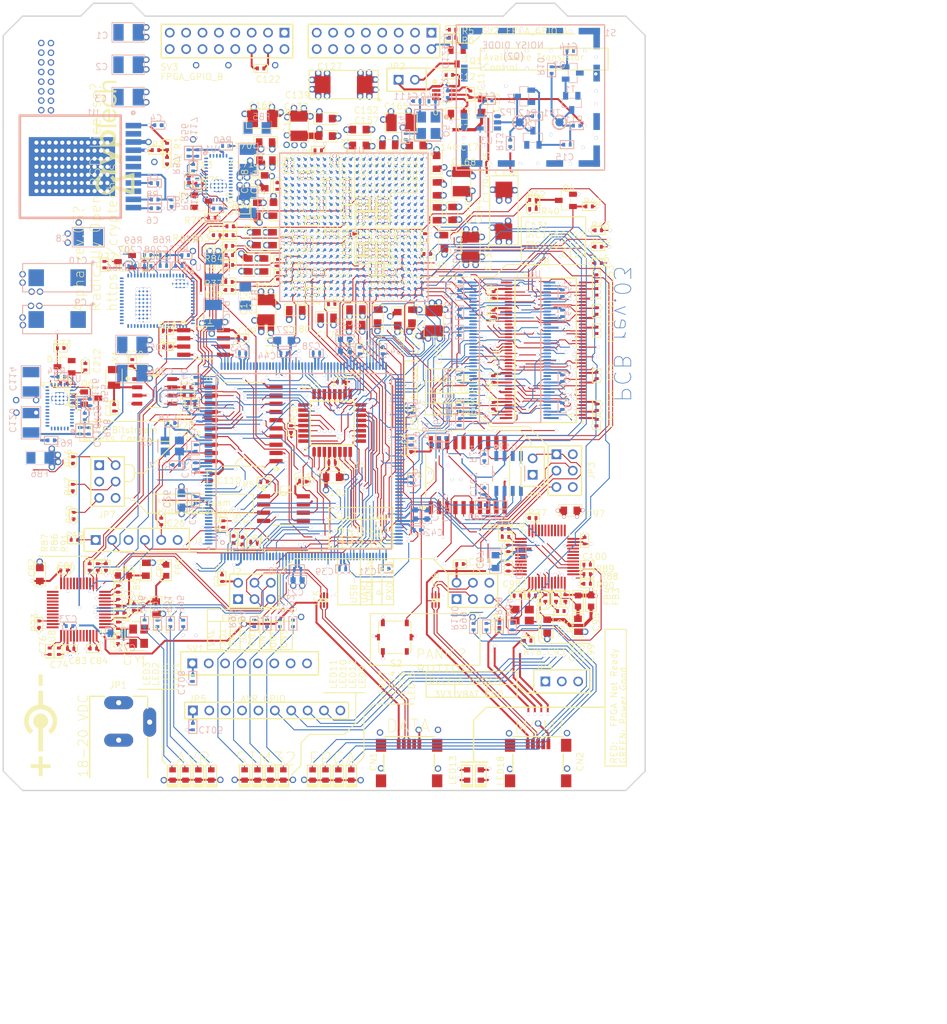
<source format=kicad_pcb>
(kicad_pcb (version 4) (host pcbnew "(2014-07-21 BZR 5016)-product")

  (general
    (links 0)
    (no_connects 0)
    (area 0 0 0 0)
    (thickness 1.6)
    (drawings 1)
    (tracks 0)
    (zones 0)
    (modules 42)
    (nets 304)
  )

  (page A4)
  (layers
    (0 F.Cu signal)
	(1 In1.Cu power)
	(2 In2.Cu mixed)
	(3 In3.Cu power)
	(4 In4.Cu power)
	(5 In5.Cu mixed)
	(6 In6.Cu power)

    (31 B.Cu signal)
    (32 B.Adhes user)
    (33 F.Adhes user)
    (34 B.Paste user)
    (35 F.Paste user)
    (36 B.SilkS user)
    (37 F.SilkS user)
    (38 B.Mask user)
    (39 F.Mask user)
    (40 Dwgs.User user)
    (41 Cmts.User user)
    (42 Eco1.User user)
    (43 Eco2.User user)
    (44 Edge.Cuts user)
    (45 Margin user)
    (46 B.CrtYd user)
    (47 F.CrtYd user)
    (48 B.Fab user)
    (49 F.Fab user)

  )

  (setup
    (last_trace_width 0.254)
    (trace_clearance 0.127)
    (zone_clearance 0.0144)
    (zone_45_only no)
    (trace_min 0.15)
    (segment_width 0.2)
    (edge_width 0.1)
    (via_size 0.889)
    (via_drill 0.635)
    (via_min_size 0.889)
    (via_min_drill 0.508)
    (uvia_size 0.508)
    (uvia_drill 0.127)
    (uvias_allowed no)
    (uvia_min_size 0.508)
    (uvia_min_drill 0.127)
    (pcb_text_width 0.3)
    (pcb_text_size 1.5 1.5)
    (mod_edge_width 0.15)
    (mod_text_size 1 1)
    (mod_text_width 0.15)
    (pad_size 1.5 1.5)
    (pad_drill 0.6)
    (pad_to_mask_clearance 0)
    (aux_axis_origin 0 0)
    (visible_elements 7FFFFF7F)
    (pcbplotparams
      (layerselection 262143)
      (usegerberextensions false)
      (excludeedgelayer true)
      (linewidth 0.100000)
      (plotframeref false)
      (viasonmask false)
      (mode 1)
      (useauxorigin false)
      (hpglpennumber 1)
      (hpglpenspeed 20)
      (hpglpendiameter 15)
      (hpglpenoverlay 2)
      (psnegative false)
      (psa4output false)
      (plotreference true)
      (plotvalue true)
      (plotinvisibletext false)
      (padsonsilk false)
      (subtractmaskfromsilk false)
      (outputformat 1)
      (mirror false)
      (drillshape 0)
      (scaleselection 1)
      (outputdirectory "GerberOutput/"))
  )

  (net 0 "")
  (net 1 "Net1")
  (net 2 "DM_P")
  (net 3 "DM_N")
  (net 4 "3V3_BATT")
  (net 5 "15V_LDO_ENABLE")
  (net 6 "15V_STABLE")
  (net 7 "GND")
  (net 8 "NetC15_2")
  (net 9 "AMPLIFIED")
  (net 10 "ARM_FPGA_CFG_CS_N")
  (net 11 "ARM_FPGA_CFG_MISO")
  (net 12 "ARM_FPGA_CFG_MOSI")
  (net 13 "ARM_FPGA_CFG_SCLK")
  (net 14 "ARM_LED1")
  (net 15 "ARM_LED2")
  (net 16 "ARM_LED3")
  (net 17 "ARM_LED4")
  (net 18 "AVR_GPIO_0")
  (net 19 "AVR_GPIO_1")
  (net 20 "AVR_GPIO_2")
  (net 21 "AVR_GPIO_3")
  (net 22 "AVR_GPIO_4")
  (net 23 "AVR_GPIO_5")
  (net 24 "AVR_GPIO_6")
  (net 25 "AVR_GPIO_7")
  (net 26 "AVR_GPIO_ARM_0")
  (net 27 "AVR_GPIO_ARM_1")
  (net 28 "AVR_GPIO_ARM_2")
  (net 29 "AVR_GPIO_ARM_3")
  (net 30 "AVR_GPIO_FPGA_0")
  (net 31 "AVR_GPIO_FPGA_1")
  (net 32 "AVR_GPIO_FPGA_2")
  (net 33 "AVR_GPIO_FPGA_3")
  (net 34 "AVR_LED1")
  (net 35 "AVR_LED2")
  (net 36 "AVR_LED3")
  (net 37 "AVR_LED4")
  (net 38 "AVR_PANIC")
  (net 39 "AVR_RESET")
  (net 40 "BOOT0")
  (net 41 "D1_N")
  (net 42 "D1_P")
  (net 43 "DIGITIZED_NOISE")
  (net 44 "FMC_A0")
  (net 45 "FMC_A1")
  (net 46 "FMC_A2")
  (net 47 "FMC_A3")
  (net 48 "FMC_A4")
  (net 49 "FMC_A5")
  (net 50 "FMC_A6")
  (net 51 "FMC_A7")
  (net 52 "FMC_A8")
  (net 53 "FMC_A9")
  (net 54 "FMC_A10")
  (net 55 "FMC_A11")
  (net 56 "FMC_A12")
  (net 57 "FMC_A13")
  (net 58 "FMC_A14")
  (net 59 "FMC_A15")
  (net 60 "FMC_A16")
  (net 61 "FMC_A17")
  (net 62 "FMC_A18")
  (net 63 "FMC_A19")
  (net 64 "FMC_A20")
  (net 65 "FMC_A21")
  (net 66 "FMC_A22")
  (net 67 "FMC_A23")
  (net 68 "FMC_A24")
  (net 69 "FMC_A25")
  (net 70 "FMC_CLK")
  (net 71 "FMC_D0")
  (net 72 "FMC_D1")
  (net 73 "FMC_D2")
  (net 74 "FMC_D3")
  (net 75 "FMC_D4")
  (net 76 "FMC_D5")
  (net 77 "FMC_D6")
  (net 78 "FMC_D7")
  (net 79 "FMC_D8")
  (net 80 "FMC_D9")
  (net 81 "FMC_D10")
  (net 82 "FMC_D11")
  (net 83 "FMC_D12")
  (net 84 "FMC_D13")
  (net 85 "FMC_D14")
  (net 86 "FMC_D15")
  (net 87 "FMC_D16")
  (net 88 "FMC_D17")
  (net 89 "FMC_D18")
  (net 90 "FMC_D19")
  (net 91 "FMC_D20")
  (net 92 "FMC_D21")
  (net 93 "FMC_D22")
  (net 94 "FMC_D23")
  (net 95 "FMC_D24")
  (net 96 "FMC_D25")
  (net 97 "FMC_D26")
  (net 98 "FMC_D27")
  (net 99 "FMC_D28")
  (net 100 "FMC_D29")
  (net 101 "FMC_D30")
  (net 102 "FMC_D31")
  (net 103 "FMC_NBL0")
  (net 104 "FMC_NBL1")
  (net 105 "FMC_NBL2")
  (net 106 "FMC_NBL3")
  (net 107 "FMC_NE1")
  (net 108 "FMC_NL")
  (net 109 "FMC_NOE")
  (net 110 "FMC_NWAIT")
  (net 111 "FMC_NWE")
  (net 112 "FMC_SDCKE0")
  (net 113 "FMC_SDCKE1")
  (net 114 "FMC_SDCLK")
  (net 115 "FMC_SDNCAS")
  (net 116 "FMC_SDNE0")
  (net 117 "FMC_SDNE1")
  (net 118 "FMC_SDNRAS")
  (net 119 "FMC_SDNWE")
  (net 120 "FPGA_CFG_CS_N1")
  (net 121 "FPGA_CFG_CS_N")
  (net 122 "FPGA_CFG_CTRL_ARM_ENA")
  (net 123 "FPGA_CFG_CTRL_FPGA_DIS")
  (net 124 "FPGA_CFG_MISO1")
  (net 125 "FPGA_CFG_MISO")
  (net 126 "FPGA_CFG_MOSI1")
  (net 127 "FPGA_CFG_MOSI")
  (net 128 "FPGA_CFG_SCLK1")
  (net 129 "FPGA_CFG_SCLK")
  (net 130 "FPGA_DONE_INT")
  (net 131 "FPGA_DONE")
  (net 132 "FPGA_ENTROPY_DISABLE")
  (net 133 "FPGA_GCLK")
  (net 134 "FPGA_GPIO_A_0")
  (net 135 "FPGA_GPIO_A_1")
  (net 136 "FPGA_GPIO_A_2")
  (net 137 "FPGA_GPIO_A_3")
  (net 138 "FPGA_GPIO_A_4")
  (net 139 "FPGA_GPIO_A_5")
  (net 140 "FPGA_GPIO_A_6")
  (net 141 "FPGA_GPIO_A_7")
  (net 142 "FPGA_GPIO_B_0")
  (net 143 "FPGA_GPIO_B_1")
  (net 144 "FPGA_GPIO_B_2")
  (net 145 "FPGA_GPIO_B_3")
  (net 146 "FPGA_GPIO_B_4")
  (net 147 "FPGA_GPIO_B_5")
  (net 148 "FPGA_GPIO_B_6")
  (net 149 "FPGA_GPIO_B_7")
  (net 150 "FPGA_GPIO_LED_0")
  (net 151 "FPGA_GPIO_LED_1")
  (net 152 "FPGA_GPIO_LED_2")
  (net 153 "FPGA_GPIO_LED_3")
  (net 154 "FPGA_INIT_B_INT1")
  (net 155 "FPGA_INIT_B_INT")
  (net 156 "FPGA_INIT_B")
  (net 157 "FPGA_IRQ_N_0")
  (net 158 "FPGA_IRQ_N_1")
  (net 159 "FPGA_IRQ_N_2")
  (net 160 "FPGA_IRQ_N_3")
  (net 161 "FPGA_JTAG_TCK")
  (net 162 "FPGA_JTAG_TDI")
  (net 163 "FPGA_JTAG_TDO")
  (net 164 "FPGA_JTAG_TMS")
  (net 165 "FPGA_M0")
  (net 166 "FPGA_M1")
  (net 167 "FPGA_M2")
  (net 168 "FPGA_PROGRAM_B1")
  (net 169 "FPGA_PROGRAM_B")
  (net 170 "FPGA_PROM_CS_N")
  (net 171 "FPGA_PROM_MISO")
  (net 172 "FPGA_PROM_MOSI")
  (net 173 "FPGA_PROM_SCLK")
  (net 174 "FPGA_PROM_W_N")
  (net 175 "FPGA_VCCAUX_1V8")
  (net 176 "FPGA_VCCINT_1V0")
  (net 177 "FT_CTS")
  (net 178 "FT_DTR")
  (net 179 "FT_MGMT_CTS")
  (net 180 "FT_MGMT_DTR")
  (net 181 "FT_MGMT_RTS")
  (net 182 "FT_MGMT_RXD1")
  (net 183 "FT_MGMT_RXD")
  (net 184 "FT_MGMT_TXD1")
  (net 185 "FT_MGMT_TXD")
  (net 186 "FT_MGMT_VCC3V3")
  (net 187 "FT_MGMT_VPHY")
  (net 188 "FT_MGMT_VPLL")
  (net 189 "FT_MGMT_VREGIN")
  (net 190 "FT_REF1")
  (net 191 "FT_REF")
  (net 192 "FT_RESET1")
  (net 193 "FT_RESET")
  (net 194 "FT_RTS")
  (net 195 "FT_RXD1")
  (net 196 "FT_RXD")
  (net 197 "FT_TXD1")
  (net 198 "FT_TXD")
  (net 199 "FT_VCC3V3")
  (net 200 "FT_VCCA1")
  (net 201 "FT_VCCA")
  (net 202 "FT_VCCORE1")
  (net 203 "FT_VCCORE")
  (net 204 "FT_VPHY")
  (net 205 "FT_VPLL")
  (net 206 "FT_VREGIN")
  (net 207 "KSM_PROM_CS_N")
  (net 208 "KSM_PROM_MISO")
  (net 209 "KSM_PROM_MOSI")
  (net 210 "KSM_PROM_SCLK")
  (net 211 "MKM_AVR_CS_N")
  (net 212 "MKM_AVR_MISO")
  (net 213 "MKM_AVR_MOSI")
  (net 214 "MKM_AVR_SCK")
  (net 215 "MKM_CONTROL_AVR_ENA")
  (net 216 "MKM_CONTROL_FPGA_DIS")
  (net 217 "MKM_CS_N")
  (net 218 "MKM_FPGA_CS_N")
  (net 219 "MKM_FPGA_MISO")
  (net 220 "MKM_FPGA_MOSI")
  (net 221 "MKM_FPGA_SCK")
  (net 222 "MKM_MISO")
  (net 223 "MKM_MOSI")
  (net 224 "MKM_SCK")
  (net 225 "NetC5_1")
  (net 226 "NetC11_1")
  (net 227 "NetC12_2")
  (net 228 "NetC17_2")
  (net 229 "NetC70_2")
  (net 230 "NetC71_2")
  (net 231 "NetC75_2")
  (net 232 "NetC78_2")
  (net 233 "NetC90_2")
  (net 234 "NetC93_2")
  (net 235 "NetC115_1")
  (net 236 "NetC116_1")
  (net 237 "NetC117_1")
  (net 238 "NetC117_2")
  (net 239 "NetC118_1")
  (net 240 "NetC118_2")
  (net 241 "NetC207_1")
  (net 242 "NetC208_1")
  (net 243 "NetC208_2")
  (net 244 "NetIC1_3")
  (net 245 "NetJP2_2")
  (net 246 "NetLED1_1")
  (net 247 "NetLED2_1")
  (net 248 "NetLED3_1")
  (net 249 "NetLED4_1")
  (net 250 "NetLED9_1")
  (net 251 "NetLED10_1")
  (net 252 "NetLED11_1")
  (net 253 "NetLED12_1")
  (net 254 "NetLED13_1")
  (net 255 "NetLED14_1")
  (net 256 "NetLED15_1")
  (net 257 "NetLED16_1")
  (net 258 "NetLED17_1")
  (net 259 "NetLED18_1")
  (net 260 "NetLED18_2")
  (net 261 "NetQ1_1")
  (net 262 "NetQ5_1")
  (net 263 "NetQ5_3")
  (net 264 "NetR1_1")
  (net 265 "NetR3_2")
  (net 266 "NetR8_1")
  (net 267 "NetR32_2")
  (net 268 "NetR33_2")
  (net 269 "NetR52_1")
  (net 270 "NetR53_2")
  (net 271 "NetR54_1")
  (net 272 "NetR55_2")
  (net 273 "NetR65_1")
  (net 274 "NetR66_1")
  (net 275 "NetR67_1")
  (net 276 "NOISE_IN")
  (net 277 "NOISE_OUT")
  (net 278 "NRST")
  (net 279 "OSC_IN")
  (net 280 "OSC_OUT")
  (net 281 "POK_VCCAUX")
  (net 282 "POK_VCCINT")
  (net 283 "POK_VCCO")
  (net 284 "PWR_18V")
  (net 285 "PWR_ENA_VCCAUX")
  (net 286 "PWR_ENA_VCCINT")
  (net 287 "PWR_ENA_VCCO")
  (net 288 "RAW_NOISE")
  (net 289 "RTC_MFP")
  (net 290 "RTC_SCL")
  (net 291 "RTC_SDA")
  (net 292 "SPI_A_TRISTATE")
  (net 293 "SPI_B_TRISTATE")
  (net 294 "SWDCLK")
  (net 295 "SWDIO")
  (net 296 "USB_MGMT_N")
  (net 297 "USB_MGMT_P")
  (net 298 "USB_N")
  (net 299 "USB_P")
  (net 300 "VCAP1")
  (net 301 "VCAP2")
  (net 302 "VCC_5V0")
  (net 303 "VCCO_3V3")

  
  (net_class Default "This is the default net class."
    (clearance 0.150000)
    (trace_width 0.254000)
    (via_dia 0.889)
    (via_drill 0.635)
    (uvia_dia 0.508)
    (uvia_drill 0.127)
	(add_net Net1)
  )
  
 (net_class FMC "FMC"
	(clearance 0.150000)
    (trace_width 0.254000)
    (via_dia 0.889)
    (via_drill 0.635)
    (uvia_dia 0.508)
    (uvia_drill 0.127)
    (add_net "FMC_A0")
    (add_net "FMC_A1")
    (add_net "FMC_A10")
    (add_net "FMC_A11")
    (add_net "FMC_A12")
    (add_net "FMC_A13")
    (add_net "FMC_A14")
    (add_net "FMC_A15")
    (add_net "FMC_A16")
    (add_net "FMC_A17")
    (add_net "FMC_A18")
    (add_net "FMC_A19")
    (add_net "FMC_A2")
    (add_net "FMC_A20")
    (add_net "FMC_A21")
    (add_net "FMC_A22")
    (add_net "FMC_A23")
    (add_net "FMC_A24")
    (add_net "FMC_A25")
    (add_net "FMC_A3")
    (add_net "FMC_A4")
    (add_net "FMC_A5")
    (add_net "FMC_A6")
    (add_net "FMC_A7")
    (add_net "FMC_A8")
    (add_net "FMC_A9")
    (add_net "FMC_CLK")
    (add_net "FMC_D0")
    (add_net "FMC_D1")
    (add_net "FMC_D10")
    (add_net "FMC_D11")
    (add_net "FMC_D12")
    (add_net "FMC_D13")
    (add_net "FMC_D14")
    (add_net "FMC_D15")
    (add_net "FMC_D16")
    (add_net "FMC_D17")
    (add_net "FMC_D18")
    (add_net "FMC_D19")
    (add_net "FMC_D2")
    (add_net "FMC_D20")
    (add_net "FMC_D21")
    (add_net "FMC_D22")
    (add_net "FMC_D23")
    (add_net "FMC_D24")
    (add_net "FMC_D25")
    (add_net "FMC_D26")
    (add_net "FMC_D27")
    (add_net "FMC_D28")
    (add_net "FMC_D29")
    (add_net "FMC_D3")
    (add_net "FMC_D30")
    (add_net "FMC_D31")
    (add_net "FMC_D4")
    (add_net "FMC_D5")
    (add_net "FMC_D6")
    (add_net "FMC_D7")
    (add_net "FMC_D8")
    (add_net "FMC_D9")
    (add_net "FMC_NBL0")
    (add_net "FMC_NBL1")
    (add_net "FMC_NBL2")
    (add_net "FMC_NBL3")
    (add_net "FMC_NE1")
    (add_net "FMC_NL")
    (add_net "FMC_NOE")
    (add_net "FMC_NWAIT")
    (add_net "FMC_NWE")
    (add_net "FMC_SDCKE0")
    (add_net "FMC_SDCKE1")
    (add_net "FMC_SDCLK")
    (add_net "FMC_SDNCAS")
    (add_net "FMC_SDNE0")
    (add_net "FMC_SDNE1")
    (add_net "FMC_SDNRAS")
    (add_net "FMC_SDNWE")
  )
 (net_class FPGA_GPIO "FPGA_GPIO"
	(clearance 0.150000)
    (trace_width 0.254000)
    (via_dia 0.889)
    (via_drill 0.635)
    (uvia_dia 0.508)
    (uvia_drill 0.127)
    (add_net "FPGA_GPIO_A_0")
    (add_net "FPGA_GPIO_A_1")
    (add_net "FPGA_GPIO_A_2")
    (add_net "FPGA_GPIO_A_3")
    (add_net "FPGA_GPIO_A_4")
    (add_net "FPGA_GPIO_A_5")
    (add_net "FPGA_GPIO_A_6")
    (add_net "FPGA_GPIO_A_7")
    (add_net "FPGA_GPIO_B_0")
    (add_net "FPGA_GPIO_B_1")
    (add_net "FPGA_GPIO_B_2")
    (add_net "FPGA_GPIO_B_3")
    (add_net "FPGA_GPIO_B_4")
    (add_net "FPGA_GPIO_B_5")
    (add_net "FPGA_GPIO_B_6")
    (add_net "FPGA_GPIO_B_7")
  )
 (net_class USB "USB"
	(clearance 0.150000)
    (trace_width 0.254000)
    (via_dia 0.889)
    (via_drill 0.635)
    (uvia_dia 0.508)
    (uvia_drill 0.127)
    (add_net "D1_N")
    (add_net "D1_P")
    (add_net "DM_N")
    (add_net "DM_P")
    (add_net "USB_MGMT_N")
    (add_net "USB_MGMT_P")
    (add_net "USB_N")
    (add_net "USB_P")
  )
#ComponentBodies#0: 0C83030000450C00FFFFFFFF6A00FFFFFFFF0000000000 V7_LAYER=MECHANICAL13|NAME= |KIND=0|SUBPOLYINDEX=-1|UNIONINDEX=0|ARCRESOLUTION=0.5mil|ISSHAPEBASED=FALSE|CAVITYHEIGHT=0mil|STANDOFFHEIGHT=0mil|OVERALLHEIGHT=7.9528mil|BODYPROJECTION=1|ARCRESOLUTION=0.5mil|BODYCOLOR3D=8421504|BODYOPACITY3D=1.000|IDENTIFIER=83,87,51,100,80,83,45,48,52,48,50,32,83,77,68,32,67,97,112,97,99,105,116,111,114|TEXTURE=|TEXTURECENTERX=0mil|TEXTURECENTERY=0mil|TEXTURESIZEX=0mil|TEXTURESIZEY=0mil|TEXTUREROTATION= 9.00000000000000E+0001|MODELID={ECAF1ED8-FCC0-4738-A947-200F4027AE60}|MODEL.CHECKSUM=1351519988|MODEL.EMBED=TRUE|MODEL.NAME=SW3dPS-0402 SMD Capacitor.STEP|MODEL.2D.X=9110.1575mil|MODEL.2D.Y=2205.3543mil|MODEL.2D.ROTATION=0.000|MODEL.3D.ROTX=90.000|MODEL.3D.ROTY=0.000|MODEL.3D.ROTZ=90.000|MODEL.3D.DZ=0mil|MODEL.SNAPCOUNT=0|MODEL.MODELTYPE=1|MODEL.MODELSOURCE=Undefined
#$pads{106}
#ComponentBodies#1: 0C4A030000450C00FFFFFFFFFE00FFFFFFFF0000000000 V7_LAYER=MECHANICAL13|NAME= |KIND=0|SUBPOLYINDEX=-1|UNIONINDEX=0|ARCRESOLUTION=0.5mil|ISSHAPEBASED=FALSE|CAVITYHEIGHT=0mil|STANDOFFHEIGHT=0mil|OVERALLHEIGHT=19.685mil|BODYPROJECTION=0|ARCRESOLUTION=0.5mil|BODYCOLOR3D=8421504|BODYOPACITY3D=1.000|IDENTIFIER=|TEXTURE=|TEXTURECENTERX=0mil|TEXTURECENTERY=0mil|TEXTURESIZEX=0.0001mil|TEXTURESIZEY=0.0001mil|TEXTUREROTATION= 9.00000000000000E+0001|MODELID={A9F03225-78F3-44F4-BDE1-63D1BE99F056}|MODEL.CHECKSUM=1957728606|MODEL.EMBED=FALSE|MODEL.NAME=|MODEL.2D.X=10076.6927mil|MODEL.2D.Y=1910.0787mil|MODEL.2D.ROTATION=0.000|MODEL.3D.ROTX=0.000|MODEL.3D.ROTY=0.000|MODEL.3D.ROTZ=0.000|MODEL.3D.DZ=0mil|MODEL.SNAPCOUNT=0|MODEL.MODELTYPE=0|MODEL.EXTRUDED.MINZ=0mil|MODEL.EXTRUDED.MAXZ=19.685mil
#$pads{254}
#ComponentBodies#2: 0C49030000450C00FFFFFFFFFF00FFFFFFFF0000000000 V7_LAYER=MECHANICAL13|NAME= |KIND=0|SUBPOLYINDEX=-1|UNIONINDEX=0|ARCRESOLUTION=0.5mil|ISSHAPEBASED=FALSE|CAVITYHEIGHT=0mil|STANDOFFHEIGHT=0mil|OVERALLHEIGHT=19.685mil|BODYPROJECTION=0|ARCRESOLUTION=0.5mil|BODYCOLOR3D=8421504|BODYOPACITY3D=1.000|IDENTIFIER=|TEXTURE=|TEXTURECENTERX=0mil|TEXTURECENTERY=0mil|TEXTURESIZEX=0.0001mil|TEXTURESIZEY=0.0001mil|TEXTUREROTATION= 9.00000000000000E+0001|MODELID={A9F03225-78F3-44F4-BDE1-63D1BE99F056}|MODEL.CHECKSUM=1957728606|MODEL.EMBED=FALSE|MODEL.NAME=|MODEL.2D.X=9997.9525mil|MODEL.2D.Y=1910.0787mil|MODEL.2D.ROTATION=0.000|MODEL.3D.ROTX=0.000|MODEL.3D.ROTY=0.000|MODEL.3D.ROTZ=0.000|MODEL.3D.DZ=0mil|MODEL.SNAPCOUNT=0|MODEL.MODELTYPE=0|MODEL.EXTRUDED.MINZ=0mil|MODEL.EXTRUDED.MAXZ=19.685mil
#$pads{255}
#ComponentBodies#3: 0C49030000450C00FFFFFFFFFD00FFFFFFFF0000000000 V7_LAYER=MECHANICAL13|NAME= |KIND=0|SUBPOLYINDEX=-1|UNIONINDEX=0|ARCRESOLUTION=0.5mil|ISSHAPEBASED=FALSE|CAVITYHEIGHT=0mil|STANDOFFHEIGHT=0mil|OVERALLHEIGHT=19.685mil|BODYPROJECTION=0|ARCRESOLUTION=0.5mil|BODYCOLOR3D=8421504|BODYOPACITY3D=1.000|IDENTIFIER=|TEXTURE=|TEXTURECENTERX=0mil|TEXTURECENTERY=0mil|TEXTURESIZEX=0.0001mil|TEXTURESIZEY=0.0001mil|TEXTUREROTATION= 9.00000000000000E+0001|MODELID={A9F03225-78F3-44F4-BDE1-63D1BE99F056}|MODEL.CHECKSUM=1957728606|MODEL.EMBED=FALSE|MODEL.NAME=|MODEL.2D.X=9919.2126mil|MODEL.2D.Y=1910.0787mil|MODEL.2D.ROTATION=0.000|MODEL.3D.ROTX=0.000|MODEL.3D.ROTY=0.000|MODEL.3D.ROTZ=0.000|MODEL.3D.DZ=0mil|MODEL.SNAPCOUNT=0|MODEL.MODELTYPE=0|MODEL.EXTRUDED.MINZ=0mil|MODEL.EXTRUDED.MAXZ=19.685mil
#$pads{253}
#ComponentBodies#4: 0C49030000450C00FFFFFFFF0001FFFFFFFF0000000000 V7_LAYER=MECHANICAL13|NAME= |KIND=0|SUBPOLYINDEX=-1|UNIONINDEX=0|ARCRESOLUTION=0.5mil|ISSHAPEBASED=FALSE|CAVITYHEIGHT=0mil|STANDOFFHEIGHT=0mil|OVERALLHEIGHT=19.685mil|BODYPROJECTION=0|ARCRESOLUTION=0.5mil|BODYCOLOR3D=8421504|BODYOPACITY3D=1.000|IDENTIFIER=|TEXTURE=|TEXTURECENTERX=0mil|TEXTURECENTERY=0mil|TEXTURESIZEX=0.0001mil|TEXTURESIZEY=0.0001mil|TEXTUREROTATION= 9.00000000000000E+0001|MODELID={A9F03225-78F3-44F4-BDE1-63D1BE99F056}|MODEL.CHECKSUM=1957728606|MODEL.EMBED=FALSE|MODEL.NAME=|MODEL.2D.X=9840.4724mil|MODEL.2D.Y=1910.0787mil|MODEL.2D.ROTATION=0.000|MODEL.3D.ROTX=0.000|MODEL.3D.ROTY=0.000|MODEL.3D.ROTZ=0.000|MODEL.3D.DZ=0mil|MODEL.SNAPCOUNT=0|MODEL.MODELTYPE=0|MODEL.EXTRUDED.MINZ=0mil|MODEL.EXTRUDED.MAXZ=19.685mil
#$pads{256}
#ComponentBodies#5: 0C49030000450C00FFFFFFFFFA00FFFFFFFF0000000000 V7_LAYER=MECHANICAL13|NAME= |KIND=0|SUBPOLYINDEX=-1|UNIONINDEX=0|ARCRESOLUTION=0.5mil|ISSHAPEBASED=FALSE|CAVITYHEIGHT=0mil|STANDOFFHEIGHT=0mil|OVERALLHEIGHT=19.685mil|BODYPROJECTION=0|ARCRESOLUTION=0.5mil|BODYCOLOR3D=8421504|BODYOPACITY3D=1.000|IDENTIFIER=|TEXTURE=|TEXTURECENTERX=0mil|TEXTURECENTERY=0mil|TEXTURESIZEX=0.0001mil|TEXTURESIZEY=0.0001mil|TEXTUREROTATION= 9.00000000000000E+0001|MODELID={A9F03225-78F3-44F4-BDE1-63D1BE99F056}|MODEL.CHECKSUM=1957728606|MODEL.EMBED=FALSE|MODEL.NAME=|MODEL.2D.X=8986.1417mil|MODEL.2D.Y=1910.0787mil|MODEL.2D.ROTATION=0.000|MODEL.3D.ROTX=0.000|MODEL.3D.ROTY=0.000|MODEL.3D.ROTZ=0.000|MODEL.3D.DZ=0mil|MODEL.SNAPCOUNT=0|MODEL.MODELTYPE=0|MODEL.EXTRUDED.MINZ=0mil|MODEL.EXTRUDED.MAXZ=19.685mil
#$pads{250}
#ComponentBodies#6: 0C49030000450C00FFFFFFFFF900FFFFFFFF0000000000 V7_LAYER=MECHANICAL13|NAME= |KIND=0|SUBPOLYINDEX=-1|UNIONINDEX=0|ARCRESOLUTION=0.5mil|ISSHAPEBASED=FALSE|CAVITYHEIGHT=0mil|STANDOFFHEIGHT=0mil|OVERALLHEIGHT=19.685mil|BODYPROJECTION=0|ARCRESOLUTION=0.5mil|BODYCOLOR3D=8421504|BODYOPACITY3D=1.000|IDENTIFIER=|TEXTURE=|TEXTURECENTERX=0mil|TEXTURECENTERY=0mil|TEXTURESIZEX=0.0001mil|TEXTURESIZEY=0.0001mil|TEXTUREROTATION= 9.00000000000000E+0001|MODELID={A9F03225-78F3-44F4-BDE1-63D1BE99F056}|MODEL.CHECKSUM=1957728606|MODEL.EMBED=FALSE|MODEL.NAME=|MODEL.2D.X=9064.8816mil|MODEL.2D.Y=1910.0787mil|MODEL.2D.ROTATION=0.000|MODEL.3D.ROTX=0.000|MODEL.3D.ROTY=0.000|MODEL.3D.ROTZ=0.000|MODEL.3D.DZ=0mil|MODEL.SNAPCOUNT=0|MODEL.MODELTYPE=0|MODEL.EXTRUDED.MINZ=0mil|MODEL.EXTRUDED.MAXZ=19.685mil
#$pads{249}
#ComponentBodies#7: 0C48030000450C00FFFFFFFFF800FFFFFFFF0000000000 V7_LAYER=MECHANICAL13|NAME= |KIND=0|SUBPOLYINDEX=-1|UNIONINDEX=0|ARCRESOLUTION=0.5mil|ISSHAPEBASED=FALSE|CAVITYHEIGHT=0mil|STANDOFFHEIGHT=0mil|OVERALLHEIGHT=19.685mil|BODYPROJECTION=0|ARCRESOLUTION=0.5mil|BODYCOLOR3D=8421504|BODYOPACITY3D=1.000|IDENTIFIER=|TEXTURE=|TEXTURECENTERX=0mil|TEXTURECENTERY=0mil|TEXTURESIZEX=0.0001mil|TEXTURESIZEY=0.0001mil|TEXTUREROTATION= 9.00000000000000E+0001|MODELID={A9F03225-78F3-44F4-BDE1-63D1BE99F056}|MODEL.CHECKSUM=1957728606|MODEL.EMBED=FALSE|MODEL.NAME=|MODEL.2D.X=9222.362mil|MODEL.2D.Y=1910.0787mil|MODEL.2D.ROTATION=0.000|MODEL.3D.ROTX=0.000|MODEL.3D.ROTY=0.000|MODEL.3D.ROTZ=0.000|MODEL.3D.DZ=0mil|MODEL.SNAPCOUNT=0|MODEL.MODELTYPE=0|MODEL.EXTRUDED.MINZ=0mil|MODEL.EXTRUDED.MAXZ=19.685mil
#$pads{248}
#ComponentBodies#8: 0C49030000450C00FFFFFFFFFB00FFFFFFFF0000000000 V7_LAYER=MECHANICAL13|NAME= |KIND=0|SUBPOLYINDEX=-1|UNIONINDEX=0|ARCRESOLUTION=0.5mil|ISSHAPEBASED=FALSE|CAVITYHEIGHT=0mil|STANDOFFHEIGHT=0mil|OVERALLHEIGHT=19.685mil|BODYPROJECTION=0|ARCRESOLUTION=0.5mil|BODYCOLOR3D=8421504|BODYOPACITY3D=1.000|IDENTIFIER=|TEXTURE=|TEXTURECENTERX=0mil|TEXTURECENTERY=0mil|TEXTURESIZEX=0.0001mil|TEXTURESIZEY=0.0001mil|TEXTUREROTATION= 9.00000000000000E+0001|MODELID={A9F03225-78F3-44F4-BDE1-63D1BE99F056}|MODEL.CHECKSUM=1957728606|MODEL.EMBED=FALSE|MODEL.NAME=|MODEL.2D.X=9143.6218mil|MODEL.2D.Y=1910.0787mil|MODEL.2D.ROTATION=0.000|MODEL.3D.ROTX=0.000|MODEL.3D.ROTY=0.000|MODEL.3D.ROTZ=0.000|MODEL.3D.DZ=0mil|MODEL.SNAPCOUNT=0|MODEL.MODELTYPE=0|MODEL.EXTRUDED.MINZ=0mil|MODEL.EXTRUDED.MAXZ=19.685mil
#$pads{251}
#ComponentBodies#9: 0C49030000450C00FFFFFFFFF600FFFFFFFF0000000000 V7_LAYER=MECHANICAL13|NAME= |KIND=0|SUBPOLYINDEX=-1|UNIONINDEX=0|ARCRESOLUTION=0.5mil|ISSHAPEBASED=FALSE|CAVITYHEIGHT=0mil|STANDOFFHEIGHT=0mil|OVERALLHEIGHT=19.685mil|BODYPROJECTION=0|ARCRESOLUTION=0.5mil|BODYCOLOR3D=8421504|BODYOPACITY3D=1.000|IDENTIFIER=|TEXTURE=|TEXTURECENTERX=0mil|TEXTURECENTERY=0mil|TEXTURESIZEX=0.0001mil|TEXTURESIZEY=0.0001mil|TEXTUREROTATION= 9.00000000000000E+0001|MODELID={A9F03225-78F3-44F4-BDE1-63D1BE99F056}|MODEL.CHECKSUM=1957728606|MODEL.EMBED=FALSE|MODEL.NAME=|MODEL.2D.X=9425.6768mil|MODEL.2D.Y=1910.0788mil|MODEL.2D.ROTATION=0.000|MODEL.3D.ROTX=0.000|MODEL.3D.ROTY=0.000|MODEL.3D.ROTZ=0.000|MODEL.3D.DZ=0mil|MODEL.SNAPCOUNT=0|MODEL.MODELTYPE=0|MODEL.EXTRUDED.MINZ=0mil|MODEL.EXTRUDED.MAXZ=19.685mil
#$pads{246}
#ComponentBodies#10: 0C48030000450C00FFFFFFFFF500FFFFFFFF0000000000 V7_LAYER=MECHANICAL13|NAME= |KIND=0|SUBPOLYINDEX=-1|UNIONINDEX=0|ARCRESOLUTION=0.5mil|ISSHAPEBASED=FALSE|CAVITYHEIGHT=0mil|STANDOFFHEIGHT=0mil|OVERALLHEIGHT=19.685mil|BODYPROJECTION=0|ARCRESOLUTION=0.5mil|BODYCOLOR3D=8421504|BODYOPACITY3D=1.000|IDENTIFIER=|TEXTURE=|TEXTURECENTERX=0mil|TEXTURECENTERY=0mil|TEXTURESIZEX=0.0001mil|TEXTURESIZEY=0.0001mil|TEXTUREROTATION= 9.00000000000000E+0001|MODELID={A9F03225-78F3-44F4-BDE1-63D1BE99F056}|MODEL.CHECKSUM=1957728606|MODEL.EMBED=FALSE|MODEL.NAME=|MODEL.2D.X=9504.417mil|MODEL.2D.Y=1910.0788mil|MODEL.2D.ROTATION=0.000|MODEL.3D.ROTX=0.000|MODEL.3D.ROTY=0.000|MODEL.3D.ROTZ=0.000|MODEL.3D.DZ=0mil|MODEL.SNAPCOUNT=0|MODEL.MODELTYPE=0|MODEL.EXTRUDED.MINZ=0mil|MODEL.EXTRUDED.MAXZ=19.685mil
#$pads{245}
#ComponentBodies#11: 0C49030000450C00FFFFFFFFF700FFFFFFFF0000000000 V7_LAYER=MECHANICAL13|NAME= |KIND=0|SUBPOLYINDEX=-1|UNIONINDEX=0|ARCRESOLUTION=0.5mil|ISSHAPEBASED=FALSE|CAVITYHEIGHT=0mil|STANDOFFHEIGHT=0mil|OVERALLHEIGHT=19.685mil|BODYPROJECTION=0|ARCRESOLUTION=0.5mil|BODYCOLOR3D=8421504|BODYOPACITY3D=1.000|IDENTIFIER=|TEXTURE=|TEXTURECENTERX=0mil|TEXTURECENTERY=0mil|TEXTURESIZEX=0.0001mil|TEXTURESIZEY=0.0001mil|TEXTUREROTATION= 9.00000000000000E+0001|MODELID={A9F03225-78F3-44F4-BDE1-63D1BE99F056}|MODEL.CHECKSUM=1957728606|MODEL.EMBED=FALSE|MODEL.NAME=|MODEL.2D.X=9583.1573mil|MODEL.2D.Y=1910.0788mil|MODEL.2D.ROTATION=0.000|MODEL.3D.ROTX=0.000|MODEL.3D.ROTY=0.000|MODEL.3D.ROTZ=0.000|MODEL.3D.DZ=0mil|MODEL.SNAPCOUNT=0|MODEL.MODELTYPE=0|MODEL.EXTRUDED.MINZ=0mil|MODEL.EXTRUDED.MAXZ=19.685mil
#$pads{247}
#ComponentBodies#12: 0C49030000450C00FFFFFFFFF400FFFFFFFF0000000000 V7_LAYER=MECHANICAL13|NAME= |KIND=0|SUBPOLYINDEX=-1|UNIONINDEX=0|ARCRESOLUTION=0.5mil|ISSHAPEBASED=FALSE|CAVITYHEIGHT=0mil|STANDOFFHEIGHT=0mil|OVERALLHEIGHT=19.685mil|BODYPROJECTION=0|ARCRESOLUTION=0.5mil|BODYCOLOR3D=8421504|BODYOPACITY3D=1.000|IDENTIFIER=|TEXTURE=|TEXTURECENTERX=0mil|TEXTURECENTERY=0mil|TEXTURESIZEX=0.0001mil|TEXTURESIZEY=0.0001mil|TEXTUREROTATION= 9.00000000000000E+0001|MODELID={A9F03225-78F3-44F4-BDE1-63D1BE99F056}|MODEL.CHECKSUM=1957728606|MODEL.EMBED=FALSE|MODEL.NAME=|MODEL.2D.X=9661.8975mil|MODEL.2D.Y=1910.0788mil|MODEL.2D.ROTATION=0.000|MODEL.3D.ROTX=0.000|MODEL.3D.ROTY=0.000|MODEL.3D.ROTZ=0.000|MODEL.3D.DZ=0mil|MODEL.SNAPCOUNT=0|MODEL.MODELTYPE=0|MODEL.EXTRUDED.MINZ=0mil|MODEL.EXTRUDED.MAXZ=19.685mil
#$pads{244}
#ComponentBodies#13: 0C9E030000450C00FFFFFFFF0100FFFFFFFF0000000000 V7_LAYER=MECHANICAL13|NAME= |KIND=0|SUBPOLYINDEX=-1|UNIONINDEX=0|ARCRESOLUTION=0.5mil|ISSHAPEBASED=FALSE|CAVITYHEIGHT=0mil|STANDOFFHEIGHT=-98.2098mil|OVERALLHEIGHT=334.0737mil|BODYPROJECTION=0|ARCRESOLUTION=0.5mil|BODYCOLOR3D=8421504|BODYOPACITY3D=1.000|IDENTIFIER=85,115,101,114,32,76,105,98,114,97,114,121,45,72,101,97,100,101,114,49,120,50|TEXTURE=|TEXTURECENTERX=-0.0001mil|TEXTURECENTERY=0mil|TEXTURESIZEX=0.0001mil|TEXTURESIZEY=0.0001mil|TEXTUREROTATION= 2.70000000000000E+0002|MODELID={3416A7AC-A52A-4572-ACF4-BAC340C3B4B7}|MODEL.CHECKSUM=468535500|MODEL.EMBED=TRUE|MODEL.NAME=User Library-Header1x2.STEP|MODEL.2D.X=10718.578mil|MODEL.2D.Y=4015.4005mil|MODEL.2D.ROTATION=0.000|MODEL.3D.ROTX=90.000|MODEL.3D.ROTY=0.000|MODEL.3D.ROTZ=270.000|MODEL.3D.DZ=-267.7165mil|MODEL.SNAPCOUNT=0|MODEL.MODELTYPE=1|MODEL.MODELSOURCE=Undefined
#$pads{1}
#ComponentBodies#14: 0C91030000450C00FFFFFFFFF200FFFFFFFF0000000000 V7_LAYER=MECHANICAL13|NAME= |KIND=0|SUBPOLYINDEX=-1|UNIONINDEX=0|ARCRESOLUTION=0.5mil|ISSHAPEBASED=FALSE|CAVITYHEIGHT=0mil|STANDOFFHEIGHT=-118.1102mil|OVERALLHEIGHT=370.0787mil|BODYPROJECTION=0|ARCRESOLUTION=0.5mil|BODYCOLOR3D=8421504|BODYOPACITY3D=1.000|IDENTIFIER=112,105,110,95,104,101,97,100,101,114,95,97,119,95,49,48,56,95,48,51,45,116|TEXTURE=|TEXTURECENTERX=0mil|TEXTURECENTERY=0mil|TEXTURESIZEX=0.0001mil|TEXTURESIZEY=0.0001mil|TEXTUREROTATION= 3.60000000000000E+0002|MODELID={836C6F64-A2E5-4878-A8E8-F259D323E457}|MODEL.CHECKSUM=2053833139|MODEL.EMBED=TRUE|MODEL.NAME=pin_header_aw_108_03-t.stp|MODEL.2D.X=11363.2806mil|MODEL.2D.Y=2482.9134mil|MODEL.2D.ROTATION=0.000|MODEL.3D.ROTX=270.000|MODEL.3D.ROTY=0.000|MODEL.3D.ROTZ=360.000|MODEL.3D.DZ=0mil|MODEL.SNAPCOUNT=0|MODEL.MODELTYPE=1|MODEL.MODELSOURCE=Undefined
#$pads{242}
#ComponentBodies#15: 0CA1030000450C00FFFFFFFFF100FFFFFFFF0000000000 V7_LAYER=MECHANICAL13|NAME= |KIND=0|SUBPOLYINDEX=-1|UNIONINDEX=0|ARCRESOLUTION=0.5mil|ISSHAPEBASED=FALSE|CAVITYHEIGHT=0mil|STANDOFFHEIGHT=-118.1102mil|OVERALLHEIGHT=334.6457mil|BODYPROJECTION=0|ARCRESOLUTION=0.5mil|BODYCOLOR3D=8421504|BODYOPACITY3D=1.000|IDENTIFIER=112,105,110,95,104,101,97,100,101,114,95,97,119,108,50,53,52,45,100,103,45,103,48,54,100|TEXTURE=|TEXTURECENTERX=0mil|TEXTURECENTERY=0mil|TEXTURESIZEX=0.0001mil|TEXTURESIZEY=0.0001mil|TEXTUREROTATION= 2.70000000000000E+0002|MODELID={B3089A96-FA19-4D55-9DE1-03C6B2D79610}|MODEL.CHECKSUM=1828365065|MODEL.EMBED=TRUE|MODEL.NAME=pin_header_awl254-dg-g06d.stp|MODEL.2D.X=11378.5433mil|MODEL.2D.Y=3766.6063mil|MODEL.2D.ROTATION=0.000|MODEL.3D.ROTX=270.000|MODEL.3D.ROTY=0.000|MODEL.3D.ROTZ=270.000|MODEL.3D.DZ=0mil|MODEL.SNAPCOUNT=0|MODEL.MODELTYPE=1|MODEL.MODELSOURCE=Undefined
#$pads{241}
#ComponentBodies#16: 0C9C030000450C00FFFFFFFFEE00FFFFFFFF0000000000 V7_LAYER=MECHANICAL13|NAME= |KIND=0|SUBPOLYINDEX=-1|UNIONINDEX=0|ARCRESOLUTION=0.5mil|ISSHAPEBASED=FALSE|CAVITYHEIGHT=0mil|STANDOFFHEIGHT=-118.1102mil|OVERALLHEIGHT=334.6457mil|BODYPROJECTION=0|ARCRESOLUTION=0.5mil|BODYCOLOR3D=8421504|BODYOPACITY3D=1.000|IDENTIFIER=112,105,110,95,104,101,97,100,101,114,95,97,119,108,50,53,52,45,100,103,45,103,48,54,100|TEXTURE=|TEXTURECENTERX=0mil|TEXTURECENTERY=0mil|TEXTURESIZEX=0.0001mil|TEXTURESIZEY=0.0001mil|TEXTUREROTATION= 3.60000000000000E+0002|MODELID={B3089A96-FA19-4D55-9DE1-03C6B2D79610}|MODEL.CHECKSUM=1828365065|MODEL.EMBED=TRUE|MODEL.NAME=pin_header_awl254-dg-g06d.stp|MODEL.2D.X=10819.3935mil|MODEL.2D.Y=3033mil|MODEL.2D.ROTATION=0.000|MODEL.3D.ROTX=270.000|MODEL.3D.ROTY=0.000|MODEL.3D.ROTZ=360.000|MODEL.3D.DZ=0mil|MODEL.SNAPCOUNT=0|MODEL.MODELTYPE=1|MODEL.MODELSOURCE=Undefined
#$pads{238}
#ComponentBodies#17: 0C9B030000450C00FFFFFFFFED00FFFFFFFF0000000000 V7_LAYER=MECHANICAL13|NAME= |KIND=0|SUBPOLYINDEX=-1|UNIONINDEX=0|ARCRESOLUTION=0.5mil|ISSHAPEBASED=FALSE|CAVITYHEIGHT=0mil|STANDOFFHEIGHT=-118.1102mil|OVERALLHEIGHT=334.6457mil|BODYPROJECTION=0|ARCRESOLUTION=0.5mil|BODYCOLOR3D=8421504|BODYOPACITY3D=1.000|IDENTIFIER=112,105,110,95,104,101,97,100,101,114,95,97,119,108,50,53,52,45,100,103,45,103,48,54,100|TEXTURE=|TEXTURECENTERX=0mil|TEXTURECENTERY=0mil|TEXTURESIZEX=0.0001mil|TEXTURESIZEY=0.0001mil|TEXTUREROTATION= 3.60000000000000E+0002|MODELID={B3089A96-FA19-4D55-9DE1-03C6B2D79610}|MODEL.CHECKSUM=1828365065|MODEL.EMBED=TRUE|MODEL.NAME=pin_header_awl254-dg-g06d.stp|MODEL.2D.X=9486.3935mil|MODEL.2D.Y=3033mil|MODEL.2D.ROTATION=0.000|MODEL.3D.ROTX=270.000|MODEL.3D.ROTY=0.000|MODEL.3D.ROTZ=360.000|MODEL.3D.DZ=0mil|MODEL.SNAPCOUNT=0|MODEL.MODELTYPE=1|MODEL.MODELSOURCE=Undefined
#$pads{237}
#ComponentBodies#18: 0CA0030000450C00FFFFFFFFEC00FFFFFFFF0000000000 V7_LAYER=MECHANICAL13|NAME= |KIND=0|SUBPOLYINDEX=-1|UNIONINDEX=0|ARCRESOLUTION=0.5mil|ISSHAPEBASED=FALSE|CAVITYHEIGHT=0mil|STANDOFFHEIGHT=-118.1102mil|OVERALLHEIGHT=334.6457mil|BODYPROJECTION=0|ARCRESOLUTION=0.5mil|BODYCOLOR3D=8421504|BODYOPACITY3D=1.000|IDENTIFIER=112,105,110,95,104,101,97,100,101,114,95,97,45,115,108,50,53,52,45,101,97,45,103,48,54,109,112,49|TEXTURE=|TEXTURECENTERX=0mil|TEXTURECENTERY=0mil|TEXTURESIZEX=0mil|TEXTURESIZEY=0mil|TEXTUREROTATION= 0.00000000000000E+0000|MODELID={670BFB14-85C2-4702-8D7A-0DB010DFEAB5}|MODEL.CHECKSUM=3117036287|MODEL.EMBED=TRUE|MODEL.NAME=pin_header_a-sl254-ea-g06mp1.stp|MODEL.2D.X=8767.2518mil|MODEL.2D.Y=3347.4016mil|MODEL.2D.ROTATION=0.000|MODEL.3D.ROTX=270.000|MODEL.3D.ROTY=0.000|MODEL.3D.ROTZ=0.000|MODEL.3D.DZ=0mil|MODEL.SNAPCOUNT=0|MODEL.MODELTYPE=1|MODEL.MODELSOURCE=Undefined
#$pads{236}
#ComponentBodies#19: 0C41030000450C00FFFFFFFF6501FFFFFFFF0000000000 V7_LAYER=MECHANICAL13|NAME= |KIND=0|SUBPOLYINDEX=-1|UNIONINDEX=0|ARCRESOLUTION=0.5mil|ISSHAPEBASED=FALSE|CAVITYHEIGHT=0mil|STANDOFFHEIGHT=-118.1102mil|OVERALLHEIGHT=346.4567mil|BODYPROJECTION=0|ARCRESOLUTION=0.5mil|BODYCOLOR3D=0|BODYOPACITY3D=1.000|IDENTIFIER=80,76,83,45,56|TEXTURE=|TEXTURECENTERX=0mil|TEXTURECENTERY=0mil|TEXTURESIZEX=137.7953mil|TEXTURESIZEY=137.7953mil|TEXTUREROTATION= 3.60000000000000E+0002|MODELID={A962434E-CFE5-4B74-B867-38728B5F9138}|MODEL.CHECKSUM=3726605884|MODEL.EMBED=TRUE|MODEL.NAME=PLS-8.STEP|MODEL.2D.X=9806.6142mil|MODEL.2D.Y=2591.1811mil|MODEL.2D.ROTATION=0.000|MODEL.3D.ROTX=90.000|MODEL.3D.ROTY=-0.000|MODEL.3D.ROTZ=360.000|MODEL.3D.DZ=0mil|MODEL.SNAPCOUNT=0|MODEL.MODELTYPE=1|MODEL.MODELSOURCE=Undefined
#$pads{357}
#ComponentBodies#20: 0C2F030000450C00FFFFFFFF7701FFFFFFFF0000000000 V7_LAYER=MECHANICAL13|NAME= |KIND=0|SUBPOLYINDEX=-1|UNIONINDEX=0|ARCRESOLUTION=0.5mil|ISSHAPEBASED=FALSE|CAVITYHEIGHT=0mil|STANDOFFHEIGHT=23.622mil|OVERALLHEIGHT=100mil|BODYPROJECTION=1|ARCRESOLUTION=0.5mil|BODYCOLOR3D=8421504|BODYOPACITY3D=1.000|IDENTIFIER=|TEXTURE=|TEXTURECENTERX=0mil|TEXTURECENTERY=0mil|TEXTURESIZEX=0mil|TEXTURESIZEY=0mil|TEXTUREROTATION= 3.60000000000000E+0002|MODELID={041B98A5-F02D-44C1-9F4F-33664BC65D37}|MODEL.CHECKSUM=2076753536|MODEL.EMBED=FALSE|MODEL.NAME=|MODEL.2D.X=10092.5748mil|MODEL.2D.Y=5252mil|MODEL.2D.ROTATION=0.000|MODEL.3D.ROTX=0.000|MODEL.3D.ROTY=0.000|MODEL.3D.ROTZ=0.000|MODEL.3D.DZ=0mil|MODEL.SNAPCOUNT=0|MODEL.MODELTYPE=0|MODEL.EXTRUDED.MINZ=23.622mil|MODEL.EXTRUDED.MAXZ=100mil
#$pads{375}
#ComponentBodies#21: 0C41030000450C00FFFFFFFF6F01FFFFFFFF0000000000 V7_LAYER=MECHANICAL13|NAME= |KIND=0|SUBPOLYINDEX=-1|UNIONINDEX=0|ARCRESOLUTION=0.5mil|ISSHAPEBASED=FALSE|CAVITYHEIGHT=0mil|STANDOFFHEIGHT=1.9685mil|OVERALLHEIGHT=62.9921mil|BODYPROJECTION=1|ARCRESOLUTION=0.5mil|BODYCOLOR3D=8421504|BODYOPACITY3D=1.000|IDENTIFIER=|TEXTURE=|TEXTURECENTERX=0mil|TEXTURECENTERY=0mil|TEXTURESIZEX=0mil|TEXTURESIZEY=0mil|TEXTUREROTATION= 1.80000000000000E+0002|MODELID={1B9BC620-BA33-4895-AFAC-0AA706876F60}|MODEL.CHECKSUM=2107913885|MODEL.EMBED=FALSE|MODEL.NAME=|MODEL.2D.X=9787mil|MODEL.2D.Y=3824mil|MODEL.2D.ROTATION=0.000|MODEL.3D.ROTX=0.000|MODEL.3D.ROTY=0.000|MODEL.3D.ROTZ=0.000|MODEL.3D.DZ=0mil|MODEL.SNAPCOUNT=0|MODEL.MODELTYPE=0|MODEL.EXTRUDED.MINZ=1.9685mil|MODEL.EXTRUDED.MAXZ=62.9921mil
#$pads{367}
#ComponentBodies#22: 0C7E030000450C00FFFFFFFF6901FFFFFFFF0000000000 V7_LAYER=MECHANICAL13|NAME= |KIND=0|SUBPOLYINDEX=-1|UNIONINDEX=0|ARCRESOLUTION=0.5mil|ISSHAPEBASED=FALSE|CAVITYHEIGHT=0mil|STANDOFFHEIGHT=-0.7874mil|OVERALLHEIGHT=39.3701mil|BODYPROJECTION=1|ARCRESOLUTION=0.5mil|BODYCOLOR3D=8421504|BODYOPACITY3D=1.000|IDENTIFIER=83,87,51,100,80,83,45,51,45,108,101,97,100,32,115,111,116,50,51,45,51|TEXTURE=|TEXTURECENTERX=0mil|TEXTURECENTERY=0mil|TEXTURESIZEX=0mil|TEXTURESIZEY=0mil|TEXTUREROTATION= 3.60000000000000E+0002|MODELID={04B9CA18-3B1B-40C6-B0A3-48AC1012BDCD}|MODEL.CHECKSUM=2437626795|MODEL.EMBED=TRUE|MODEL.NAME=SW3dPS-3-lead sot23-3.STEP|MODEL.2D.X=11185mil|MODEL.2D.Y=5793.0371mil|MODEL.2D.ROTATION=0.000|MODEL.3D.ROTX=90.000|MODEL.3D.ROTY=0.000|MODEL.3D.ROTZ=180.000|MODEL.3D.DZ=13.7795mil|MODEL.SNAPCOUNT=0|MODEL.MODELTYPE=1|MODEL.MODELSOURCE=Undefined
#$pads{361}
#ComponentBodies#23: 0C7C030000450C00FFFFFFFF6801FFFFFFFF0000000000 V7_LAYER=MECHANICAL13|NAME= |KIND=0|SUBPOLYINDEX=-1|UNIONINDEX=0|ARCRESOLUTION=0.5mil|ISSHAPEBASED=FALSE|CAVITYHEIGHT=0mil|STANDOFFHEIGHT=-0.7874mil|OVERALLHEIGHT=39.3701mil|BODYPROJECTION=1|ARCRESOLUTION=0.5mil|BODYCOLOR3D=8421504|BODYOPACITY3D=1.000|IDENTIFIER=83,87,51,100,80,83,45,51,45,108,101,97,100,32,115,111,116,50,51,45,51|TEXTURE=|TEXTURECENTERX=0mil|TEXTURECENTERY=0mil|TEXTURESIZEX=0mil|TEXTURESIZEY=0mil|TEXTUREROTATION= 1.80000000000000E+0002|MODELID={04B9CA18-3B1B-40C6-B0A3-48AC1012BDCD}|MODEL.CHECKSUM=2437626795|MODEL.EMBED=TRUE|MODEL.NAME=SW3dPS-3-lead sot23-3.STEP|MODEL.2D.X=11422mil|MODEL.2D.Y=6015.9629mil|MODEL.2D.ROTATION=0.000|MODEL.3D.ROTX=90.000|MODEL.3D.ROTY=0.000|MODEL.3D.ROTZ=0.000|MODEL.3D.DZ=13.7795mil|MODEL.SNAPCOUNT=0|MODEL.MODELTYPE=1|MODEL.MODELSOURCE=Undefined
#$pads{360}
#ComponentBodies#24: 0C82030000450C00FFFFFFFF0701FFFFFFFF0000000000 V7_LAYER=MECHANICAL13|NAME= |KIND=0|SUBPOLYINDEX=-1|UNIONINDEX=0|ARCRESOLUTION=0.5mil|ISSHAPEBASED=FALSE|CAVITYHEIGHT=0mil|STANDOFFHEIGHT=-0.7874mil|OVERALLHEIGHT=39.3701mil|BODYPROJECTION=0|ARCRESOLUTION=0.5mil|BODYCOLOR3D=8421504|BODYOPACITY3D=1.000|IDENTIFIER=83,87,51,100,80,83,45,51,45,108,101,97,100,32,115,111,116,50,51,45,51|TEXTURE=|TEXTURECENTERX=0mil|TEXTURECENTERY=0mil|TEXTURESIZEX=0mil|TEXTURESIZEY=0mil|TEXTUREROTATION= 2.70000000000000E+0002|MODELID={04B9CA18-3B1B-40C6-B0A3-48AC1012BDCD}|MODEL.CHECKSUM=2437626795|MODEL.EMBED=TRUE|MODEL.NAME=SW3dPS-3-lead sot23-3.STEP|MODEL.2D.X=8484.7143mil|MODEL.2D.Y=4209.7087mil|MODEL.2D.ROTATION=0.000|MODEL.3D.ROTX=90.000|MODEL.3D.ROTY=0.000|MODEL.3D.ROTZ=270.000|MODEL.3D.DZ=13.7795mil|MODEL.SNAPCOUNT=0|MODEL.MODELTYPE=1|MODEL.MODELSOURCE=Undefined
#$pads{263}
#ComponentBodies#25: 0C7E030000450C00FFFFFFFF0501FFFFFFFF0000000000 V7_LAYER=MECHANICAL13|NAME= |KIND=0|SUBPOLYINDEX=-1|UNIONINDEX=0|ARCRESOLUTION=0.5mil|ISSHAPEBASED=FALSE|CAVITYHEIGHT=0mil|STANDOFFHEIGHT=-0.7874mil|OVERALLHEIGHT=39.3701mil|BODYPROJECTION=0|ARCRESOLUTION=0.5mil|BODYCOLOR3D=8421504|BODYOPACITY3D=1.000|IDENTIFIER=83,87,51,100,80,83,45,51,45,108,101,97,100,32,115,111,116,50,51,45,51|TEXTURE=|TEXTURECENTERX=0mil|TEXTURECENTERY=0mil|TEXTURESIZEX=0mil|TEXTURESIZEY=0mil|TEXTUREROTATION= 9.00000000000000E+0001|MODELID={04B9CA18-3B1B-40C6-B0A3-48AC1012BDCD}|MODEL.CHECKSUM=2437626795|MODEL.EMBED=TRUE|MODEL.NAME=SW3dPS-3-lead sot23-3.STEP|MODEL.2D.X=11390.9629mil|MODEL.2D.Y=5416mil|MODEL.2D.ROTATION=0.000|MODEL.3D.ROTX=90.000|MODEL.3D.ROTY=-0.000|MODEL.3D.ROTZ=90.000|MODEL.3D.DZ=13.7795mil|MODEL.SNAPCOUNT=0|MODEL.MODELTYPE=1|MODEL.MODELSOURCE=Undefined
#$pads{261}
#ComponentBodies#26: 0C7E030000450C00FFFFFFFF0301FFFFFFFF0000000000 V7_LAYER=MECHANICAL13|NAME= |KIND=0|SUBPOLYINDEX=-1|UNIONINDEX=0|ARCRESOLUTION=0.5mil|ISSHAPEBASED=FALSE|CAVITYHEIGHT=0mil|STANDOFFHEIGHT=-0.7874mil|OVERALLHEIGHT=39.3701mil|BODYPROJECTION=1|ARCRESOLUTION=0.5mil|BODYCOLOR3D=8421504|BODYOPACITY3D=1.000|IDENTIFIER=83,87,51,100,80,83,45,51,45,108,101,97,100,32,115,111,116,50,51,45,51|TEXTURE=|TEXTURECENTERX=0mil|TEXTURECENTERY=0mil|TEXTURESIZEX=0mil|TEXTURESIZEY=0mil|TEXTUREROTATION= 2.70000000000000E+0002|MODELID={04B9CA18-3B1B-40C6-B0A3-48AC1012BDCD}|MODEL.CHECKSUM=2437626795|MODEL.EMBED=TRUE|MODEL.NAME=SW3dPS-3-lead sot23-3.STEP|MODEL.2D.X=11423.0371mil|MODEL.2D.Y=6193mil|MODEL.2D.ROTATION=0.000|MODEL.3D.ROTX=90.000|MODEL.3D.ROTY=0.000|MODEL.3D.ROTZ=270.000|MODEL.3D.DZ=13.7795mil|MODEL.SNAPCOUNT=0|MODEL.MODELTYPE=1|MODEL.MODELSOURCE=Undefined
#$pads{259}
#ComponentBodies#27: 0C83030000450C00FFFFFFFF0201FFFFFFFF0000000000 V7_LAYER=MECHANICAL13|NAME= |KIND=0|SUBPOLYINDEX=-1|UNIONINDEX=0|ARCRESOLUTION=0.5mil|ISSHAPEBASED=FALSE|CAVITYHEIGHT=0mil|STANDOFFHEIGHT=-0.7874mil|OVERALLHEIGHT=39.3701mil|BODYPROJECTION=0|ARCRESOLUTION=0.5mil|BODYCOLOR3D=8421504|BODYOPACITY3D=1.000|IDENTIFIER=83,87,51,100,80,83,45,51,45,108,101,97,100,32,115,111,116,50,51,45,51|TEXTURE=|TEXTURECENTERX=0mil|TEXTURECENTERY=0mil|TEXTURESIZEX=0mil|TEXTURESIZEY=0mil|TEXTUREROTATION= 1.80000000000000E+0002|MODELID={04B9CA18-3B1B-40C6-B0A3-48AC1012BDCD}|MODEL.CHECKSUM=2437626795|MODEL.EMBED=TRUE|MODEL.NAME=SW3dPS-3-lead sot23-3.STEP|MODEL.2D.X=10722.4409mil|MODEL.2D.Y=6294.5219mil|MODEL.2D.ROTATION=0.000|MODEL.3D.ROTX=90.000|MODEL.3D.ROTY=0.000|MODEL.3D.ROTZ=180.000|MODEL.3D.DZ=13.7795mil|MODEL.SNAPCOUNT=0|MODEL.MODELTYPE=1|MODEL.MODELSOURCE=Undefined
#$pads{258}
#ComponentBodies#28: 0C7D030000450C00FFFFFFFFDE00FFFFFFFF0000000000 V7_LAYER=MECHANICAL13|NAME= |KIND=0|SUBPOLYINDEX=-1|UNIONINDEX=0|ARCRESOLUTION=0.5mil|ISSHAPEBASED=FALSE|CAVITYHEIGHT=0mil|STANDOFFHEIGHT=-0.7874mil|OVERALLHEIGHT=39.3701mil|BODYPROJECTION=0|ARCRESOLUTION=0.5mil|BODYCOLOR3D=8421504|BODYOPACITY3D=1.000|IDENTIFIER=83,87,51,100,80,83,45,51,45,108,101,97,100,32,115,111,116,50,51,45,51|TEXTURE=|TEXTURECENTERX=0mil|TEXTURECENTERY=0mil|TEXTURESIZEX=0mil|TEXTURESIZEY=0mil|TEXTUREROTATION= 2.70000000000000E+0002|MODELID={04B9CA18-3B1B-40C6-B0A3-48AC1012BDCD}|MODEL.CHECKSUM=2437626795|MODEL.EMBED=TRUE|MODEL.NAME=SW3dPS-3-lead sot23-3.STEP|MODEL.2D.X=9157.0371mil|MODEL.2D.Y=5411mil|MODEL.2D.ROTATION=0.000|MODEL.3D.ROTX=90.000|MODEL.3D.ROTY=0.000|MODEL.3D.ROTZ=270.000|MODEL.3D.DZ=13.7795mil|MODEL.SNAPCOUNT=0|MODEL.MODELTYPE=1|MODEL.MODELSOURCE=Undefined
#$pads{222}
#ComponentBodies#29: 0C7D030000450C00FFFFFFFFDD00FFFFFFFF0000000000 V7_LAYER=MECHANICAL13|NAME= |KIND=0|SUBPOLYINDEX=-1|UNIONINDEX=0|ARCRESOLUTION=0.5mil|ISSHAPEBASED=FALSE|CAVITYHEIGHT=0mil|STANDOFFHEIGHT=-0.7874mil|OVERALLHEIGHT=39.3701mil|BODYPROJECTION=0|ARCRESOLUTION=0.5mil|BODYCOLOR3D=8421504|BODYOPACITY3D=1.000|IDENTIFIER=83,87,51,100,80,83,45,51,45,108,101,97,100,32,115,111,116,50,51,45,51|TEXTURE=|TEXTURECENTERX=0mil|TEXTURECENTERY=0mil|TEXTURESIZEX=0mil|TEXTURESIZEY=0mil|TEXTUREROTATION= 9.00000000000000E+0001|MODELID={04B9CA18-3B1B-40C6-B0A3-48AC1012BDCD}|MODEL.CHECKSUM=2437626795|MODEL.EMBED=TRUE|MODEL.NAME=SW3dPS-3-lead sot23-3.STEP|MODEL.2D.X=8331.9629mil|MODEL.2D.Y=4401mil|MODEL.2D.ROTATION=0.000|MODEL.3D.ROTX=90.000|MODEL.3D.ROTY=-0.000|MODEL.3D.ROTZ=90.000|MODEL.3D.DZ=13.7795mil|MODEL.SNAPCOUNT=0|MODEL.MODELTYPE=1|MODEL.MODELSOURCE=Undefined
#$pads{221}
#ComponentBodies#30: 0C7D030000450C00FFFFFFFFDC00FFFFFFFF0000000000 V7_LAYER=MECHANICAL13|NAME= |KIND=0|SUBPOLYINDEX=-1|UNIONINDEX=0|ARCRESOLUTION=0.5mil|ISSHAPEBASED=FALSE|CAVITYHEIGHT=0mil|STANDOFFHEIGHT=-0.7874mil|OVERALLHEIGHT=39.3701mil|BODYPROJECTION=0|ARCRESOLUTION=0.5mil|BODYCOLOR3D=8421504|BODYOPACITY3D=1.000|IDENTIFIER=83,87,51,100,80,83,45,51,45,108,101,97,100,32,115,111,116,50,51,45,51|TEXTURE=|TEXTURECENTERX=0mil|TEXTURECENTERY=0mil|TEXTURESIZEX=0mil|TEXTURESIZEY=0mil|TEXTUREROTATION= 9.00000000000000E+0001|MODELID={04B9CA18-3B1B-40C6-B0A3-48AC1012BDCD}|MODEL.CHECKSUM=2437626795|MODEL.EMBED=TRUE|MODEL.NAME=SW3dPS-3-lead sot23-3.STEP|MODEL.2D.X=8700.9629mil|MODEL.2D.Y=5042mil|MODEL.2D.ROTATION=0.000|MODEL.3D.ROTX=90.000|MODEL.3D.ROTY=-0.000|MODEL.3D.ROTZ=90.000|MODEL.3D.DZ=13.7795mil|MODEL.SNAPCOUNT=0|MODEL.MODELTYPE=1|MODEL.MODELSOURCE=Undefined
#$pads{220}
#ComponentBodies#31: 0C7E030000450C00FFFFFFFFDB00FFFFFFFF0000000000 V7_LAYER=MECHANICAL13|NAME= |KIND=0|SUBPOLYINDEX=-1|UNIONINDEX=0|ARCRESOLUTION=0.5mil|ISSHAPEBASED=FALSE|CAVITYHEIGHT=0mil|STANDOFFHEIGHT=-0.7874mil|OVERALLHEIGHT=39.3701mil|BODYPROJECTION=1|ARCRESOLUTION=0.5mil|BODYCOLOR3D=8421504|BODYOPACITY3D=1.000|IDENTIFIER=83,87,51,100,80,83,45,51,45,108,101,97,100,32,115,111,116,50,51,45,51|TEXTURE=|TEXTURECENTERX=0mil|TEXTURECENTERY=0mil|TEXTURESIZEX=0mil|TEXTURESIZEY=0mil|TEXTUREROTATION= 9.00000000000000E+0001|MODELID={04B9CA18-3B1B-40C6-B0A3-48AC1012BDCD}|MODEL.CHECKSUM=2437626795|MODEL.EMBED=TRUE|MODEL.NAME=SW3dPS-3-lead sot23-3.STEP|MODEL.2D.X=11136.9629mil|MODEL.2D.Y=6051mil|MODEL.2D.ROTATION=0.000|MODEL.3D.ROTX=90.000|MODEL.3D.ROTY=-0.000|MODEL.3D.ROTZ=90.000|MODEL.3D.DZ=13.7795mil|MODEL.SNAPCOUNT=0|MODEL.MODELTYPE=1|MODEL.MODELSOURCE=Undefined
#$pads{219}
#ComponentBodies#32: 0C85030000450C00FFFFFFFFD800FFFFFFFF0000000000 V7_LAYER=MECHANICAL13|NAME= |KIND=0|SUBPOLYINDEX=-1|UNIONINDEX=0|ARCRESOLUTION=0.5mil|ISSHAPEBASED=FALSE|CAVITYHEIGHT=0mil|STANDOFFHEIGHT=0mil|OVERALLHEIGHT=7.9528mil|BODYPROJECTION=0|ARCRESOLUTION=0.5mil|BODYCOLOR3D=8421504|BODYOPACITY3D=1.000|IDENTIFIER=83,87,51,100,80,83,45,48,52,48,50,32,83,77,68,32,67,97,112,97,99,105,116,111,114|TEXTURE=|TEXTURECENTERX=0mil|TEXTURECENTERY=0mil|TEXTURESIZEX=0mil|TEXTURESIZEY=0mil|TEXTUREROTATION= 3.60000000000000E+0002|MODELID={ECAF1ED8-FCC0-4738-A947-200F4027AE60}|MODEL.CHECKSUM=1351519988|MODEL.EMBED=TRUE|MODEL.NAME=SW3dPS-0402 SMD Capacitor.STEP|MODEL.2D.X=10740.0787mil|MODEL.2D.Y=3197.4803mil|MODEL.2D.ROTATION=0.000|MODEL.3D.ROTX=90.000|MODEL.3D.ROTY=0.000|MODEL.3D.ROTZ=360.000|MODEL.3D.DZ=0mil|MODEL.SNAPCOUNT=0|MODEL.MODELTYPE=1|MODEL.MODELSOURCE=Undefined
#$pads{216}
#ComponentBodies#33: 0C83030000450C00FFFFFFFFD700FFFFFFFF0000000000 V7_LAYER=MECHANICAL13|NAME= |KIND=0|SUBPOLYINDEX=-1|UNIONINDEX=0|ARCRESOLUTION=0.5mil|ISSHAPEBASED=FALSE|CAVITYHEIGHT=0mil|STANDOFFHEIGHT=0mil|OVERALLHEIGHT=7.9528mil|BODYPROJECTION=0|ARCRESOLUTION=0.5mil|BODYCOLOR3D=8421504|BODYOPACITY3D=1.000|IDENTIFIER=83,87,51,100,80,83,45,48,52,48,50,32,83,77,68,32,67,97,112,97,99,105,116,111,114|TEXTURE=|TEXTURECENTERX=0mil|TEXTURECENTERY=0mil|TEXTURESIZEX=0mil|TEXTURESIZEY=0mil|TEXTUREROTATION= 9.00000000000000E+0001|MODELID={ECAF1ED8-FCC0-4738-A947-200F4027AE60}|MODEL.CHECKSUM=1351519988|MODEL.EMBED=TRUE|MODEL.NAME=SW3dPS-0402 SMD Capacitor.STEP|MODEL.2D.X=9287.3228mil|MODEL.2D.Y=3110.8661mil|MODEL.2D.ROTATION=0.000|MODEL.3D.ROTX=90.000|MODEL.3D.ROTY=0.000|MODEL.3D.ROTZ=90.000|MODEL.3D.DZ=0mil|MODEL.SNAPCOUNT=0|MODEL.MODELTYPE=1|MODEL.MODELSOURCE=Undefined
#$pads{215}
#ComponentBodies#34: 0C79030000450C00FFFFFFFFD600FFFFFFFF0000000000 V7_LAYER=MECHANICAL13|NAME= |KIND=0|SUBPOLYINDEX=-1|UNIONINDEX=0|ARCRESOLUTION=0.5mil|ISSHAPEBASED=FALSE|CAVITYHEIGHT=0mil|STANDOFFHEIGHT=0mil|OVERALLHEIGHT=7.9528mil|BODYPROJECTION=0|ARCRESOLUTION=0.5mil|BODYCOLOR3D=8421504|BODYOPACITY3D=1.000|IDENTIFIER=83,87,51,100,80,83,45,48,52,48,50,32,83,77,68,32,67,97,112,97,99,105,116,111,114|TEXTURE=|TEXTURECENTERX=0mil|TEXTURECENTERY=0mil|TEXTURESIZEX=0mil|TEXTURESIZEY=0mil|TEXTUREROTATION= 9.00000000000000E+0001|MODELID={ECAF1ED8-FCC0-4738-A947-200F4027AE60}|MODEL.CHECKSUM=1351519988|MODEL.EMBED=TRUE|MODEL.NAME=SW3dPS-0402 SMD Capacitor.STEP|MODEL.2D.X=9087mil|MODEL.2D.Y=5545mil|MODEL.2D.ROTATION=0.000|MODEL.3D.ROTX=90.000|MODEL.3D.ROTY=0.000|MODEL.3D.ROTZ=90.000|MODEL.3D.DZ=0mil|MODEL.SNAPCOUNT=0|MODEL.MODELTYPE=1|MODEL.MODELSOURCE=Undefined
#$pads{214}
#ComponentBodies#35: 0C79030000450C00FFFFFFFFD500FFFFFFFF0000000000 V7_LAYER=MECHANICAL13|NAME= |KIND=0|SUBPOLYINDEX=-1|UNIONINDEX=0|ARCRESOLUTION=0.5mil|ISSHAPEBASED=FALSE|CAVITYHEIGHT=0mil|STANDOFFHEIGHT=0mil|OVERALLHEIGHT=7.9528mil|BODYPROJECTION=0|ARCRESOLUTION=0.5mil|BODYCOLOR3D=8421504|BODYOPACITY3D=1.000|IDENTIFIER=83,87,51,100,80,83,45,48,52,48,50,32,83,77,68,32,67,97,112,97,99,105,116,111,114|TEXTURE=|TEXTURECENTERX=0mil|TEXTURECENTERY=0mil|TEXTURESIZEX=0mil|TEXTURESIZEY=0mil|TEXTUREROTATION= 9.00000000000000E+0001|MODELID={ECAF1ED8-FCC0-4738-A947-200F4027AE60}|MODEL.CHECKSUM=1351519988|MODEL.EMBED=TRUE|MODEL.NAME=SW3dPS-0402 SMD Capacitor.STEP|MODEL.2D.X=8454mil|MODEL.2D.Y=4401mil|MODEL.2D.ROTATION=0.000|MODEL.3D.ROTX=90.000|MODEL.3D.ROTY=0.000|MODEL.3D.ROTZ=90.000|MODEL.3D.DZ=0mil|MODEL.SNAPCOUNT=0|MODEL.MODELTYPE=1|MODEL.MODELSOURCE=Undefined
#$pads{213}
#ComponentBodies#36: 0C79030000450C00FFFFFFFFD400FFFFFFFF0000000000 V7_LAYER=MECHANICAL13|NAME= |KIND=0|SUBPOLYINDEX=-1|UNIONINDEX=0|ARCRESOLUTION=0.5mil|ISSHAPEBASED=FALSE|CAVITYHEIGHT=0mil|STANDOFFHEIGHT=0mil|OVERALLHEIGHT=7.9528mil|BODYPROJECTION=0|ARCRESOLUTION=0.5mil|BODYCOLOR3D=8421504|BODYOPACITY3D=1.000|IDENTIFIER=83,87,51,100,80,83,45,48,52,48,50,32,83,77,68,32,67,97,112,97,99,105,116,111,114|TEXTURE=|TEXTURECENTERX=0mil|TEXTURECENTERY=0mil|TEXTURESIZEX=0mil|TEXTURESIZEY=0mil|TEXTUREROTATION= 9.00000000000000E+0001|MODELID={ECAF1ED8-FCC0-4738-A947-200F4027AE60}|MODEL.CHECKSUM=1351519988|MODEL.EMBED=TRUE|MODEL.NAME=SW3dPS-0402 SMD Capacitor.STEP|MODEL.2D.X=8815mil|MODEL.2D.Y=5024mil|MODEL.2D.ROTATION=0.000|MODEL.3D.ROTX=90.000|MODEL.3D.ROTY=0.000|MODEL.3D.ROTZ=90.000|MODEL.3D.DZ=0mil|MODEL.SNAPCOUNT=0|MODEL.MODELTYPE=1|MODEL.MODELSOURCE=Undefined
#$pads{212}
#ComponentBodies#37: 0C7A030000450C00FFFFFFFFD100FFFFFFFF0000000000 V7_LAYER=MECHANICAL13|NAME= |KIND=0|SUBPOLYINDEX=-1|UNIONINDEX=0|ARCRESOLUTION=0.5mil|ISSHAPEBASED=FALSE|CAVITYHEIGHT=0mil|STANDOFFHEIGHT=0mil|OVERALLHEIGHT=7.9528mil|BODYPROJECTION=1|ARCRESOLUTION=0.5mil|BODYCOLOR3D=8421504|BODYOPACITY3D=1.000|IDENTIFIER=83,87,51,100,80,83,45,48,52,48,50,32,83,77,68,32,67,97,112,97,99,105,116,111,114|TEXTURE=|TEXTURECENTERX=0mil|TEXTURECENTERY=0mil|TEXTURESIZEX=0mil|TEXTURESIZEY=0mil|TEXTUREROTATION= 3.60000000000000E+0002|MODELID={ECAF1ED8-FCC0-4738-A947-200F4027AE60}|MODEL.CHECKSUM=1351519988|MODEL.EMBED=TRUE|MODEL.NAME=SW3dPS-0402 SMD Capacitor.STEP|MODEL.2D.X=8930mil|MODEL.2D.Y=5016mil|MODEL.2D.ROTATION=0.000|MODEL.3D.ROTX=90.000|MODEL.3D.ROTY=0.000|MODEL.3D.ROTZ=180.000|MODEL.3D.DZ=0mil|MODEL.SNAPCOUNT=0|MODEL.MODELTYPE=1|MODEL.MODELSOURCE=Undefined
#$pads{209}
#ComponentBodies#38: 0C7A030000450C00FFFFFFFFD000FFFFFFFF0000000000 V7_LAYER=MECHANICAL13|NAME= |KIND=0|SUBPOLYINDEX=-1|UNIONINDEX=0|ARCRESOLUTION=0.5mil|ISSHAPEBASED=FALSE|CAVITYHEIGHT=0mil|STANDOFFHEIGHT=0mil|OVERALLHEIGHT=7.9528mil|BODYPROJECTION=1|ARCRESOLUTION=0.5mil|BODYCOLOR3D=8421504|BODYOPACITY3D=1.000|IDENTIFIER=83,87,51,100,80,83,45,48,52,48,50,32,83,77,68,32,67,97,112,97,99,105,116,111,114|TEXTURE=|TEXTURECENTERX=0mil|TEXTURECENTERY=0mil|TEXTURESIZEX=0mil|TEXTURESIZEY=0mil|TEXTUREROTATION= 3.60000000000000E+0002|MODELID={ECAF1ED8-FCC0-4738-A947-200F4027AE60}|MODEL.CHECKSUM=1351519988|MODEL.EMBED=TRUE|MODEL.NAME=SW3dPS-0402 SMD Capacitor.STEP|MODEL.2D.X=8834mil|MODEL.2D.Y=5016mil|MODEL.2D.ROTATION=0.000|MODEL.3D.ROTX=90.000|MODEL.3D.ROTY=0.000|MODEL.3D.ROTZ=180.000|MODEL.3D.DZ=0mil|MODEL.SNAPCOUNT=0|MODEL.MODELTYPE=1|MODEL.MODELSOURCE=Undefined
#$pads{208}
#ComponentBodies#39: 0C83030000450C00FFFFFFFFCD00FFFFFFFF0000000000 V7_LAYER=MECHANICAL13|NAME= |KIND=0|SUBPOLYINDEX=-1|UNIONINDEX=0|ARCRESOLUTION=0.5mil|ISSHAPEBASED=FALSE|CAVITYHEIGHT=0mil|STANDOFFHEIGHT=0mil|OVERALLHEIGHT=7.9528mil|BODYPROJECTION=0|ARCRESOLUTION=0.5mil|BODYCOLOR3D=8421504|BODYOPACITY3D=1.000|IDENTIFIER=83,87,51,100,80,83,45,48,52,48,50,32,83,77,68,32,67,97,112,97,99,105,116,111,114|TEXTURE=|TEXTURECENTERX=0mil|TEXTURECENTERY=0mil|TEXTURESIZEX=0mil|TEXTURESIZEY=0mil|TEXTUREROTATION= 9.00000000000000E+0001|MODELID={ECAF1ED8-FCC0-4738-A947-200F4027AE60}|MODEL.CHECKSUM=1351519988|MODEL.EMBED=TRUE|MODEL.NAME=SW3dPS-0402 SMD Capacitor.STEP|MODEL.2D.X=9625.7268mil|MODEL.2D.Y=5503.4624mil|MODEL.2D.ROTATION=0.000|MODEL.3D.ROTX=90.000|MODEL.3D.ROTY=0.000|MODEL.3D.ROTZ=90.000|MODEL.3D.DZ=0mil|MODEL.SNAPCOUNT=0|MODEL.MODELTYPE=1|MODEL.MODELSOURCE=Undefined
#$pads{205}
#ComponentBodies#40: 0C7A030000450C00FFFFFFFFCC00FFFFFFFF0000000000 V7_LAYER=MECHANICAL13|NAME= |KIND=0|SUBPOLYINDEX=-1|UNIONINDEX=0|ARCRESOLUTION=0.5mil|ISSHAPEBASED=FALSE|CAVITYHEIGHT=0mil|STANDOFFHEIGHT=0mil|OVERALLHEIGHT=7.9528mil|BODYPROJECTION=0|ARCRESOLUTION=0.5mil|BODYCOLOR3D=8421504|BODYOPACITY3D=1.000|IDENTIFIER=83,87,51,100,80,83,45,48,52,48,50,32,83,77,68,32,67,97,112,97,99,105,116,111,114|TEXTURE=|TEXTURECENTERX=0mil|TEXTURECENTERY=0mil|TEXTURESIZEX=0mil|TEXTURESIZEY=0mil|TEXTUREROTATION= 1.80000000000000E+0002|MODELID={ECAF1ED8-FCC0-4738-A947-200F4027AE60}|MODEL.CHECKSUM=1351519988|MODEL.EMBED=TRUE|MODEL.NAME=SW3dPS-0402 SMD Capacitor.STEP|MODEL.2D.X=9679mil|MODEL.2D.Y=5173mil|MODEL.2D.ROTATION=0.000|MODEL.3D.ROTX=90.000|MODEL.3D.ROTY=0.000|MODEL.3D.ROTZ=180.000|MODEL.3D.DZ=0mil|MODEL.SNAPCOUNT=0|MODEL.MODELTYPE=1|MODEL.MODELSOURCE=Undefined
#$pads{204}
#ComponentBodies#41: 0C7A030000450C00FFFFFFFFCB00FFFFFFFF0000000000 V7_LAYER=MECHANICAL13|NAME= |KIND=0|SUBPOLYINDEX=-1|UNIONINDEX=0|ARCRESOLUTION=0.5mil|ISSHAPEBASED=FALSE|CAVITYHEIGHT=0mil|STANDOFFHEIGHT=0mil|OVERALLHEIGHT=7.9528mil|BODYPROJECTION=0|ARCRESOLUTION=0.5mil|BODYCOLOR3D=8421504|BODYOPACITY3D=1.000|IDENTIFIER=83,87,51,100,80,83,45,48,52,48,50,32,83,77,68,32,67,97,112,97,99,105,116,111,114|TEXTURE=|TEXTURECENTERX=0mil|TEXTURECENTERY=0mil|TEXTURESIZEX=0mil|TEXTURESIZEY=0mil|TEXTUREROTATION= 9.00000000000000E+0001|MODELID={ECAF1ED8-FCC0-4738-A947-200F4027AE60}|MODEL.CHECKSUM=1351519988|MODEL.EMBED=TRUE|MODEL.NAME=SW3dPS-0402 SMD Capacitor.STEP|MODEL.2D.X=10526mil|MODEL.2D.Y=5193mil|MODEL.2D.ROTATION=0.000|MODEL.3D.ROTX=90.000|MODEL.3D.ROTY=0.000|MODEL.3D.ROTZ=90.000|MODEL.3D.DZ=0mil|MODEL.SNAPCOUNT=0|MODEL.MODELTYPE=1|MODEL.MODELSOURCE=Undefined
#$pads{203}
#ComponentBodies#42: 0C7A030000450C00FFFFFFFFCA00FFFFFFFF0000000000 V7_LAYER=MECHANICAL13|NAME= |KIND=0|SUBPOLYINDEX=-1|UNIONINDEX=0|ARCRESOLUTION=0.5mil|ISSHAPEBASED=FALSE|CAVITYHEIGHT=0mil|STANDOFFHEIGHT=0mil|OVERALLHEIGHT=7.9528mil|BODYPROJECTION=0|ARCRESOLUTION=0.5mil|BODYCOLOR3D=8421504|BODYOPACITY3D=1.000|IDENTIFIER=83,87,51,100,80,83,45,48,52,48,50,32,83,77,68,32,67,97,112,97,99,105,116,111,114|TEXTURE=|TEXTURECENTERX=0mil|TEXTURECENTERY=0mil|TEXTURESIZEX=0mil|TEXTURESIZEY=0mil|TEXTUREROTATION= 2.70000000000000E+0002|MODELID={ECAF1ED8-FCC0-4738-A947-200F4027AE60}|MODEL.CHECKSUM=1351519988|MODEL.EMBED=TRUE|MODEL.NAME=SW3dPS-0402 SMD Capacitor.STEP|MODEL.2D.X=9896mil|MODEL.2D.Y=5390mil|MODEL.2D.ROTATION=0.000|MODEL.3D.ROTX=90.000|MODEL.3D.ROTY=0.000|MODEL.3D.ROTZ=270.000|MODEL.3D.DZ=0mil|MODEL.SNAPCOUNT=0|MODEL.MODELTYPE=1|MODEL.MODELSOURCE=Undefined
#$pads{202}
#ComponentBodies#43: 0C7A030000450C00FFFFFFFFC900FFFFFFFF0000000000 V7_LAYER=MECHANICAL13|NAME= |KIND=0|SUBPOLYINDEX=-1|UNIONINDEX=0|ARCRESOLUTION=0.5mil|ISSHAPEBASED=FALSE|CAVITYHEIGHT=0mil|STANDOFFHEIGHT=0mil|OVERALLHEIGHT=7.9528mil|BODYPROJECTION=0|ARCRESOLUTION=0.5mil|BODYCOLOR3D=8421504|BODYOPACITY3D=1.000|IDENTIFIER=83,87,51,100,80,83,45,48,52,48,50,32,83,77,68,32,67,97,112,97,99,105,116,111,114|TEXTURE=|TEXTURECENTERX=0mil|TEXTURECENTERY=0mil|TEXTURESIZEX=0mil|TEXTURESIZEY=0mil|TEXTUREROTATION= 1.80000000000000E+0002|MODELID={ECAF1ED8-FCC0-4738-A947-200F4027AE60}|MODEL.CHECKSUM=1351519988|MODEL.EMBED=TRUE|MODEL.NAME=SW3dPS-0402 SMD Capacitor.STEP|MODEL.2D.X=9876mil|MODEL.2D.Y=4977mil|MODEL.2D.ROTATION=0.000|MODEL.3D.ROTX=90.000|MODEL.3D.ROTY=0.000|MODEL.3D.ROTZ=180.000|MODEL.3D.DZ=0mil|MODEL.SNAPCOUNT=0|MODEL.MODELTYPE=1|MODEL.MODELSOURCE=Undefined
#$pads{201}
#ComponentBodies#44: 0C7B030000450C00FFFFFFFFC800FFFFFFFF0000000000 V7_LAYER=MECHANICAL13|NAME= |KIND=0|SUBPOLYINDEX=-1|UNIONINDEX=0|ARCRESOLUTION=0.5mil|ISSHAPEBASED=FALSE|CAVITYHEIGHT=0mil|STANDOFFHEIGHT=0mil|OVERALLHEIGHT=7.9528mil|BODYPROJECTION=0|ARCRESOLUTION=0.5mil|BODYCOLOR3D=8421504|BODYOPACITY3D=1.000|IDENTIFIER=83,87,51,100,80,83,45,48,52,48,50,32,83,77,68,32,67,97,112,97,99,105,116,111,114|TEXTURE=|TEXTURECENTERX=0mil|TEXTURECENTERY=0mil|TEXTURESIZEX=0mil|TEXTURESIZEY=0mil|TEXTUREROTATION= 1.80000000000000E+0002|MODELID={ECAF1ED8-FCC0-4738-A947-200F4027AE60}|MODEL.CHECKSUM=1351519988|MODEL.EMBED=TRUE|MODEL.NAME=SW3dPS-0402 SMD Capacitor.STEP|MODEL.2D.X=10387mil|MODEL.2D.Y=5213mil|MODEL.2D.ROTATION=0.000|MODEL.3D.ROTX=90.000|MODEL.3D.ROTY=0.000|MODEL.3D.ROTZ=180.000|MODEL.3D.DZ=0mil|MODEL.SNAPCOUNT=0|MODEL.MODELTYPE=1|MODEL.MODELSOURCE=Undefined
#$pads{200}
#ComponentBodies#45: 0C7A030000450C00FFFFFFFFC700FFFFFFFF0000000000 V7_LAYER=MECHANICAL13|NAME= |KIND=0|SUBPOLYINDEX=-1|UNIONINDEX=0|ARCRESOLUTION=0.5mil|ISSHAPEBASED=FALSE|CAVITYHEIGHT=0mil|STANDOFFHEIGHT=0mil|OVERALLHEIGHT=7.9528mil|BODYPROJECTION=0|ARCRESOLUTION=0.5mil|BODYCOLOR3D=8421504|BODYOPACITY3D=1.000|IDENTIFIER=83,87,51,100,80,83,45,48,52,48,50,32,83,77,68,32,67,97,112,97,99,105,116,111,114|TEXTURE=|TEXTURECENTERX=0mil|TEXTURECENTERY=0mil|TEXTURESIZEX=0mil|TEXTURESIZEY=0mil|TEXTUREROTATION= 3.60000000000000E+0002|MODELID={ECAF1ED8-FCC0-4738-A947-200F4027AE60}|MODEL.CHECKSUM=1351519988|MODEL.EMBED=TRUE|MODEL.NAME=SW3dPS-0402 SMD Capacitor.STEP|MODEL.2D.X=9875mil|MODEL.2D.Y=5721mil|MODEL.2D.ROTATION=0.000|MODEL.3D.ROTX=90.000|MODEL.3D.ROTY=0.000|MODEL.3D.ROTZ=360.000|MODEL.3D.DZ=0mil|MODEL.SNAPCOUNT=0|MODEL.MODELTYPE=1|MODEL.MODELSOURCE=Undefined
#$pads{199}
#ComponentBodies#46: 0C7A030000450C00FFFFFFFFC600FFFFFFFF0000000000 V7_LAYER=MECHANICAL13|NAME= |KIND=0|SUBPOLYINDEX=-1|UNIONINDEX=0|ARCRESOLUTION=0.5mil|ISSHAPEBASED=FALSE|CAVITYHEIGHT=0mil|STANDOFFHEIGHT=0mil|OVERALLHEIGHT=7.9528mil|BODYPROJECTION=0|ARCRESOLUTION=0.5mil|BODYCOLOR3D=8421504|BODYOPACITY3D=1.000|IDENTIFIER=83,87,51,100,80,83,45,48,52,48,50,32,83,77,68,32,67,97,112,97,99,105,116,111,114|TEXTURE=|TEXTURECENTERX=0mil|TEXTURECENTERY=0mil|TEXTURESIZEX=0mil|TEXTURESIZEY=0mil|TEXTUREROTATION= 3.60000000000000E+0002|MODELID={ECAF1ED8-FCC0-4738-A947-200F4027AE60}|MODEL.CHECKSUM=1351519988|MODEL.EMBED=TRUE|MODEL.NAME=SW3dPS-0402 SMD Capacitor.STEP|MODEL.2D.X=9758mil|MODEL.2D.Y=5213mil|MODEL.2D.ROTATION=0.000|MODEL.3D.ROTX=90.000|MODEL.3D.ROTY=0.000|MODEL.3D.ROTZ=360.000|MODEL.3D.DZ=0mil|MODEL.SNAPCOUNT=0|MODEL.MODELTYPE=1|MODEL.MODELSOURCE=Undefined
#$pads{198}
#ComponentBodies#47: 0C7B030000450C00FFFFFFFFC500FFFFFFFF0000000000 V7_LAYER=MECHANICAL13|NAME= |KIND=0|SUBPOLYINDEX=-1|UNIONINDEX=0|ARCRESOLUTION=0.5mil|ISSHAPEBASED=FALSE|CAVITYHEIGHT=0mil|STANDOFFHEIGHT=0mil|OVERALLHEIGHT=7.9528mil|BODYPROJECTION=0|ARCRESOLUTION=0.5mil|BODYCOLOR3D=8421504|BODYOPACITY3D=1.000|IDENTIFIER=83,87,51,100,80,83,45,48,52,48,50,32,83,77,68,32,67,97,112,97,99,105,116,111,114|TEXTURE=|TEXTURECENTERX=0mil|TEXTURECENTERY=0mil|TEXTURESIZEX=0mil|TEXTURESIZEY=0mil|TEXTUREROTATION= 2.70000000000000E+0002|MODELID={ECAF1ED8-FCC0-4738-A947-200F4027AE60}|MODEL.CHECKSUM=1351519988|MODEL.EMBED=TRUE|MODEL.NAME=SW3dPS-0402 SMD Capacitor.STEP|MODEL.2D.X=10250mil|MODEL.2D.Y=4997mil|MODEL.2D.ROTATION=0.000|MODEL.3D.ROTX=90.000|MODEL.3D.ROTY=0.000|MODEL.3D.ROTZ=270.000|MODEL.3D.DZ=0mil|MODEL.SNAPCOUNT=0|MODEL.MODELTYPE=1|MODEL.MODELSOURCE=Undefined
#$pads{197}
#ComponentBodies#48: 0C7A030000450C00FFFFFFFFC400FFFFFFFF0000000000 V7_LAYER=MECHANICAL13|NAME= |KIND=0|SUBPOLYINDEX=-1|UNIONINDEX=0|ARCRESOLUTION=0.5mil|ISSHAPEBASED=FALSE|CAVITYHEIGHT=0mil|STANDOFFHEIGHT=0mil|OVERALLHEIGHT=7.9528mil|BODYPROJECTION=0|ARCRESOLUTION=0.5mil|BODYCOLOR3D=8421504|BODYOPACITY3D=1.000|IDENTIFIER=83,87,51,100,80,83,45,48,52,48,50,32,83,77,68,32,67,97,112,97,99,105,116,111,114|TEXTURE=|TEXTURECENTERX=0mil|TEXTURECENTERY=0mil|TEXTURESIZEX=0mil|TEXTURESIZEY=0mil|TEXTUREROTATION= 1.80000000000000E+0002|MODELID={ECAF1ED8-FCC0-4738-A947-200F4027AE60}|MODEL.CHECKSUM=1351519988|MODEL.EMBED=TRUE|MODEL.NAME=SW3dPS-0402 SMD Capacitor.STEP|MODEL.2D.X=9797mil|MODEL.2D.Y=5568mil|MODEL.2D.ROTATION=0.000|MODEL.3D.ROTX=90.000|MODEL.3D.ROTY=0.000|MODEL.3D.ROTZ=180.000|MODEL.3D.DZ=0mil|MODEL.SNAPCOUNT=0|MODEL.MODELTYPE=1|MODEL.MODELSOURCE=Undefined
#$pads{196}
#ComponentBodies#49: 0C7A030000450C00FFFFFFFFC300FFFFFFFF0000000000 V7_LAYER=MECHANICAL13|NAME= |KIND=0|SUBPOLYINDEX=-1|UNIONINDEX=0|ARCRESOLUTION=0.5mil|ISSHAPEBASED=FALSE|CAVITYHEIGHT=0mil|STANDOFFHEIGHT=0mil|OVERALLHEIGHT=7.9528mil|BODYPROJECTION=0|ARCRESOLUTION=0.5mil|BODYCOLOR3D=8421504|BODYOPACITY3D=1.000|IDENTIFIER=83,87,51,100,80,83,45,48,52,48,50,32,83,77,68,32,67,97,112,97,99,105,116,111,114|TEXTURE=|TEXTURECENTERX=0mil|TEXTURECENTERY=0mil|TEXTURESIZEX=0mil|TEXTURESIZEY=0mil|TEXTUREROTATION= 1.80000000000000E+0002|MODELID={ECAF1ED8-FCC0-4738-A947-200F4027AE60}|MODEL.CHECKSUM=1351519988|MODEL.EMBED=TRUE|MODEL.NAME=SW3dPS-0402 SMD Capacitor.STEP|MODEL.2D.X=9836mil|MODEL.2D.Y=4859mil|MODEL.2D.ROTATION=0.000|MODEL.3D.ROTX=90.000|MODEL.3D.ROTY=0.000|MODEL.3D.ROTZ=180.000|MODEL.3D.DZ=0mil|MODEL.SNAPCOUNT=0|MODEL.MODELTYPE=1|MODEL.MODELSOURCE=Undefined
#$pads{195}
#ComponentBodies#50: 0C79030000450C00FFFFFFFFC200FFFFFFFF0000000000 V7_LAYER=MECHANICAL13|NAME= |KIND=0|SUBPOLYINDEX=-1|UNIONINDEX=0|ARCRESOLUTION=0.5mil|ISSHAPEBASED=FALSE|CAVITYHEIGHT=0mil|STANDOFFHEIGHT=0mil|OVERALLHEIGHT=7.9528mil|BODYPROJECTION=0|ARCRESOLUTION=0.5mil|BODYCOLOR3D=8421504|BODYOPACITY3D=1.000|IDENTIFIER=83,87,51,100,80,83,45,48,52,48,50,32,83,77,68,32,67,97,112,97,99,105,116,111,114|TEXTURE=|TEXTURECENTERX=0mil|TEXTURECENTERY=0mil|TEXTURESIZEX=0mil|TEXTURESIZEY=0mil|TEXTUREROTATION= 9.00000000000000E+0001|MODELID={ECAF1ED8-FCC0-4738-A947-200F4027AE60}|MODEL.CHECKSUM=1351519988|MODEL.EMBED=TRUE|MODEL.NAME=SW3dPS-0402 SMD Capacitor.STEP|MODEL.2D.X=9817mil|MODEL.2D.Y=5154mil|MODEL.2D.ROTATION=0.000|MODEL.3D.ROTX=90.000|MODEL.3D.ROTY=0.000|MODEL.3D.ROTZ=90.000|MODEL.3D.DZ=0mil|MODEL.SNAPCOUNT=0|MODEL.MODELTYPE=1|MODEL.MODELSOURCE=Undefined
#$pads{194}
#ComponentBodies#51: 0C79030000450C00FFFFFFFFC100FFFFFFFF0000000000 V7_LAYER=MECHANICAL13|NAME= |KIND=0|SUBPOLYINDEX=-1|UNIONINDEX=0|ARCRESOLUTION=0.5mil|ISSHAPEBASED=FALSE|CAVITYHEIGHT=0mil|STANDOFFHEIGHT=0mil|OVERALLHEIGHT=7.9528mil|BODYPROJECTION=0|ARCRESOLUTION=0.5mil|BODYCOLOR3D=8421504|BODYOPACITY3D=1.000|IDENTIFIER=83,87,51,100,80,83,45,48,52,48,50,32,83,77,68,32,67,97,112,97,99,105,116,111,114|TEXTURE=|TEXTURECENTERX=0mil|TEXTURECENTERY=0mil|TEXTURESIZEX=0mil|TEXTURESIZEY=0mil|TEXTUREROTATION= 9.00000000000000E+0001|MODELID={ECAF1ED8-FCC0-4738-A947-200F4027AE60}|MODEL.CHECKSUM=1351519988|MODEL.EMBED=TRUE|MODEL.NAME=SW3dPS-0402 SMD Capacitor.STEP|MODEL.2D.X=9698mil|MODEL.2D.Y=5627mil|MODEL.2D.ROTATION=0.000|MODEL.3D.ROTX=90.000|MODEL.3D.ROTY=0.000|MODEL.3D.ROTZ=90.000|MODEL.3D.DZ=0mil|MODEL.SNAPCOUNT=0|MODEL.MODELTYPE=1|MODEL.MODELSOURCE=Undefined
#$pads{193}
#ComponentBodies#52: 0C7A030000450C00FFFFFFFFC000FFFFFFFF0000000000 V7_LAYER=MECHANICAL13|NAME= |KIND=0|SUBPOLYINDEX=-1|UNIONINDEX=0|ARCRESOLUTION=0.5mil|ISSHAPEBASED=FALSE|CAVITYHEIGHT=0mil|STANDOFFHEIGHT=0mil|OVERALLHEIGHT=7.9528mil|BODYPROJECTION=0|ARCRESOLUTION=0.5mil|BODYCOLOR3D=8421504|BODYOPACITY3D=1.000|IDENTIFIER=83,87,51,100,80,83,45,48,52,48,50,32,83,77,68,32,67,97,112,97,99,105,116,111,114|TEXTURE=|TEXTURECENTERX=0mil|TEXTURECENTERY=0mil|TEXTURESIZEX=0mil|TEXTURESIZEY=0mil|TEXTUREROTATION= 1.80000000000000E+0002|MODELID={ECAF1ED8-FCC0-4738-A947-200F4027AE60}|MODEL.CHECKSUM=1351519988|MODEL.EMBED=TRUE|MODEL.NAME=SW3dPS-0402 SMD Capacitor.STEP|MODEL.2D.X=9955mil|MODEL.2D.Y=5214mil|MODEL.2D.ROTATION=0.000|MODEL.3D.ROTX=90.000|MODEL.3D.ROTY=0.000|MODEL.3D.ROTZ=180.000|MODEL.3D.DZ=0mil|MODEL.SNAPCOUNT=0|MODEL.MODELTYPE=1|MODEL.MODELSOURCE=Undefined
#$pads{192}
#ComponentBodies#53: 0C7B030000450C00FFFFFFFFBF00FFFFFFFF0000000000 V7_LAYER=MECHANICAL13|NAME= |KIND=0|SUBPOLYINDEX=-1|UNIONINDEX=0|ARCRESOLUTION=0.5mil|ISSHAPEBASED=FALSE|CAVITYHEIGHT=0mil|STANDOFFHEIGHT=0mil|OVERALLHEIGHT=7.9528mil|BODYPROJECTION=0|ARCRESOLUTION=0.5mil|BODYCOLOR3D=8421504|BODYOPACITY3D=1.000|IDENTIFIER=83,87,51,100,80,83,45,48,52,48,50,32,83,77,68,32,67,97,112,97,99,105,116,111,114|TEXTURE=|TEXTURECENTERX=0mil|TEXTURECENTERY=0mil|TEXTURESIZEX=0mil|TEXTURESIZEY=0mil|TEXTUREROTATION= 3.60000000000000E+0002|MODELID={ECAF1ED8-FCC0-4738-A947-200F4027AE60}|MODEL.CHECKSUM=1351519988|MODEL.EMBED=TRUE|MODEL.NAME=SW3dPS-0402 SMD Capacitor.STEP|MODEL.2D.X=10540mil|MODEL.2D.Y=5089mil|MODEL.2D.ROTATION=0.000|MODEL.3D.ROTX=90.000|MODEL.3D.ROTY=0.000|MODEL.3D.ROTZ=360.000|MODEL.3D.DZ=0mil|MODEL.SNAPCOUNT=0|MODEL.MODELTYPE=1|MODEL.MODELSOURCE=Undefined
#$pads{191}
#ComponentBodies#54: 0C7A030000450C00FFFFFFFFBE00FFFFFFFF0000000000 V7_LAYER=MECHANICAL13|NAME= |KIND=0|SUBPOLYINDEX=-1|UNIONINDEX=0|ARCRESOLUTION=0.5mil|ISSHAPEBASED=FALSE|CAVITYHEIGHT=0mil|STANDOFFHEIGHT=0mil|OVERALLHEIGHT=7.9528mil|BODYPROJECTION=0|ARCRESOLUTION=0.5mil|BODYCOLOR3D=8421504|BODYOPACITY3D=1.000|IDENTIFIER=83,87,51,100,80,83,45,48,52,48,50,32,83,77,68,32,67,97,112,97,99,105,116,111,114|TEXTURE=|TEXTURECENTERX=0mil|TEXTURECENTERY=0mil|TEXTURESIZEX=0mil|TEXTURESIZEY=0mil|TEXTUREROTATION= 2.70000000000000E+0002|MODELID={ECAF1ED8-FCC0-4738-A947-200F4027AE60}|MODEL.CHECKSUM=1351519988|MODEL.EMBED=TRUE|MODEL.NAME=SW3dPS-0402 SMD Capacitor.STEP|MODEL.2D.X=9935mil|MODEL.2D.Y=5508mil|MODEL.2D.ROTATION=0.000|MODEL.3D.ROTX=90.000|MODEL.3D.ROTY=0.000|MODEL.3D.ROTZ=270.000|MODEL.3D.DZ=0mil|MODEL.SNAPCOUNT=0|MODEL.MODELTYPE=1|MODEL.MODELSOURCE=Undefined
#$pads{190}
#ComponentBodies#55: 0C7A030000450C00FFFFFFFFBD00FFFFFFFF0000000000 V7_LAYER=MECHANICAL13|NAME= |KIND=0|SUBPOLYINDEX=-1|UNIONINDEX=0|ARCRESOLUTION=0.5mil|ISSHAPEBASED=FALSE|CAVITYHEIGHT=0mil|STANDOFFHEIGHT=0mil|OVERALLHEIGHT=7.9528mil|BODYPROJECTION=0|ARCRESOLUTION=0.5mil|BODYCOLOR3D=8421504|BODYOPACITY3D=1.000|IDENTIFIER=83,87,51,100,80,83,45,48,52,48,50,32,83,77,68,32,67,97,112,97,99,105,116,111,114|TEXTURE=|TEXTURECENTERX=0mil|TEXTURECENTERY=0mil|TEXTURESIZEX=0mil|TEXTURESIZEY=0mil|TEXTUREROTATION= 1.80000000000000E+0002|MODELID={ECAF1ED8-FCC0-4738-A947-200F4027AE60}|MODEL.CHECKSUM=1351519988|MODEL.EMBED=TRUE|MODEL.NAME=SW3dPS-0402 SMD Capacitor.STEP|MODEL.2D.X=9957mil|MODEL.2D.Y=4784mil|MODEL.2D.ROTATION=0.000|MODEL.3D.ROTX=90.000|MODEL.3D.ROTY=0.000|MODEL.3D.ROTZ=180.000|MODEL.3D.DZ=0mil|MODEL.SNAPCOUNT=0|MODEL.MODELTYPE=1|MODEL.MODELSOURCE=Undefined
#$pads{189}
#ComponentBodies#56: 0C7A030000450C00FFFFFFFFBC00FFFFFFFF0000000000 V7_LAYER=MECHANICAL13|NAME= |KIND=0|SUBPOLYINDEX=-1|UNIONINDEX=0|ARCRESOLUTION=0.5mil|ISSHAPEBASED=FALSE|CAVITYHEIGHT=0mil|STANDOFFHEIGHT=0mil|OVERALLHEIGHT=7.9528mil|BODYPROJECTION=0|ARCRESOLUTION=0.5mil|BODYCOLOR3D=8421504|BODYOPACITY3D=1.000|IDENTIFIER=83,87,51,100,80,83,45,48,52,48,50,32,83,77,68,32,67,97,112,97,99,105,116,111,114|TEXTURE=|TEXTURECENTERX=0mil|TEXTURECENTERY=0mil|TEXTURESIZEX=0mil|TEXTURESIZEY=0mil|TEXTUREROTATION= 2.70000000000000E+0002|MODELID={ECAF1ED8-FCC0-4738-A947-200F4027AE60}|MODEL.CHECKSUM=1351519988|MODEL.EMBED=TRUE|MODEL.NAME=SW3dPS-0402 SMD Capacitor.STEP|MODEL.2D.X=9629mil|MODEL.2D.Y=5036mil|MODEL.2D.ROTATION=0.000|MODEL.3D.ROTX=90.000|MODEL.3D.ROTY=0.000|MODEL.3D.ROTZ=270.000|MODEL.3D.DZ=0mil|MODEL.SNAPCOUNT=0|MODEL.MODELTYPE=1|MODEL.MODELSOURCE=Undefined
#$pads{188}
#ComponentBodies#57: 0C7A030000450C00FFFFFFFFBB00FFFFFFFF0000000000 V7_LAYER=MECHANICAL13|NAME= |KIND=0|SUBPOLYINDEX=-1|UNIONINDEX=0|ARCRESOLUTION=0.5mil|ISSHAPEBASED=FALSE|CAVITYHEIGHT=0mil|STANDOFFHEIGHT=0mil|OVERALLHEIGHT=7.9528mil|BODYPROJECTION=0|ARCRESOLUTION=0.5mil|BODYCOLOR3D=8421504|BODYOPACITY3D=1.000|IDENTIFIER=83,87,51,100,80,83,45,48,52,48,50,32,83,77,68,32,67,97,112,97,99,105,116,111,114|TEXTURE=|TEXTURECENTERX=0mil|TEXTURECENTERY=0mil|TEXTURESIZEX=0mil|TEXTURESIZEY=0mil|TEXTUREROTATION= 9.00000000000000E+0001|MODELID={ECAF1ED8-FCC0-4738-A947-200F4027AE60}|MODEL.CHECKSUM=1351519988|MODEL.EMBED=TRUE|MODEL.NAME=SW3dPS-0402 SMD Capacitor.STEP|MODEL.2D.X=10054mil|MODEL.2D.Y=5509mil|MODEL.2D.ROTATION=0.000|MODEL.3D.ROTX=90.000|MODEL.3D.ROTY=0.000|MODEL.3D.ROTZ=90.000|MODEL.3D.DZ=0mil|MODEL.SNAPCOUNT=0|MODEL.MODELTYPE=1|MODEL.MODELSOURCE=Undefined
#$pads{187}
#ComponentBodies#58: 0C7A030000450C00FFFFFFFFBA00FFFFFFFF0000000000 V7_LAYER=MECHANICAL13|NAME= |KIND=0|SUBPOLYINDEX=-1|UNIONINDEX=0|ARCRESOLUTION=0.5mil|ISSHAPEBASED=FALSE|CAVITYHEIGHT=0mil|STANDOFFHEIGHT=0mil|OVERALLHEIGHT=7.9528mil|BODYPROJECTION=0|ARCRESOLUTION=0.5mil|BODYCOLOR3D=8421504|BODYOPACITY3D=1.000|IDENTIFIER=83,87,51,100,80,83,45,48,52,48,50,32,83,77,68,32,67,97,112,97,99,105,116,111,114|TEXTURE=|TEXTURECENTERX=0mil|TEXTURECENTERY=0mil|TEXTURESIZEX=0mil|TEXTURESIZEY=0mil|TEXTUREROTATION= 1.80000000000000E+0002|MODELID={ECAF1ED8-FCC0-4738-A947-200F4027AE60}|MODEL.CHECKSUM=1351519988|MODEL.EMBED=TRUE|MODEL.NAME=SW3dPS-0402 SMD Capacitor.STEP|MODEL.2D.X=9836mil|MODEL.2D.Y=5291mil|MODEL.2D.ROTATION=0.000|MODEL.3D.ROTX=90.000|MODEL.3D.ROTY=0.000|MODEL.3D.ROTZ=180.000|MODEL.3D.DZ=0mil|MODEL.SNAPCOUNT=0|MODEL.MODELTYPE=1|MODEL.MODELSOURCE=Undefined
#$pads{186}
#ComponentBodies#59: 0C80030000450C00FFFFFFFFB900FFFFFFFF0000000000 V7_LAYER=MECHANICAL13|NAME= |KIND=0|SUBPOLYINDEX=-1|UNIONINDEX=0|ARCRESOLUTION=0.5mil|ISSHAPEBASED=FALSE|CAVITYHEIGHT=0mil|STANDOFFHEIGHT=0mil|OVERALLHEIGHT=7.9528mil|BODYPROJECTION=0|ARCRESOLUTION=0.5mil|BODYCOLOR3D=8421504|BODYOPACITY3D=1.000|IDENTIFIER=83,87,51,100,80,83,45,48,52,48,50,32,83,77,68,32,67,97,112,97,99,105,116,111,114|TEXTURE=|TEXTURECENTERX=0mil|TEXTURECENTERY=0mil|TEXTURESIZEX=0mil|TEXTURESIZEY=0mil|TEXTUREROTATION= 1.80000000000000E+0002|MODELID={ECAF1ED8-FCC0-4738-A947-200F4027AE60}|MODEL.CHECKSUM=1351519988|MODEL.EMBED=TRUE|MODEL.NAME=SW3dPS-0402 SMD Capacitor.STEP|MODEL.2D.X=10309mil|MODEL.2D.Y=4977.9686mil|MODEL.2D.ROTATION=0.000|MODEL.3D.ROTX=90.000|MODEL.3D.ROTY=0.000|MODEL.3D.ROTZ=180.000|MODEL.3D.DZ=0mil|MODEL.SNAPCOUNT=0|MODEL.MODELTYPE=1|MODEL.MODELSOURCE=Undefined
#$pads{185}
#ComponentBodies#60: 0C79030000450C00FFFFFFFFB800FFFFFFFF0000000000 V7_LAYER=MECHANICAL13|NAME= |KIND=0|SUBPOLYINDEX=-1|UNIONINDEX=0|ARCRESOLUTION=0.5mil|ISSHAPEBASED=FALSE|CAVITYHEIGHT=0mil|STANDOFFHEIGHT=0mil|OVERALLHEIGHT=7.9528mil|BODYPROJECTION=0|ARCRESOLUTION=0.5mil|BODYCOLOR3D=8421504|BODYOPACITY3D=1.000|IDENTIFIER=83,87,51,100,80,83,45,48,52,48,50,32,83,77,68,32,67,97,112,97,99,105,116,111,114|TEXTURE=|TEXTURECENTERX=0mil|TEXTURECENTERY=0mil|TEXTURESIZEX=0mil|TEXTURESIZEY=0mil|TEXTUREROTATION= 9.00000000000000E+0001|MODELID={ECAF1ED8-FCC0-4738-A947-200F4027AE60}|MODEL.CHECKSUM=1351519988|MODEL.EMBED=TRUE|MODEL.NAME=SW3dPS-0402 SMD Capacitor.STEP|MODEL.2D.X=9975mil|MODEL.2D.Y=5667mil|MODEL.2D.ROTATION=0.000|MODEL.3D.ROTX=90.000|MODEL.3D.ROTY=0.000|MODEL.3D.ROTZ=90.000|MODEL.3D.DZ=0mil|MODEL.SNAPCOUNT=0|MODEL.MODELTYPE=1|MODEL.MODELSOURCE=Undefined
#$pads{184}
#ComponentBodies#61: 0C7A030000450C00FFFFFFFFB700FFFFFFFF0000000000 V7_LAYER=MECHANICAL13|NAME= |KIND=0|SUBPOLYINDEX=-1|UNIONINDEX=0|ARCRESOLUTION=0.5mil|ISSHAPEBASED=FALSE|CAVITYHEIGHT=0mil|STANDOFFHEIGHT=0mil|OVERALLHEIGHT=7.9528mil|BODYPROJECTION=0|ARCRESOLUTION=0.5mil|BODYCOLOR3D=8421504|BODYOPACITY3D=1.000|IDENTIFIER=83,87,51,100,80,83,45,48,52,48,50,32,83,77,68,32,67,97,112,97,99,105,116,111,114|TEXTURE=|TEXTURECENTERX=0mil|TEXTURECENTERY=0mil|TEXTURESIZEX=0mil|TEXTURESIZEY=0mil|TEXTUREROTATION= 3.60000000000000E+0002|MODELID={ECAF1ED8-FCC0-4738-A947-200F4027AE60}|MODEL.CHECKSUM=1351519988|MODEL.EMBED=TRUE|MODEL.NAME=SW3dPS-0402 SMD Capacitor.STEP|MODEL.2D.X=9758mil|MODEL.2D.Y=4897mil|MODEL.2D.ROTATION=0.000|MODEL.3D.ROTX=90.000|MODEL.3D.ROTY=0.000|MODEL.3D.ROTZ=360.000|MODEL.3D.DZ=0mil|MODEL.SNAPCOUNT=0|MODEL.MODELTYPE=1|MODEL.MODELSOURCE=Undefined
#$pads{183}
#ComponentBodies#62: 0C7A030000450C00FFFFFFFFB600FFFFFFFF0000000000 V7_LAYER=MECHANICAL13|NAME= |KIND=0|SUBPOLYINDEX=-1|UNIONINDEX=0|ARCRESOLUTION=0.5mil|ISSHAPEBASED=FALSE|CAVITYHEIGHT=0mil|STANDOFFHEIGHT=0mil|OVERALLHEIGHT=7.9528mil|BODYPROJECTION=0|ARCRESOLUTION=0.5mil|BODYCOLOR3D=8421504|BODYOPACITY3D=1.000|IDENTIFIER=83,87,51,100,80,83,45,48,52,48,50,32,83,77,68,32,67,97,112,97,99,105,116,111,114|TEXTURE=|TEXTURECENTERX=0mil|TEXTURECENTERY=0mil|TEXTURESIZEX=0mil|TEXTURESIZEY=0mil|TEXTUREROTATION= 2.70000000000000E+0002|MODELID={ECAF1ED8-FCC0-4738-A947-200F4027AE60}|MODEL.CHECKSUM=1351519988|MODEL.EMBED=TRUE|MODEL.NAME=SW3dPS-0402 SMD Capacitor.STEP|MODEL.2D.X=9777mil|MODEL.2D.Y=4996mil|MODEL.2D.ROTATION=0.000|MODEL.3D.ROTX=90.000|MODEL.3D.ROTY=0.000|MODEL.3D.ROTZ=270.000|MODEL.3D.DZ=0mil|MODEL.SNAPCOUNT=0|MODEL.MODELTYPE=1|MODEL.MODELSOURCE=Undefined
#$pads{182}
#ComponentBodies#63: 0C7B030000450C00FFFFFFFFA500FFFFFFFF0000000000 V7_LAYER=MECHANICAL13|NAME= |KIND=0|SUBPOLYINDEX=-1|UNIONINDEX=0|ARCRESOLUTION=0.5mil|ISSHAPEBASED=FALSE|CAVITYHEIGHT=0mil|STANDOFFHEIGHT=0mil|OVERALLHEIGHT=7.9528mil|BODYPROJECTION=0|ARCRESOLUTION=0.5mil|BODYCOLOR3D=8421504|BODYOPACITY3D=1.000|IDENTIFIER=83,87,51,100,80,83,45,48,52,48,50,32,83,77,68,32,67,97,112,97,99,105,116,111,114|TEXTURE=|TEXTURECENTERX=0mil|TEXTURECENTERY=0mil|TEXTURESIZEX=0mil|TEXTURESIZEY=0mil|TEXTUREROTATION= 3.60000000000000E+0002|MODELID={ECAF1ED8-FCC0-4738-A947-200F4027AE60}|MODEL.CHECKSUM=1351519988|MODEL.EMBED=TRUE|MODEL.NAME=SW3dPS-0402 SMD Capacitor.STEP|MODEL.2D.X=10270mil|MODEL.2D.Y=5410mil|MODEL.2D.ROTATION=0.000|MODEL.3D.ROTX=90.000|MODEL.3D.ROTY=0.000|MODEL.3D.ROTZ=360.000|MODEL.3D.DZ=0mil|MODEL.SNAPCOUNT=0|MODEL.MODELTYPE=1|MODEL.MODELSOURCE=Undefined
#$pads{165}
#ComponentBodies#64: 0C7A030000450C00FFFFFFFFA400FFFFFFFF0000000000 V7_LAYER=MECHANICAL13|NAME= |KIND=0|SUBPOLYINDEX=-1|UNIONINDEX=0|ARCRESOLUTION=0.5mil|ISSHAPEBASED=FALSE|CAVITYHEIGHT=0mil|STANDOFFHEIGHT=0mil|OVERALLHEIGHT=7.9528mil|BODYPROJECTION=0|ARCRESOLUTION=0.5mil|BODYCOLOR3D=8421504|BODYOPACITY3D=1.000|IDENTIFIER=83,87,51,100,80,83,45,48,52,48,50,32,83,77,68,32,67,97,112,97,99,105,116,111,114|TEXTURE=|TEXTURECENTERX=0mil|TEXTURECENTERY=0mil|TEXTURESIZEX=0mil|TEXTURESIZEY=0mil|TEXTUREROTATION= 9.00000000000000E+0001|MODELID={ECAF1ED8-FCC0-4738-A947-200F4027AE60}|MODEL.CHECKSUM=1351519988|MODEL.EMBED=TRUE|MODEL.NAME=SW3dPS-0402 SMD Capacitor.STEP|MODEL.2D.X=10210mil|MODEL.2D.Y=5390mil|MODEL.2D.ROTATION=0.000|MODEL.3D.ROTX=90.000|MODEL.3D.ROTY=0.000|MODEL.3D.ROTZ=90.000|MODEL.3D.DZ=0mil|MODEL.SNAPCOUNT=0|MODEL.MODELTYPE=1|MODEL.MODELSOURCE=Undefined
#$pads{164}
#ComponentBodies#65: 0C7B030000450C00FFFFFFFFA300FFFFFFFF0000000000 V7_LAYER=MECHANICAL13|NAME= |KIND=0|SUBPOLYINDEX=-1|UNIONINDEX=0|ARCRESOLUTION=0.5mil|ISSHAPEBASED=FALSE|CAVITYHEIGHT=0mil|STANDOFFHEIGHT=0mil|OVERALLHEIGHT=7.9528mil|BODYPROJECTION=0|ARCRESOLUTION=0.5mil|BODYCOLOR3D=8421504|BODYOPACITY3D=1.000|IDENTIFIER=83,87,51,100,80,83,45,48,52,48,50,32,83,77,68,32,67,97,112,97,99,105,116,111,114|TEXTURE=|TEXTURECENTERX=0mil|TEXTURECENTERY=0mil|TEXTURESIZEX=0mil|TEXTURESIZEY=0mil|TEXTUREROTATION= 1.80000000000000E+0002|MODELID={ECAF1ED8-FCC0-4738-A947-200F4027AE60}|MODEL.CHECKSUM=1351519988|MODEL.EMBED=TRUE|MODEL.NAME=SW3dPS-0402 SMD Capacitor.STEP|MODEL.2D.X=10269mil|MODEL.2D.Y=5371mil|MODEL.2D.ROTATION=0.000|MODEL.3D.ROTX=90.000|MODEL.3D.ROTY=0.000|MODEL.3D.ROTZ=180.000|MODEL.3D.DZ=0mil|MODEL.SNAPCOUNT=0|MODEL.MODELTYPE=1|MODEL.MODELSOURCE=Undefined
#$pads{163}
#ComponentBodies#66: 0C7B030000450C00FFFFFFFFA000FFFFFFFF0000000000 V7_LAYER=MECHANICAL13|NAME= |KIND=0|SUBPOLYINDEX=-1|UNIONINDEX=0|ARCRESOLUTION=0.5mil|ISSHAPEBASED=FALSE|CAVITYHEIGHT=0mil|STANDOFFHEIGHT=0mil|OVERALLHEIGHT=7.9528mil|BODYPROJECTION=0|ARCRESOLUTION=0.5mil|BODYCOLOR3D=8421504|BODYOPACITY3D=1.000|IDENTIFIER=83,87,51,100,80,83,45,48,52,48,50,32,83,77,68,32,67,97,112,97,99,105,116,111,114|TEXTURE=|TEXTURECENTERX=0mil|TEXTURECENTERY=0mil|TEXTURESIZEX=0mil|TEXTURESIZEY=0mil|TEXTUREROTATION= 2.70000000000000E+0002|MODELID={ECAF1ED8-FCC0-4738-A947-200F4027AE60}|MODEL.CHECKSUM=1351519988|MODEL.EMBED=TRUE|MODEL.NAME=SW3dPS-0402 SMD Capacitor.STEP|MODEL.2D.X=10052mil|MODEL.2D.Y=5114mil|MODEL.2D.ROTATION=0.000|MODEL.3D.ROTX=90.000|MODEL.3D.ROTY=0.000|MODEL.3D.ROTZ=270.000|MODEL.3D.DZ=0mil|MODEL.SNAPCOUNT=0|MODEL.MODELTYPE=1|MODEL.MODELSOURCE=Undefined
#$pads{160}
#ComponentBodies#67: 0C7B030000450C00FFFFFFFF9F00FFFFFFFF0000000000 V7_LAYER=MECHANICAL13|NAME= |KIND=0|SUBPOLYINDEX=-1|UNIONINDEX=0|ARCRESOLUTION=0.5mil|ISSHAPEBASED=FALSE|CAVITYHEIGHT=0mil|STANDOFFHEIGHT=0mil|OVERALLHEIGHT=7.9528mil|BODYPROJECTION=0|ARCRESOLUTION=0.5mil|BODYCOLOR3D=8421504|BODYOPACITY3D=1.000|IDENTIFIER=83,87,51,100,80,83,45,48,52,48,50,32,83,77,68,32,67,97,112,97,99,105,116,111,114|TEXTURE=|TEXTURECENTERX=0mil|TEXTURECENTERY=0mil|TEXTURESIZEX=0mil|TEXTURESIZEY=0mil|TEXTUREROTATION= 1.80000000000000E+0002|MODELID={ECAF1ED8-FCC0-4738-A947-200F4027AE60}|MODEL.CHECKSUM=1351519988|MODEL.EMBED=TRUE|MODEL.NAME=SW3dPS-0402 SMD Capacitor.STEP|MODEL.2D.X=10151mil|MODEL.2D.Y=5055mil|MODEL.2D.ROTATION=0.000|MODEL.3D.ROTX=90.000|MODEL.3D.ROTY=0.000|MODEL.3D.ROTZ=180.000|MODEL.3D.DZ=0mil|MODEL.SNAPCOUNT=0|MODEL.MODELTYPE=1|MODEL.MODELSOURCE=Undefined
#$pads{159}
#ComponentBodies#68: 0C7A030000450C00FFFFFFFF9C00FFFFFFFF0000000000 V7_LAYER=MECHANICAL13|NAME= |KIND=0|SUBPOLYINDEX=-1|UNIONINDEX=0|ARCRESOLUTION=0.5mil|ISSHAPEBASED=FALSE|CAVITYHEIGHT=0mil|STANDOFFHEIGHT=0mil|OVERALLHEIGHT=7.9528mil|BODYPROJECTION=0|ARCRESOLUTION=0.5mil|BODYCOLOR3D=8421504|BODYOPACITY3D=1.000|IDENTIFIER=83,87,51,100,80,83,45,48,52,48,50,32,83,77,68,32,67,97,112,97,99,105,116,111,114|TEXTURE=|TEXTURECENTERX=0mil|TEXTURECENTERY=0mil|TEXTURESIZEX=0mil|TEXTURESIZEY=0mil|TEXTUREROTATION= 9.00000000000000E+0001|MODELID={ECAF1ED8-FCC0-4738-A947-200F4027AE60}|MODEL.CHECKSUM=1351519988|MODEL.EMBED=TRUE|MODEL.NAME=SW3dPS-0402 SMD Capacitor.STEP|MODEL.2D.X=10132mil|MODEL.2D.Y=5114mil|MODEL.2D.ROTATION=0.000|MODEL.3D.ROTX=90.000|MODEL.3D.ROTY=0.000|MODEL.3D.ROTZ=90.000|MODEL.3D.DZ=0mil|MODEL.SNAPCOUNT=0|MODEL.MODELTYPE=1|MODEL.MODELSOURCE=Undefined
#$pads{156}
#ComponentBodies#69: 0C7B030000450C00FFFFFFFF9B00FFFFFFFF0000000000 V7_LAYER=MECHANICAL13|NAME= |KIND=0|SUBPOLYINDEX=-1|UNIONINDEX=0|ARCRESOLUTION=0.5mil|ISSHAPEBASED=FALSE|CAVITYHEIGHT=0mil|STANDOFFHEIGHT=0mil|OVERALLHEIGHT=7.9528mil|BODYPROJECTION=0|ARCRESOLUTION=0.5mil|BODYCOLOR3D=8421504|BODYOPACITY3D=1.000|IDENTIFIER=83,87,51,100,80,83,45,48,52,48,50,32,83,77,68,32,67,97,112,97,99,105,116,111,114|TEXTURE=|TEXTURECENTERX=0mil|TEXTURECENTERY=0mil|TEXTURESIZEX=0mil|TEXTURESIZEY=0mil|TEXTUREROTATION= 1.80000000000000E+0002|MODELID={ECAF1ED8-FCC0-4738-A947-200F4027AE60}|MODEL.CHECKSUM=1351519988|MODEL.EMBED=TRUE|MODEL.NAME=SW3dPS-0402 SMD Capacitor.STEP|MODEL.2D.X=10269mil|MODEL.2D.Y=5093mil|MODEL.2D.ROTATION=0.000|MODEL.3D.ROTX=90.000|MODEL.3D.ROTY=0.000|MODEL.3D.ROTZ=180.000|MODEL.3D.DZ=0mil|MODEL.SNAPCOUNT=0|MODEL.MODELTYPE=1|MODEL.MODELSOURCE=Undefined
#$pads{155}
#ComponentBodies#70: 0C7B030000450C00FFFFFFFF9800FFFFFFFF0000000000 V7_LAYER=MECHANICAL13|NAME= |KIND=0|SUBPOLYINDEX=-1|UNIONINDEX=0|ARCRESOLUTION=0.5mil|ISSHAPEBASED=FALSE|CAVITYHEIGHT=0mil|STANDOFFHEIGHT=0mil|OVERALLHEIGHT=7.9528mil|BODYPROJECTION=0|ARCRESOLUTION=0.5mil|BODYCOLOR3D=8421504|BODYOPACITY3D=1.000|IDENTIFIER=83,87,51,100,80,83,45,48,52,48,50,32,83,77,68,32,67,97,112,97,99,105,116,111,114|TEXTURE=|TEXTURECENTERX=0mil|TEXTURECENTERY=0mil|TEXTURESIZEX=0mil|TEXTURESIZEY=0mil|TEXTUREROTATION= 3.60000000000000E+0002|MODELID={ECAF1ED8-FCC0-4738-A947-200F4027AE60}|MODEL.CHECKSUM=1351519988|MODEL.EMBED=TRUE|MODEL.NAME=SW3dPS-0402 SMD Capacitor.STEP|MODEL.2D.X=10191mil|MODEL.2D.Y=5331mil|MODEL.2D.ROTATION=0.000|MODEL.3D.ROTX=90.000|MODEL.3D.ROTY=0.000|MODEL.3D.ROTZ=360.000|MODEL.3D.DZ=0mil|MODEL.SNAPCOUNT=0|MODEL.MODELTYPE=1|MODEL.MODELSOURCE=Undefined
#$pads{152}
#ComponentBodies#71: 0C7B030000450C00FFFFFFFF9700FFFFFFFF0000000000 V7_LAYER=MECHANICAL13|NAME= |KIND=0|SUBPOLYINDEX=-1|UNIONINDEX=0|ARCRESOLUTION=0.5mil|ISSHAPEBASED=FALSE|CAVITYHEIGHT=0mil|STANDOFFHEIGHT=0mil|OVERALLHEIGHT=7.9528mil|BODYPROJECTION=0|ARCRESOLUTION=0.5mil|BODYCOLOR3D=8421504|BODYOPACITY3D=1.000|IDENTIFIER=83,87,51,100,80,83,45,48,52,48,50,32,83,77,68,32,67,97,112,97,99,105,116,111,114|TEXTURE=|TEXTURECENTERX=0mil|TEXTURECENTERY=0mil|TEXTURESIZEX=0mil|TEXTURESIZEY=0mil|TEXTUREROTATION= 1.80000000000000E+0002|MODELID={ECAF1ED8-FCC0-4738-A947-200F4027AE60}|MODEL.CHECKSUM=1351519988|MODEL.EMBED=TRUE|MODEL.NAME=SW3dPS-0402 SMD Capacitor.STEP|MODEL.2D.X=10191mil|MODEL.2D.Y=5093mil|MODEL.2D.ROTATION=0.000|MODEL.3D.ROTX=90.000|MODEL.3D.ROTY=0.000|MODEL.3D.ROTZ=180.000|MODEL.3D.DZ=0mil|MODEL.SNAPCOUNT=0|MODEL.MODELTYPE=1|MODEL.MODELSOURCE=Undefined
#$pads{151}
#ComponentBodies#72: 0C7A030000450C00FFFFFFFF9400FFFFFFFF0000000000 V7_LAYER=MECHANICAL13|NAME= |KIND=0|SUBPOLYINDEX=-1|UNIONINDEX=0|ARCRESOLUTION=0.5mil|ISSHAPEBASED=FALSE|CAVITYHEIGHT=0mil|STANDOFFHEIGHT=0mil|OVERALLHEIGHT=7.9528mil|BODYPROJECTION=0|ARCRESOLUTION=0.5mil|BODYCOLOR3D=8421504|BODYOPACITY3D=1.000|IDENTIFIER=83,87,51,100,80,83,45,48,52,48,50,32,83,77,68,32,67,97,112,97,99,105,116,111,114|TEXTURE=|TEXTURECENTERX=0mil|TEXTURECENTERY=0mil|TEXTURESIZEX=0mil|TEXTURESIZEY=0mil|TEXTUREROTATION= 9.00000000000000E+0001|MODELID={ECAF1ED8-FCC0-4738-A947-200F4027AE60}|MODEL.CHECKSUM=1351519988|MODEL.EMBED=TRUE|MODEL.NAME=SW3dPS-0402 SMD Capacitor.STEP|MODEL.2D.X=10054mil|MODEL.2D.Y=5430mil|MODEL.2D.ROTATION=0.000|MODEL.3D.ROTX=90.000|MODEL.3D.ROTY=0.000|MODEL.3D.ROTZ=90.000|MODEL.3D.DZ=0mil|MODEL.SNAPCOUNT=0|MODEL.MODELTYPE=1|MODEL.MODELSOURCE=Undefined
#$pads{148}
#ComponentBodies#73: 0C7B030000450C00FFFFFFFF9300FFFFFFFF0000000000 V7_LAYER=MECHANICAL13|NAME= |KIND=0|SUBPOLYINDEX=-1|UNIONINDEX=0|ARCRESOLUTION=0.5mil|ISSHAPEBASED=FALSE|CAVITYHEIGHT=0mil|STANDOFFHEIGHT=0mil|OVERALLHEIGHT=7.9528mil|BODYPROJECTION=0|ARCRESOLUTION=0.5mil|BODYCOLOR3D=8421504|BODYOPACITY3D=1.000|IDENTIFIER=83,87,51,100,80,83,45,48,52,48,50,32,83,77,68,32,67,97,112,97,99,105,116,111,114|TEXTURE=|TEXTURECENTERX=0mil|TEXTURECENTERY=0mil|TEXTURESIZEX=0mil|TEXTURESIZEY=0mil|TEXTUREROTATION= 3.60000000000000E+0002|MODELID={ECAF1ED8-FCC0-4738-A947-200F4027AE60}|MODEL.CHECKSUM=1351519988|MODEL.EMBED=TRUE|MODEL.NAME=SW3dPS-0402 SMD Capacitor.STEP|MODEL.2D.X=10192mil|MODEL.2D.Y=5134mil|MODEL.2D.ROTATION=0.000|MODEL.3D.ROTX=90.000|MODEL.3D.ROTY=0.000|MODEL.3D.ROTZ=360.000|MODEL.3D.DZ=0mil|MODEL.SNAPCOUNT=0|MODEL.MODELTYPE=1|MODEL.MODELSOURCE=Undefined
#$pads{147}
#ComponentBodies#74: 0C7A030000450C00FFFFFFFF9000FFFFFFFF0000000000 V7_LAYER=MECHANICAL13|NAME= |KIND=0|SUBPOLYINDEX=-1|UNIONINDEX=0|ARCRESOLUTION=0.5mil|ISSHAPEBASED=FALSE|CAVITYHEIGHT=0mil|STANDOFFHEIGHT=0mil|OVERALLHEIGHT=7.9528mil|BODYPROJECTION=0|ARCRESOLUTION=0.5mil|BODYCOLOR3D=8421504|BODYOPACITY3D=1.000|IDENTIFIER=83,87,51,100,80,83,45,48,52,48,50,32,83,77,68,32,67,97,112,97,99,105,116,111,114|TEXTURE=|TEXTURECENTERX=0mil|TEXTURECENTERY=0mil|TEXTURESIZEX=0mil|TEXTURESIZEY=0mil|TEXTUREROTATION= 9.00000000000000E+0001|MODELID={ECAF1ED8-FCC0-4738-A947-200F4027AE60}|MODEL.CHECKSUM=1351519988|MODEL.EMBED=TRUE|MODEL.NAME=SW3dPS-0402 SMD Capacitor.STEP|MODEL.2D.X=10054mil|MODEL.2D.Y=5351mil|MODEL.2D.ROTATION=0.000|MODEL.3D.ROTX=90.000|MODEL.3D.ROTY=0.000|MODEL.3D.ROTZ=90.000|MODEL.3D.DZ=0mil|MODEL.SNAPCOUNT=0|MODEL.MODELTYPE=1|MODEL.MODELSOURCE=Undefined
#$pads{144}
#ComponentBodies#75: 0C7B030000450C00FFFFFFFF8F00FFFFFFFF0000000000 V7_LAYER=MECHANICAL13|NAME= |KIND=0|SUBPOLYINDEX=-1|UNIONINDEX=0|ARCRESOLUTION=0.5mil|ISSHAPEBASED=FALSE|CAVITYHEIGHT=0mil|STANDOFFHEIGHT=0mil|OVERALLHEIGHT=7.9528mil|BODYPROJECTION=0|ARCRESOLUTION=0.5mil|BODYCOLOR3D=8421504|BODYOPACITY3D=1.000|IDENTIFIER=83,87,51,100,80,83,45,48,52,48,50,32,83,77,68,32,67,97,112,97,99,105,116,111,114|TEXTURE=|TEXTURECENTERX=0mil|TEXTURECENTERY=0mil|TEXTURESIZEX=0mil|TEXTURESIZEY=0mil|TEXTUREROTATION= 3.60000000000000E+0002|MODELID={ECAF1ED8-FCC0-4738-A947-200F4027AE60}|MODEL.CHECKSUM=1351519988|MODEL.EMBED=TRUE|MODEL.NAME=SW3dPS-0402 SMD Capacitor.STEP|MODEL.2D.X=10269mil|MODEL.2D.Y=5134mil|MODEL.2D.ROTATION=0.000|MODEL.3D.ROTX=90.000|MODEL.3D.ROTY=0.000|MODEL.3D.ROTZ=360.000|MODEL.3D.DZ=0mil|MODEL.SNAPCOUNT=0|MODEL.MODELTYPE=1|MODEL.MODELSOURCE=Undefined
#$pads{143}
#ComponentBodies#76: 0C7B030000450C00FFFFFFFF8B00FFFFFFFF0000000000 V7_LAYER=MECHANICAL13|NAME= |KIND=0|SUBPOLYINDEX=-1|UNIONINDEX=0|ARCRESOLUTION=0.5mil|ISSHAPEBASED=FALSE|CAVITYHEIGHT=0mil|STANDOFFHEIGHT=0mil|OVERALLHEIGHT=7.9528mil|BODYPROJECTION=0|ARCRESOLUTION=0.5mil|BODYCOLOR3D=8421504|BODYOPACITY3D=1.000|IDENTIFIER=83,87,51,100,80,83,45,48,52,48,50,32,83,77,68,32,67,97,112,97,99,105,116,111,114|TEXTURE=|TEXTURECENTERX=0mil|TEXTURECENTERY=0mil|TEXTURESIZEX=0mil|TEXTURESIZEY=0mil|TEXTUREROTATION= 3.60000000000000E+0002|MODELID={ECAF1ED8-FCC0-4738-A947-200F4027AE60}|MODEL.CHECKSUM=1351519988|MODEL.EMBED=TRUE|MODEL.NAME=SW3dPS-0402 SMD Capacitor.STEP|MODEL.2D.X=10309mil|MODEL.2D.Y=5173mil|MODEL.2D.ROTATION=0.000|MODEL.3D.ROTX=90.000|MODEL.3D.ROTY=0.000|MODEL.3D.ROTZ=360.000|MODEL.3D.DZ=0mil|MODEL.SNAPCOUNT=0|MODEL.MODELTYPE=1|MODEL.MODELSOURCE=Undefined
#$pads{139}
#ComponentBodies#77: 0C7B030000450C00FFFFFFFF8800FFFFFFFF0000000000 V7_LAYER=MECHANICAL13|NAME= |KIND=0|SUBPOLYINDEX=-1|UNIONINDEX=0|ARCRESOLUTION=0.5mil|ISSHAPEBASED=FALSE|CAVITYHEIGHT=0mil|STANDOFFHEIGHT=0mil|OVERALLHEIGHT=7.9528mil|BODYPROJECTION=0|ARCRESOLUTION=0.5mil|BODYCOLOR3D=8421504|BODYOPACITY3D=1.000|IDENTIFIER=83,87,51,100,80,83,45,48,52,48,50,32,83,77,68,32,67,97,112,97,99,105,116,111,114|TEXTURE=|TEXTURECENTERX=0mil|TEXTURECENTERY=0mil|TEXTURESIZEX=0mil|TEXTURESIZEY=0mil|TEXTUREROTATION= 3.60000000000000E+0002|MODELID={ECAF1ED8-FCC0-4738-A947-200F4027AE60}|MODEL.CHECKSUM=1351519988|MODEL.EMBED=TRUE|MODEL.NAME=SW3dPS-0402 SMD Capacitor.STEP|MODEL.2D.X=10270mil|MODEL.2D.Y=5213mil|MODEL.2D.ROTATION=0.000|MODEL.3D.ROTX=90.000|MODEL.3D.ROTY=0.000|MODEL.3D.ROTZ=360.000|MODEL.3D.DZ=0mil|MODEL.SNAPCOUNT=0|MODEL.MODELTYPE=1|MODEL.MODELSOURCE=Undefined
#$pads{136}
#ComponentBodies#78: 0C7A030000450C00FFFFFFFF8700FFFFFFFF0000000000 V7_LAYER=MECHANICAL13|NAME= |KIND=0|SUBPOLYINDEX=-1|UNIONINDEX=0|ARCRESOLUTION=0.5mil|ISSHAPEBASED=FALSE|CAVITYHEIGHT=0mil|STANDOFFHEIGHT=0mil|OVERALLHEIGHT=7.9528mil|BODYPROJECTION=0|ARCRESOLUTION=0.5mil|BODYCOLOR3D=8421504|BODYOPACITY3D=1.000|IDENTIFIER=83,87,51,100,80,83,45,48,52,48,50,32,83,77,68,32,67,97,112,97,99,105,116,111,114|TEXTURE=|TEXTURECENTERX=0mil|TEXTURECENTERY=0mil|TEXTURESIZEX=0mil|TEXTURESIZEY=0mil|TEXTUREROTATION= 9.00000000000000E+0001|MODELID={ECAF1ED8-FCC0-4738-A947-200F4027AE60}|MODEL.CHECKSUM=1351519988|MODEL.EMBED=TRUE|MODEL.NAME=SW3dPS-0402 SMD Capacitor.STEP|MODEL.2D.X=10132mil|MODEL.2D.Y=5312mil|MODEL.2D.ROTATION=0.000|MODEL.3D.ROTX=90.000|MODEL.3D.ROTY=0.000|MODEL.3D.ROTZ=90.000|MODEL.3D.DZ=0mil|MODEL.SNAPCOUNT=0|MODEL.MODELTYPE=1|MODEL.MODELSOURCE=Undefined
#$pads{135}
#ComponentBodies#79: 0C7B030000450C00FFFFFFFF8400FFFFFFFF0000000000 V7_LAYER=MECHANICAL13|NAME= |KIND=0|SUBPOLYINDEX=-1|UNIONINDEX=0|ARCRESOLUTION=0.5mil|ISSHAPEBASED=FALSE|CAVITYHEIGHT=0mil|STANDOFFHEIGHT=0mil|OVERALLHEIGHT=7.9528mil|BODYPROJECTION=0|ARCRESOLUTION=0.5mil|BODYCOLOR3D=8421504|BODYOPACITY3D=1.000|IDENTIFIER=83,87,51,100,80,83,45,48,52,48,50,32,83,77,68,32,67,97,112,97,99,105,116,111,114|TEXTURE=|TEXTURECENTERX=0mil|TEXTURECENTERY=0mil|TEXTURESIZEX=0mil|TEXTURESIZEY=0mil|TEXTUREROTATION= 3.60000000000000E+0002|MODELID={ECAF1ED8-FCC0-4738-A947-200F4027AE60}|MODEL.CHECKSUM=1351519988|MODEL.EMBED=TRUE|MODEL.NAME=SW3dPS-0402 SMD Capacitor.STEP|MODEL.2D.X=10152mil|MODEL.2D.Y=5174mil|MODEL.2D.ROTATION=0.000|MODEL.3D.ROTX=90.000|MODEL.3D.ROTY=0.000|MODEL.3D.ROTZ=360.000|MODEL.3D.DZ=0mil|MODEL.SNAPCOUNT=0|MODEL.MODELTYPE=1|MODEL.MODELSOURCE=Undefined
#$pads{132}
#ComponentBodies#80: 0C7B030000450C00FFFFFFFF8300FFFFFFFF0000000000 V7_LAYER=MECHANICAL13|NAME= |KIND=0|SUBPOLYINDEX=-1|UNIONINDEX=0|ARCRESOLUTION=0.5mil|ISSHAPEBASED=FALSE|CAVITYHEIGHT=0mil|STANDOFFHEIGHT=0mil|OVERALLHEIGHT=7.9528mil|BODYPROJECTION=0|ARCRESOLUTION=0.5mil|BODYCOLOR3D=8421504|BODYOPACITY3D=1.000|IDENTIFIER=83,87,51,100,80,83,45,48,52,48,50,32,83,77,68,32,67,97,112,97,99,105,116,111,114|TEXTURE=|TEXTURECENTERX=0mil|TEXTURECENTERY=0mil|TEXTURESIZEX=0mil|TEXTURESIZEY=0mil|TEXTUREROTATION= 3.60000000000000E+0002|MODELID={ECAF1ED8-FCC0-4738-A947-200F4027AE60}|MODEL.CHECKSUM=1351519988|MODEL.EMBED=TRUE|MODEL.NAME=SW3dPS-0402 SMD Capacitor.STEP|MODEL.2D.X=10151mil|MODEL.2D.Y=5371mil|MODEL.2D.ROTATION=0.000|MODEL.3D.ROTX=90.000|MODEL.3D.ROTY=0.000|MODEL.3D.ROTZ=360.000|MODEL.3D.DZ=0mil|MODEL.SNAPCOUNT=0|MODEL.MODELTYPE=1|MODEL.MODELSOURCE=Undefined
#$pads{131}
#ComponentBodies#81: 0C7B030000450C00FFFFFFFF8200FFFFFFFF0000000000 V7_LAYER=MECHANICAL13|NAME= |KIND=0|SUBPOLYINDEX=-1|UNIONINDEX=0|ARCRESOLUTION=0.5mil|ISSHAPEBASED=FALSE|CAVITYHEIGHT=0mil|STANDOFFHEIGHT=0mil|OVERALLHEIGHT=7.9528mil|BODYPROJECTION=0|ARCRESOLUTION=0.5mil|BODYCOLOR3D=8421504|BODYOPACITY3D=1.000|IDENTIFIER=83,87,51,100,80,83,45,48,52,48,50,32,83,77,68,32,67,97,112,97,99,105,116,111,114|TEXTURE=|TEXTURECENTERX=0mil|TEXTURECENTERY=0mil|TEXTURESIZEX=0mil|TEXTURESIZEY=0mil|TEXTUREROTATION= 3.60000000000000E+0002|MODELID={ECAF1ED8-FCC0-4738-A947-200F4027AE60}|MODEL.CHECKSUM=1351519988|MODEL.EMBED=TRUE|MODEL.NAME=SW3dPS-0402 SMD Capacitor.STEP|MODEL.2D.X=10270mil|MODEL.2D.Y=5054mil|MODEL.2D.ROTATION=0.000|MODEL.3D.ROTX=90.000|MODEL.3D.ROTY=0.000|MODEL.3D.ROTZ=360.000|MODEL.3D.DZ=0mil|MODEL.SNAPCOUNT=0|MODEL.MODELTYPE=1|MODEL.MODELSOURCE=Undefined
#$pads{130}
#ComponentBodies#82: 0C7B030000450C00FFFFFFFF8100FFFFFFFF0000000000 V7_LAYER=MECHANICAL13|NAME= |KIND=0|SUBPOLYINDEX=-1|UNIONINDEX=0|ARCRESOLUTION=0.5mil|ISSHAPEBASED=FALSE|CAVITYHEIGHT=0mil|STANDOFFHEIGHT=0mil|OVERALLHEIGHT=7.9528mil|BODYPROJECTION=0|ARCRESOLUTION=0.5mil|BODYCOLOR3D=8421504|BODYOPACITY3D=1.000|IDENTIFIER=83,87,51,100,80,83,45,48,52,48,50,32,83,77,68,32,67,97,112,97,99,105,116,111,114|TEXTURE=|TEXTURECENTERX=0mil|TEXTURECENTERY=0mil|TEXTURESIZEX=0mil|TEXTURESIZEY=0mil|TEXTUREROTATION= 3.60000000000000E+0002|MODELID={ECAF1ED8-FCC0-4738-A947-200F4027AE60}|MODEL.CHECKSUM=1351519988|MODEL.EMBED=TRUE|MODEL.NAME=SW3dPS-0402 SMD Capacitor.STEP|MODEL.2D.X=10269mil|MODEL.2D.Y=5332mil|MODEL.2D.ROTATION=0.000|MODEL.3D.ROTX=90.000|MODEL.3D.ROTY=0.000|MODEL.3D.ROTZ=360.000|MODEL.3D.DZ=0mil|MODEL.SNAPCOUNT=0|MODEL.MODELTYPE=1|MODEL.MODELSOURCE=Undefined
#$pads{129}
#ComponentBodies#83: 0C7B030000450C00FFFFFFFF7E00FFFFFFFF0000000000 V7_LAYER=MECHANICAL13|NAME= |KIND=0|SUBPOLYINDEX=-1|UNIONINDEX=0|ARCRESOLUTION=0.5mil|ISSHAPEBASED=FALSE|CAVITYHEIGHT=0mil|STANDOFFHEIGHT=0mil|OVERALLHEIGHT=7.9528mil|BODYPROJECTION=0|ARCRESOLUTION=0.5mil|BODYCOLOR3D=8421504|BODYOPACITY3D=1.000|IDENTIFIER=83,87,51,100,80,83,45,48,52,48,50,32,83,77,68,32,67,97,112,97,99,105,116,111,114|TEXTURE=|TEXTURECENTERX=0mil|TEXTURECENTERY=0mil|TEXTURESIZEX=0mil|TEXTURESIZEY=0mil|TEXTUREROTATION= 1.80000000000000E+0002|MODELID={ECAF1ED8-FCC0-4738-A947-200F4027AE60}|MODEL.CHECKSUM=1351519988|MODEL.EMBED=TRUE|MODEL.NAME=SW3dPS-0402 SMD Capacitor.STEP|MODEL.2D.X=10151mil|MODEL.2D.Y=5410mil|MODEL.2D.ROTATION=0.000|MODEL.3D.ROTX=90.000|MODEL.3D.ROTY=0.000|MODEL.3D.ROTZ=180.000|MODEL.3D.DZ=0mil|MODEL.SNAPCOUNT=0|MODEL.MODELTYPE=1|MODEL.MODELSOURCE=Undefined
#$pads{126}
#ComponentBodies#84: 0C7B030000450C00FFFFFFFF7D00FFFFFFFF0000000000 V7_LAYER=MECHANICAL13|NAME= |KIND=0|SUBPOLYINDEX=-1|UNIONINDEX=0|ARCRESOLUTION=0.5mil|ISSHAPEBASED=FALSE|CAVITYHEIGHT=0mil|STANDOFFHEIGHT=0mil|OVERALLHEIGHT=7.9528mil|BODYPROJECTION=0|ARCRESOLUTION=0.5mil|BODYCOLOR3D=8421504|BODYOPACITY3D=1.000|IDENTIFIER=83,87,51,100,80,83,45,48,52,48,50,32,83,77,68,32,67,97,112,97,99,105,116,111,114|TEXTURE=|TEXTURECENTERX=0mil|TEXTURECENTERY=0mil|TEXTURESIZEX=0mil|TEXTURESIZEY=0mil|TEXTUREROTATION= 1.80000000000000E+0002|MODELID={ECAF1ED8-FCC0-4738-A947-200F4027AE60}|MODEL.CHECKSUM=1351519988|MODEL.EMBED=TRUE|MODEL.NAME=SW3dPS-0402 SMD Capacitor.STEP|MODEL.2D.X=10269mil|MODEL.2D.Y=5291mil|MODEL.2D.ROTATION=0.000|MODEL.3D.ROTX=90.000|MODEL.3D.ROTY=0.000|MODEL.3D.ROTZ=180.000|MODEL.3D.DZ=0mil|MODEL.SNAPCOUNT=0|MODEL.MODELTYPE=1|MODEL.MODELSOURCE=Undefined
#$pads{125}
#ComponentBodies#85: 0C84030000450C00FFFFFFFF7B00FFFFFFFF0000000000 V7_LAYER=MECHANICAL13|NAME= |KIND=0|SUBPOLYINDEX=-1|UNIONINDEX=0|ARCRESOLUTION=0.5mil|ISSHAPEBASED=FALSE|CAVITYHEIGHT=0mil|STANDOFFHEIGHT=0mil|OVERALLHEIGHT=7.9528mil|BODYPROJECTION=0|ARCRESOLUTION=0.5mil|BODYCOLOR3D=8421504|BODYOPACITY3D=1.000|IDENTIFIER=83,87,51,100,80,83,45,48,52,48,50,32,83,77,68,32,67,97,112,97,99,105,116,111,114|TEXTURE=|TEXTURECENTERX=0mil|TEXTURECENTERY=0mil|TEXTURESIZEX=0mil|TEXTURESIZEY=0mil|TEXTUREROTATION= 1.80000000000000E+0002|MODELID={ECAF1ED8-FCC0-4738-A947-200F4027AE60}|MODEL.CHECKSUM=1351519988|MODEL.EMBED=TRUE|MODEL.NAME=SW3dPS-0402 SMD Capacitor.STEP|MODEL.2D.X=9523.5433mil|MODEL.2D.Y=6221.1024mil|MODEL.2D.ROTATION=0.000|MODEL.3D.ROTX=90.000|MODEL.3D.ROTY=0.000|MODEL.3D.ROTZ=180.000|MODEL.3D.DZ=0mil|MODEL.SNAPCOUNT=0|MODEL.MODELTYPE=1|MODEL.MODELSOURCE=Undefined
#$pads{123}
#ComponentBodies#86: 0C85030000450C00FFFFFFFF7A00FFFFFFFF0000000000 V7_LAYER=MECHANICAL13|NAME= |KIND=0|SUBPOLYINDEX=-1|UNIONINDEX=0|ARCRESOLUTION=0.5mil|ISSHAPEBASED=FALSE|CAVITYHEIGHT=0mil|STANDOFFHEIGHT=0mil|OVERALLHEIGHT=7.9528mil|BODYPROJECTION=1|ARCRESOLUTION=0.5mil|BODYCOLOR3D=8421504|BODYOPACITY3D=1.000|IDENTIFIER=83,87,51,100,80,83,45,48,52,48,50,32,83,77,68,32,67,97,112,97,99,105,116,111,114|TEXTURE=|TEXTURECENTERX=0mil|TEXTURECENTERY=0mil|TEXTURESIZEX=0mil|TEXTURESIZEY=0mil|TEXTUREROTATION= 2.70000000000000E+0002|MODELID={ECAF1ED8-FCC0-4738-A947-200F4027AE60}|MODEL.CHECKSUM=1351519988|MODEL.EMBED=TRUE|MODEL.NAME=SW3dPS-0402 SMD Capacitor.STEP|MODEL.2D.X=10668.2283mil|MODEL.2D.Y=6386.4567mil|MODEL.2D.ROTATION=0.000|MODEL.3D.ROTX=90.000|MODEL.3D.ROTY=0.000|MODEL.3D.ROTZ=270.000|MODEL.3D.DZ=0mil|MODEL.SNAPCOUNT=0|MODEL.MODELTYPE=1|MODEL.MODELSOURCE=Undefined
#$pads{122}
#ComponentBodies#87: 0C84030000450C00FFFFFFFF7700FFFFFFFF0000000000 V7_LAYER=MECHANICAL13|NAME= |KIND=0|SUBPOLYINDEX=-1|UNIONINDEX=0|ARCRESOLUTION=0.5mil|ISSHAPEBASED=FALSE|CAVITYHEIGHT=0mil|STANDOFFHEIGHT=0mil|OVERALLHEIGHT=7.9528mil|BODYPROJECTION=1|ARCRESOLUTION=0.5mil|BODYCOLOR3D=8421504|BODYOPACITY3D=1.000|IDENTIFIER=83,87,51,100,80,83,45,48,52,48,50,32,83,77,68,32,67,97,112,97,99,105,116,111,114|TEXTURE=|TEXTURECENTERX=0mil|TEXTURECENTERY=0mil|TEXTURESIZEX=0mil|TEXTURESIZEY=0mil|TEXTUREROTATION= 2.70000000000000E+0002|MODELID={ECAF1ED8-FCC0-4738-A947-200F4027AE60}|MODEL.CHECKSUM=1351519988|MODEL.EMBED=TRUE|MODEL.NAME=SW3dPS-0402 SMD Capacitor.STEP|MODEL.2D.X=8420.1969mil|MODEL.2D.Y=4010.4724mil|MODEL.2D.ROTATION=0.000|MODEL.3D.ROTX=90.000|MODEL.3D.ROTY=0.000|MODEL.3D.ROTZ=270.000|MODEL.3D.DZ=0mil|MODEL.SNAPCOUNT=0|MODEL.MODELTYPE=1|MODEL.MODELSOURCE=Undefined
#$pads{119}
#ComponentBodies#88: 0C79030000450C00FFFFFFFF7600FFFFFFFF0000000000 V7_LAYER=MECHANICAL13|NAME= |KIND=0|SUBPOLYINDEX=-1|UNIONINDEX=0|ARCRESOLUTION=0.5mil|ISSHAPEBASED=FALSE|CAVITYHEIGHT=0mil|STANDOFFHEIGHT=0mil|OVERALLHEIGHT=7.9528mil|BODYPROJECTION=1|ARCRESOLUTION=0.5mil|BODYCOLOR3D=8421504|BODYOPACITY3D=1.000|IDENTIFIER=83,87,51,100,80,83,45,48,52,48,50,32,83,77,68,32,67,97,112,97,99,105,116,111,114|TEXTURE=|TEXTURECENTERX=0mil|TEXTURECENTERY=0mil|TEXTURESIZEX=0mil|TEXTURESIZEY=0mil|TEXTUREROTATION= 9.00000000000000E+0001|MODELID={ECAF1ED8-FCC0-4738-A947-200F4027AE60}|MODEL.CHECKSUM=1351519988|MODEL.EMBED=TRUE|MODEL.NAME=SW3dPS-0402 SMD Capacitor.STEP|MODEL.2D.X=9137mil|MODEL.2D.Y=5705mil|MODEL.2D.ROTATION=0.000|MODEL.3D.ROTX=90.000|MODEL.3D.ROTY=0.000|MODEL.3D.ROTZ=90.000|MODEL.3D.DZ=0mil|MODEL.SNAPCOUNT=0|MODEL.MODELTYPE=1|MODEL.MODELSOURCE=Undefined
#$pads{118}
#ComponentBodies#89: 0C83030000450C00FFFFFFFF7500FFFFFFFF0000000000 V7_LAYER=MECHANICAL13|NAME= |KIND=0|SUBPOLYINDEX=-1|UNIONINDEX=0|ARCRESOLUTION=0.5mil|ISSHAPEBASED=FALSE|CAVITYHEIGHT=0mil|STANDOFFHEIGHT=0mil|OVERALLHEIGHT=7.9528mil|BODYPROJECTION=1|ARCRESOLUTION=0.5mil|BODYCOLOR3D=8421504|BODYOPACITY3D=1.000|IDENTIFIER=83,87,51,100,80,83,45,48,52,48,50,32,83,77,68,32,67,97,112,97,99,105,116,111,114|TEXTURE=|TEXTURECENTERX=0mil|TEXTURECENTERY=0mil|TEXTURESIZEX=0mil|TEXTURESIZEY=0mil|TEXTUREROTATION= 9.00000000000000E+0001|MODELID={ECAF1ED8-FCC0-4738-A947-200F4027AE60}|MODEL.CHECKSUM=1351519988|MODEL.EMBED=TRUE|MODEL.NAME=SW3dPS-0402 SMD Capacitor.STEP|MODEL.2D.X=8419.2126mil|MODEL.2D.Y=4178.7795mil|MODEL.2D.ROTATION=0.000|MODEL.3D.ROTX=90.000|MODEL.3D.ROTY=0.000|MODEL.3D.ROTZ=90.000|MODEL.3D.DZ=0mil|MODEL.SNAPCOUNT=0|MODEL.MODELTYPE=1|MODEL.MODELSOURCE=Undefined
#$pads{117}
#ComponentBodies#90: 0C7A030000450C00FFFFFFFF7400FFFFFFFF0000000000 V7_LAYER=MECHANICAL13|NAME= |KIND=0|SUBPOLYINDEX=-1|UNIONINDEX=0|ARCRESOLUTION=0.5mil|ISSHAPEBASED=FALSE|CAVITYHEIGHT=0mil|STANDOFFHEIGHT=0mil|OVERALLHEIGHT=7.9528mil|BODYPROJECTION=1|ARCRESOLUTION=0.5mil|BODYCOLOR3D=8421504|BODYOPACITY3D=1.000|IDENTIFIER=83,87,51,100,80,83,45,48,52,48,50,32,83,77,68,32,67,97,112,97,99,105,116,111,114|TEXTURE=|TEXTURECENTERX=0mil|TEXTURECENTERY=0mil|TEXTURESIZEX=0mil|TEXTURESIZEY=0mil|TEXTUREROTATION= 2.70000000000000E+0002|MODELID={ECAF1ED8-FCC0-4738-A947-200F4027AE60}|MODEL.CHECKSUM=1351519988|MODEL.EMBED=TRUE|MODEL.NAME=SW3dPS-0402 SMD Capacitor.STEP|MODEL.2D.X=9137mil|MODEL.2D.Y=5526mil|MODEL.2D.ROTATION=0.000|MODEL.3D.ROTX=90.000|MODEL.3D.ROTY=0.000|MODEL.3D.ROTZ=270.000|MODEL.3D.DZ=0mil|MODEL.SNAPCOUNT=0|MODEL.MODELTYPE=1|MODEL.MODELSOURCE=Undefined
#$pads{116}
#ComponentBodies#91: 0C82030000450C00FFFFFFFF7100FFFFFFFF0000000000 V7_LAYER=MECHANICAL13|NAME= |KIND=0|SUBPOLYINDEX=-1|UNIONINDEX=0|ARCRESOLUTION=0.5mil|ISSHAPEBASED=FALSE|CAVITYHEIGHT=0mil|STANDOFFHEIGHT=0mil|OVERALLHEIGHT=7.9528mil|BODYPROJECTION=0|ARCRESOLUTION=0.5mil|BODYCOLOR3D=8421504|BODYOPACITY3D=1.000|IDENTIFIER=83,87,51,100,80,83,45,48,52,48,50,32,83,77,68,32,67,97,112,97,99,105,116,111,114|TEXTURE=|TEXTURECENTERX=0mil|TEXTURECENTERY=0mil|TEXTURESIZEX=0mil|TEXTURESIZEY=0mil|TEXTUREROTATION= 3.60000000000000E+0002|MODELID={ECAF1ED8-FCC0-4738-A947-200F4027AE60}|MODEL.CHECKSUM=1351519988|MODEL.EMBED=TRUE|MODEL.NAME=SW3dPS-0402 SMD Capacitor.STEP|MODEL.2D.X=9781.4173mil|MODEL.2D.Y=3700.4331mil|MODEL.2D.ROTATION=0.000|MODEL.3D.ROTX=90.000|MODEL.3D.ROTY=0.000|MODEL.3D.ROTZ=0.000|MODEL.3D.DZ=0mil|MODEL.SNAPCOUNT=0|MODEL.MODELTYPE=1|MODEL.MODELSOURCE=Undefined
#$pads{113}
#ComponentBodies#92: 0C7F030000450C00FFFFFFFF7000FFFFFFFF0000000000 V7_LAYER=MECHANICAL13|NAME= |KIND=0|SUBPOLYINDEX=-1|UNIONINDEX=0|ARCRESOLUTION=0.5mil|ISSHAPEBASED=FALSE|CAVITYHEIGHT=0mil|STANDOFFHEIGHT=0mil|OVERALLHEIGHT=7.9528mil|BODYPROJECTION=1|ARCRESOLUTION=0.5mil|BODYCOLOR3D=8421504|BODYOPACITY3D=1.000|IDENTIFIER=83,87,51,100,80,83,45,48,52,48,50,32,83,77,68,32,67,97,112,97,99,105,116,111,114|TEXTURE=|TEXTURECENTERX=0mil|TEXTURECENTERY=0mil|TEXTURESIZEX=0mil|TEXTURESIZEY=0mil|TEXTUREROTATION= 3.60000000000000E+0002|MODELID={ECAF1ED8-FCC0-4738-A947-200F4027AE60}|MODEL.CHECKSUM=1351519988|MODEL.EMBED=TRUE|MODEL.NAME=SW3dPS-0402 SMD Capacitor.STEP|MODEL.2D.X=10476.315mil|MODEL.2D.Y=6022mil|MODEL.2D.ROTATION=0.000|MODEL.3D.ROTX=90.000|MODEL.3D.ROTY=0.000|MODEL.3D.ROTZ=180.000|MODEL.3D.DZ=0mil|MODEL.SNAPCOUNT=0|MODEL.MODELTYPE=1|MODEL.MODELSOURCE=Undefined
#$pads{112}
#ComponentBodies#93: 0C83030000450C00FFFFFFFF6F00FFFFFFFF0000000000 V7_LAYER=MECHANICAL13|NAME= |KIND=0|SUBPOLYINDEX=-1|UNIONINDEX=0|ARCRESOLUTION=0.5mil|ISSHAPEBASED=FALSE|CAVITYHEIGHT=0mil|STANDOFFHEIGHT=0mil|OVERALLHEIGHT=7.9528mil|BODYPROJECTION=0|ARCRESOLUTION=0.5mil|BODYCOLOR3D=8421504|BODYOPACITY3D=1.000|IDENTIFIER=83,87,51,100,80,83,45,48,52,48,50,32,83,77,68,32,67,97,112,97,99,105,116,111,114|TEXTURE=|TEXTURECENTERX=0mil|TEXTURECENTERY=0mil|TEXTURESIZEX=0mil|TEXTURESIZEY=0mil|TEXTUREROTATION= 2.70000000000000E+0002|MODELID={ECAF1ED8-FCC0-4738-A947-200F4027AE60}|MODEL.CHECKSUM=1351519988|MODEL.EMBED=TRUE|MODEL.NAME=SW3dPS-0402 SMD Capacitor.STEP|MODEL.2D.X=9222.4487mil|MODEL.2D.Y=3726.937mil|MODEL.2D.ROTATION=0.000|MODEL.3D.ROTX=90.000|MODEL.3D.ROTY=0.000|MODEL.3D.ROTZ=270.000|MODEL.3D.DZ=0mil|MODEL.SNAPCOUNT=0|MODEL.MODELTYPE=1|MODEL.MODELSOURCE=Undefined
#$pads{111}
#ComponentBodies#94: 0C7B030000450C00FFFFFFFF6E00FFFFFFFF0000000000 V7_LAYER=MECHANICAL13|NAME= |KIND=0|SUBPOLYINDEX=-1|UNIONINDEX=0|ARCRESOLUTION=0.5mil|ISSHAPEBASED=FALSE|CAVITYHEIGHT=0mil|STANDOFFHEIGHT=0mil|OVERALLHEIGHT=7.9528mil|BODYPROJECTION=0|ARCRESOLUTION=0.5mil|BODYCOLOR3D=8421504|BODYOPACITY3D=1.000|IDENTIFIER=83,87,51,100,80,83,45,48,52,48,50,32,83,77,68,32,67,97,112,97,99,105,116,111,114|TEXTURE=|TEXTURECENTERX=0mil|TEXTURECENTERY=0mil|TEXTURESIZEX=0mil|TEXTURESIZEY=0mil|TEXTUREROTATION= 3.60000000000000E+0002|MODELID={ECAF1ED8-FCC0-4738-A947-200F4027AE60}|MODEL.CHECKSUM=1351519988|MODEL.EMBED=TRUE|MODEL.NAME=SW3dPS-0402 SMD Capacitor.STEP|MODEL.2D.X=10073mil|MODEL.2D.Y=5213mil|MODEL.2D.ROTATION=0.000|MODEL.3D.ROTX=90.000|MODEL.3D.ROTY=0.000|MODEL.3D.ROTZ=360.000|MODEL.3D.DZ=0mil|MODEL.SNAPCOUNT=0|MODEL.MODELTYPE=1|MODEL.MODELSOURCE=Undefined
#$pads{110}
#ComponentBodies#95: 0C83030000450C00FFFFFFFF6D00FFFFFFFF0000000000 V7_LAYER=MECHANICAL13|NAME= |KIND=0|SUBPOLYINDEX=-1|UNIONINDEX=0|ARCRESOLUTION=0.5mil|ISSHAPEBASED=FALSE|CAVITYHEIGHT=0mil|STANDOFFHEIGHT=0mil|OVERALLHEIGHT=7.9528mil|BODYPROJECTION=1|ARCRESOLUTION=0.5mil|BODYCOLOR3D=8421504|BODYOPACITY3D=1.000|IDENTIFIER=83,87,51,100,80,83,45,48,52,48,50,32,83,77,68,32,67,97,112,97,99,105,116,111,114|TEXTURE=|TEXTURECENTERX=0mil|TEXTURECENTERY=0mil|TEXTURESIZEX=0mil|TEXTURESIZEY=0mil|TEXTUREROTATION= 9.00000000000000E+0001|MODELID={ECAF1ED8-FCC0-4738-A947-200F4027AE60}|MODEL.CHECKSUM=1351519988|MODEL.EMBED=TRUE|MODEL.NAME=SW3dPS-0402 SMD Capacitor.STEP|MODEL.2D.X=9109.5354mil|MODEL.2D.Y=2500.6299mil|MODEL.2D.ROTATION=0.000|MODEL.3D.ROTX=90.000|MODEL.3D.ROTY=0.000|MODEL.3D.ROTZ=90.000|MODEL.3D.DZ=0mil|MODEL.SNAPCOUNT=0|MODEL.MODELTYPE=1|MODEL.MODELSOURCE=Undefined
#$pads{109}
#ComponentBodies#96: 0C7E030000450C00FFFFFFFF6C00FFFFFFFF0000000000 V7_LAYER=MECHANICAL13|NAME= |KIND=0|SUBPOLYINDEX=-1|UNIONINDEX=0|ARCRESOLUTION=0.5mil|ISSHAPEBASED=FALSE|CAVITYHEIGHT=0mil|STANDOFFHEIGHT=0mil|OVERALLHEIGHT=7.9528mil|BODYPROJECTION=1|ARCRESOLUTION=0.5mil|BODYCOLOR3D=8421504|BODYOPACITY3D=1.000|IDENTIFIER=83,87,51,100,80,83,45,48,52,48,50,32,83,77,68,32,67,97,112,97,99,105,116,111,114|TEXTURE=|TEXTURECENTERX=0mil|TEXTURECENTERY=0mil|TEXTURESIZEX=0mil|TEXTURESIZEY=0mil|TEXTUREROTATION= 2.70000000000000E+0002|MODELID={ECAF1ED8-FCC0-4738-A947-200F4027AE60}|MODEL.CHECKSUM=1351519988|MODEL.EMBED=TRUE|MODEL.NAME=SW3dPS-0402 SMD Capacitor.STEP|MODEL.2D.X=10889mil|MODEL.2D.Y=3641.37mil|MODEL.2D.ROTATION=0.000|MODEL.3D.ROTX=90.000|MODEL.3D.ROTY=0.000|MODEL.3D.ROTZ=270.000|MODEL.3D.DZ=0mil|MODEL.SNAPCOUNT=0|MODEL.MODELTYPE=1|MODEL.MODELSOURCE=Undefined
#$pads{108}
#ComponentBodies#97: 0C83030000450C00FFFFFFFF6B00FFFFFFFF0000000000 V7_LAYER=MECHANICAL13|NAME= |KIND=0|SUBPOLYINDEX=-1|UNIONINDEX=0|ARCRESOLUTION=0.5mil|ISSHAPEBASED=FALSE|CAVITYHEIGHT=0mil|STANDOFFHEIGHT=0mil|OVERALLHEIGHT=7.9528mil|BODYPROJECTION=0|ARCRESOLUTION=0.5mil|BODYCOLOR3D=8421504|BODYOPACITY3D=1.000|IDENTIFIER=83,87,51,100,80,83,45,48,52,48,50,32,83,77,68,32,67,97,112,97,99,105,116,111,114|TEXTURE=|TEXTURECENTERX=0mil|TEXTURECENTERY=0mil|TEXTURESIZEX=0mil|TEXTURESIZEY=0mil|TEXTUREROTATION= 9.00000000000000E+0001|MODELID={ECAF1ED8-FCC0-4738-A947-200F4027AE60}|MODEL.CHECKSUM=1351519988|MODEL.EMBED=TRUE|MODEL.NAME=SW3dPS-0402 SMD Capacitor.STEP|MODEL.2D.X=10441.8504mil|MODEL.2D.Y=3903.189mil|MODEL.2D.ROTATION=0.000|MODEL.3D.ROTX=90.000|MODEL.3D.ROTY=0.000|MODEL.3D.ROTZ=90.000|MODEL.3D.DZ=0mil|MODEL.SNAPCOUNT=0|MODEL.MODELTYPE=1|MODEL.MODELSOURCE=Undefined
#$pads{107}
#ComponentBodies#98: 0C84030000450C00FFFFFFFF6900FFFFFFFF0000000000 V7_LAYER=MECHANICAL13|NAME= |KIND=0|SUBPOLYINDEX=-1|UNIONINDEX=0|ARCRESOLUTION=0.5mil|ISSHAPEBASED=FALSE|CAVITYHEIGHT=0mil|STANDOFFHEIGHT=0mil|OVERALLHEIGHT=7.9528mil|BODYPROJECTION=0|ARCRESOLUTION=0.5mil|BODYCOLOR3D=8421504|BODYOPACITY3D=1.000|IDENTIFIER=83,87,51,100,80,83,45,48,52,48,50,32,83,77,68,32,67,97,112,97,99,105,116,111,114|TEXTURE=|TEXTURECENTERX=0mil|TEXTURECENTERY=0mil|TEXTURESIZEX=0mil|TEXTURESIZEY=0mil|TEXTUREROTATION= 3.60000000000000E+0002|MODELID={ECAF1ED8-FCC0-4738-A947-200F4027AE60}|MODEL.CHECKSUM=1351519988|MODEL.EMBED=TRUE|MODEL.NAME=SW3dPS-0402 SMD Capacitor.STEP|MODEL.2D.X=9959.8897mil|MODEL.2D.Y=3816.7165mil|MODEL.2D.ROTATION=0.000|MODEL.3D.ROTX=90.000|MODEL.3D.ROTY=0.000|MODEL.3D.ROTZ=360.000|MODEL.3D.DZ=0mil|MODEL.SNAPCOUNT=0|MODEL.MODELTYPE=1|MODEL.MODELSOURCE=Undefined
#$pads{105}
#ComponentBodies#99: 0C85030000450C00FFFFFFFF6800FFFFFFFF0000000000 V7_LAYER=MECHANICAL13|NAME= |KIND=0|SUBPOLYINDEX=-1|UNIONINDEX=0|ARCRESOLUTION=0.5mil|ISSHAPEBASED=FALSE|CAVITYHEIGHT=0mil|STANDOFFHEIGHT=0mil|OVERALLHEIGHT=7.9528mil|BODYPROJECTION=0|ARCRESOLUTION=0.5mil|BODYCOLOR3D=8421504|BODYOPACITY3D=1.000|IDENTIFIER=83,87,51,100,80,83,45,48,52,48,50,32,83,77,68,32,67,97,112,97,99,105,116,111,114|TEXTURE=|TEXTURECENTERX=0mil|TEXTURECENTERY=0mil|TEXTURESIZEX=0mil|TEXTURESIZEY=0mil|TEXTUREROTATION= 1.80000000000000E+0002|MODELID={ECAF1ED8-FCC0-4738-A947-200F4027AE60}|MODEL.CHECKSUM=1351519988|MODEL.EMBED=TRUE|MODEL.NAME=SW3dPS-0402 SMD Capacitor.STEP|MODEL.2D.X=10011.8897mil|MODEL.2D.Y=4309.7165mil|MODEL.2D.ROTATION=0.000|MODEL.3D.ROTX=90.000|MODEL.3D.ROTY=0.000|MODEL.3D.ROTZ=180.000|MODEL.3D.DZ=0mil|MODEL.SNAPCOUNT=0|MODEL.MODELTYPE=1|MODEL.MODELSOURCE=Undefined
#$pads{104}
#ComponentBodies#100: 0C80030000450C00FFFFFFFF6600FFFFFFFF0000000000 V7_LAYER=MECHANICAL13|NAME= |KIND=0|SUBPOLYINDEX=-1|UNIONINDEX=0|ARCRESOLUTION=0.5mil|ISSHAPEBASED=FALSE|CAVITYHEIGHT=0mil|STANDOFFHEIGHT=0mil|OVERALLHEIGHT=7.9528mil|BODYPROJECTION=0|ARCRESOLUTION=0.5mil|BODYCOLOR3D=8421504|BODYOPACITY3D=1.000|IDENTIFIER=83,87,51,100,80,83,45,48,52,48,50,32,83,77,68,32,67,97,112,97,99,105,116,111,114|TEXTURE=|TEXTURECENTERX=0mil|TEXTURECENTERY=0mil|TEXTURESIZEX=0mil|TEXTURESIZEY=0mil|TEXTUREROTATION= 2.70000000000000E+0002|MODELID={ECAF1ED8-FCC0-4738-A947-200F4027AE60}|MODEL.CHECKSUM=1351519988|MODEL.EMBED=TRUE|MODEL.NAME=SW3dPS-0402 SMD Capacitor.STEP|MODEL.2D.X=11035mil|MODEL.2D.Y=3292.7401mil|MODEL.2D.ROTATION=0.000|MODEL.3D.ROTX=90.000|MODEL.3D.ROTY=0.000|MODEL.3D.ROTZ=270.000|MODEL.3D.DZ=0mil|MODEL.SNAPCOUNT=0|MODEL.MODELTYPE=1|MODEL.MODELSOURCE=Undefined
#$pads{102}
#ComponentBodies#101: 0C80030000450C00FFFFFFFF6500FFFFFFFF0000000000 V7_LAYER=MECHANICAL13|NAME= |KIND=0|SUBPOLYINDEX=-1|UNIONINDEX=0|ARCRESOLUTION=0.5mil|ISSHAPEBASED=FALSE|CAVITYHEIGHT=0mil|STANDOFFHEIGHT=0mil|OVERALLHEIGHT=7.9528mil|BODYPROJECTION=0|ARCRESOLUTION=0.5mil|BODYCOLOR3D=8421504|BODYOPACITY3D=1.000|IDENTIFIER=83,87,51,100,80,83,45,48,52,48,50,32,83,77,68,32,67,97,112,97,99,105,116,111,114|TEXTURE=|TEXTURECENTERX=0mil|TEXTURECENTERY=0mil|TEXTURESIZEX=0mil|TEXTURESIZEY=0mil|TEXTUREROTATION= 2.70000000000000E+0002|MODELID={ECAF1ED8-FCC0-4738-A947-200F4027AE60}|MODEL.CHECKSUM=1351519988|MODEL.EMBED=TRUE|MODEL.NAME=SW3dPS-0402 SMD Capacitor.STEP|MODEL.2D.X=11500mil|MODEL.2D.Y=3339.7401mil|MODEL.2D.ROTATION=0.000|MODEL.3D.ROTX=90.000|MODEL.3D.ROTY=0.000|MODEL.3D.ROTZ=270.000|MODEL.3D.DZ=0mil|MODEL.SNAPCOUNT=0|MODEL.MODELTYPE=1|MODEL.MODELSOURCE=Undefined
#$pads{101}
#ComponentBodies#102: 0C80030000450C00FFFFFFFF6400FFFFFFFF0000000000 V7_LAYER=MECHANICAL13|NAME= |KIND=0|SUBPOLYINDEX=-1|UNIONINDEX=0|ARCRESOLUTION=0.5mil|ISSHAPEBASED=FALSE|CAVITYHEIGHT=0mil|STANDOFFHEIGHT=0mil|OVERALLHEIGHT=7.9528mil|BODYPROJECTION=0|ARCRESOLUTION=0.5mil|BODYCOLOR3D=8421504|BODYOPACITY3D=1.000|IDENTIFIER=83,87,51,100,80,83,45,48,52,48,50,32,83,77,68,32,67,97,112,97,99,105,116,111,114|TEXTURE=|TEXTURECENTERX=0mil|TEXTURECENTERY=0mil|TEXTURESIZEX=0mil|TEXTURESIZEY=0mil|TEXTUREROTATION= 2.70000000000000E+0002|MODELID={ECAF1ED8-FCC0-4738-A947-200F4027AE60}|MODEL.CHECKSUM=1351519988|MODEL.EMBED=TRUE|MODEL.NAME=SW3dPS-0402 SMD Capacitor.STEP|MODEL.2D.X=11383mil|MODEL.2D.Y=2989.7401mil|MODEL.2D.ROTATION=0.000|MODEL.3D.ROTX=90.000|MODEL.3D.ROTY=0.000|MODEL.3D.ROTZ=270.000|MODEL.3D.DZ=0mil|MODEL.SNAPCOUNT=0|MODEL.MODELTYPE=1|MODEL.MODELSOURCE=Undefined
#$pads{100}
#ComponentBodies#103: 0C80030000450C00FFFFFFFF6300FFFFFFFF0000000000 V7_LAYER=MECHANICAL13|NAME= |KIND=0|SUBPOLYINDEX=-1|UNIONINDEX=0|ARCRESOLUTION=0.5mil|ISSHAPEBASED=FALSE|CAVITYHEIGHT=0mil|STANDOFFHEIGHT=0mil|OVERALLHEIGHT=7.9528mil|BODYPROJECTION=0|ARCRESOLUTION=0.5mil|BODYCOLOR3D=8421504|BODYOPACITY3D=1.000|IDENTIFIER=83,87,51,100,80,83,45,48,52,48,50,32,83,77,68,32,67,97,112,97,99,105,116,111,114|TEXTURE=|TEXTURECENTERX=0mil|TEXTURECENTERY=0mil|TEXTURESIZEX=0mil|TEXTURESIZEY=0mil|TEXTUREROTATION= 2.70000000000000E+0002|MODELID={ECAF1ED8-FCC0-4738-A947-200F4027AE60}|MODEL.CHECKSUM=1351519988|MODEL.EMBED=TRUE|MODEL.NAME=SW3dPS-0402 SMD Capacitor.STEP|MODEL.2D.X=11035mil|MODEL.2D.Y=3173.7401mil|MODEL.2D.ROTATION=0.000|MODEL.3D.ROTX=90.000|MODEL.3D.ROTY=0.000|MODEL.3D.ROTZ=270.000|MODEL.3D.DZ=0mil|MODEL.SNAPCOUNT=0|MODEL.MODELTYPE=1|MODEL.MODELSOURCE=Undefined
#$pads{99}
#ComponentBodies#104: 0C80030000450C00FFFFFFFF6100FFFFFFFF0000000000 V7_LAYER=MECHANICAL13|NAME= |KIND=0|SUBPOLYINDEX=-1|UNIONINDEX=0|ARCRESOLUTION=0.5mil|ISSHAPEBASED=FALSE|CAVITYHEIGHT=0mil|STANDOFFHEIGHT=0mil|OVERALLHEIGHT=7.9528mil|BODYPROJECTION=0|ARCRESOLUTION=0.5mil|BODYCOLOR3D=8421504|BODYOPACITY3D=1.000|IDENTIFIER=83,87,51,100,80,83,45,48,52,48,50,32,83,77,68,32,67,97,112,97,99,105,116,111,114|TEXTURE=|TEXTURECENTERX=0mil|TEXTURECENTERY=0mil|TEXTURESIZEX=0mil|TEXTURESIZEY=0mil|TEXTUREROTATION= 2.70000000000000E+0002|MODELID={ECAF1ED8-FCC0-4738-A947-200F4027AE60}|MODEL.CHECKSUM=1351519988|MODEL.EMBED=TRUE|MODEL.NAME=SW3dPS-0402 SMD Capacitor.STEP|MODEL.2D.X=11326mil|MODEL.2D.Y=2989.7401mil|MODEL.2D.ROTATION=0.000|MODEL.3D.ROTX=90.000|MODEL.3D.ROTY=0.000|MODEL.3D.ROTZ=270.000|MODEL.3D.DZ=0mil|MODEL.SNAPCOUNT=0|MODEL.MODELTYPE=1|MODEL.MODELSOURCE=Undefined
#$pads{97}
#ComponentBodies#105: 0C80030000450C00FFFFFFFF5F00FFFFFFFF0000000000 V7_LAYER=MECHANICAL13|NAME= |KIND=0|SUBPOLYINDEX=-1|UNIONINDEX=0|ARCRESOLUTION=0.5mil|ISSHAPEBASED=FALSE|CAVITYHEIGHT=0mil|STANDOFFHEIGHT=0mil|OVERALLHEIGHT=7.9528mil|BODYPROJECTION=0|ARCRESOLUTION=0.5mil|BODYCOLOR3D=8421504|BODYOPACITY3D=1.000|IDENTIFIER=83,87,51,100,80,83,45,48,52,48,50,32,83,77,68,32,67,97,112,97,99,105,116,111,114|TEXTURE=|TEXTURECENTERX=0mil|TEXTURECENTERY=0mil|TEXTURESIZEX=0mil|TEXTURESIZEY=0mil|TEXTUREROTATION= 2.70000000000000E+0002|MODELID={ECAF1ED8-FCC0-4738-A947-200F4027AE60}|MODEL.CHECKSUM=1351519988|MODEL.EMBED=TRUE|MODEL.NAME=SW3dPS-0402 SMD Capacitor.STEP|MODEL.2D.X=11261mil|MODEL.2D.Y=2989.7401mil|MODEL.2D.ROTATION=0.000|MODEL.3D.ROTX=90.000|MODEL.3D.ROTY=0.000|MODEL.3D.ROTZ=270.000|MODEL.3D.DZ=0mil|MODEL.SNAPCOUNT=0|MODEL.MODELTYPE=1|MODEL.MODELSOURCE=Undefined
#$pads{95}
#ComponentBodies#106: 0C80030000450C00FFFFFFFF5E00FFFFFFFF0000000000 V7_LAYER=MECHANICAL13|NAME= |KIND=0|SUBPOLYINDEX=-1|UNIONINDEX=0|ARCRESOLUTION=0.5mil|ISSHAPEBASED=FALSE|CAVITYHEIGHT=0mil|STANDOFFHEIGHT=0mil|OVERALLHEIGHT=7.9528mil|BODYPROJECTION=0|ARCRESOLUTION=0.5mil|BODYCOLOR3D=8421504|BODYOPACITY3D=1.000|IDENTIFIER=83,87,51,100,80,83,45,48,52,48,50,32,83,77,68,32,67,97,112,97,99,105,116,111,114|TEXTURE=|TEXTURECENTERX=0mil|TEXTURECENTERY=0mil|TEXTURESIZEX=0mil|TEXTURESIZEY=0mil|TEXTUREROTATION= 1.80000000000000E+0002|MODELID={ECAF1ED8-FCC0-4738-A947-200F4027AE60}|MODEL.CHECKSUM=1351519988|MODEL.EMBED=TRUE|MODEL.NAME=SW3dPS-0402 SMD Capacitor.STEP|MODEL.2D.X=11181mil|MODEL.2D.Y=3005.7401mil|MODEL.2D.ROTATION=0.000|MODEL.3D.ROTX=90.000|MODEL.3D.ROTY=0.000|MODEL.3D.ROTZ=180.000|MODEL.3D.DZ=0mil|MODEL.SNAPCOUNT=0|MODEL.MODELTYPE=1|MODEL.MODELSOURCE=Undefined
#$pads{94}
#ComponentBodies#107: 0C85030000450C00FFFFFFFF5C00FFFFFFFF0000000000 V7_LAYER=MECHANICAL13|NAME= |KIND=0|SUBPOLYINDEX=-1|UNIONINDEX=0|ARCRESOLUTION=0.5mil|ISSHAPEBASED=FALSE|CAVITYHEIGHT=0mil|STANDOFFHEIGHT=0mil|OVERALLHEIGHT=7.9528mil|BODYPROJECTION=0|ARCRESOLUTION=0.5mil|BODYCOLOR3D=8421504|BODYOPACITY3D=1.000|IDENTIFIER=83,87,51,100,80,83,45,48,52,48,50,32,83,77,68,32,67,97,112,97,99,105,116,111,114|TEXTURE=|TEXTURECENTERX=0mil|TEXTURECENTERY=0mil|TEXTURESIZEX=0mil|TEXTURESIZEY=0mil|TEXTUREROTATION= 1.80000000000000E+0002|MODELID={ECAF1ED8-FCC0-4738-A947-200F4027AE60}|MODEL.CHECKSUM=1351519988|MODEL.EMBED=TRUE|MODEL.NAME=SW3dPS-0402 SMD Capacitor.STEP|MODEL.2D.X=11016.6535mil|MODEL.2D.Y=3412.0472mil|MODEL.2D.ROTATION=0.000|MODEL.3D.ROTX=90.000|MODEL.3D.ROTY=0.000|MODEL.3D.ROTZ=180.000|MODEL.3D.DZ=0mil|MODEL.SNAPCOUNT=0|MODEL.MODELTYPE=1|MODEL.MODELSOURCE=Undefined
#$pads{92}
#ComponentBodies#108: 0C85030000450C00FFFFFFFF5B00FFFFFFFF0000000000 V7_LAYER=MECHANICAL13|NAME= |KIND=0|SUBPOLYINDEX=-1|UNIONINDEX=0|ARCRESOLUTION=0.5mil|ISSHAPEBASED=FALSE|CAVITYHEIGHT=0mil|STANDOFFHEIGHT=0mil|OVERALLHEIGHT=7.9528mil|BODYPROJECTION=0|ARCRESOLUTION=0.5mil|BODYCOLOR3D=8421504|BODYOPACITY3D=1.000|IDENTIFIER=83,87,51,100,80,83,45,48,52,48,50,32,83,77,68,32,67,97,112,97,99,105,116,111,114|TEXTURE=|TEXTURECENTERX=0mil|TEXTURECENTERY=0mil|TEXTURESIZEX=0mil|TEXTURESIZEY=0mil|TEXTUREROTATION= 3.60000000000000E+0002|MODELID={ECAF1ED8-FCC0-4738-A947-200F4027AE60}|MODEL.CHECKSUM=1351519988|MODEL.EMBED=TRUE|MODEL.NAME=SW3dPS-0402 SMD Capacitor.STEP|MODEL.2D.X=11090.4724mil|MODEL.2D.Y=3005.5512mil|MODEL.2D.ROTATION=0.000|MODEL.3D.ROTX=90.000|MODEL.3D.ROTY=0.000|MODEL.3D.ROTZ=360.000|MODEL.3D.DZ=0mil|MODEL.SNAPCOUNT=0|MODEL.MODELTYPE=1|MODEL.MODELSOURCE=Undefined
#$pads{91}
#ComponentBodies#109: 0C80030000450C00FFFFFFFF5A00FFFFFFFF0000000000 V7_LAYER=MECHANICAL13|NAME= |KIND=0|SUBPOLYINDEX=-1|UNIONINDEX=0|ARCRESOLUTION=0.5mil|ISSHAPEBASED=FALSE|CAVITYHEIGHT=0mil|STANDOFFHEIGHT=0mil|OVERALLHEIGHT=7.9528mil|BODYPROJECTION=0|ARCRESOLUTION=0.5mil|BODYCOLOR3D=8421504|BODYOPACITY3D=1.000|IDENTIFIER=83,87,51,100,80,83,45,48,52,48,50,32,83,77,68,32,67,97,112,97,99,105,116,111,114|TEXTURE=|TEXTURECENTERX=0mil|TEXTURECENTERY=0mil|TEXTURESIZEX=0mil|TEXTURESIZEY=0mil|TEXTUREROTATION= 1.80000000000000E+0002|MODELID={ECAF1ED8-FCC0-4738-A947-200F4027AE60}|MODEL.CHECKSUM=1351519988|MODEL.EMBED=TRUE|MODEL.NAME=SW3dPS-0402 SMD Capacitor.STEP|MODEL.2D.X=11018mil|MODEL.2D.Y=3362.7401mil|MODEL.2D.ROTATION=0.000|MODEL.3D.ROTX=90.000|MODEL.3D.ROTY=0.000|MODEL.3D.ROTZ=180.000|MODEL.3D.DZ=0mil|MODEL.SNAPCOUNT=0|MODEL.MODELTYPE=1|MODEL.MODELSOURCE=Undefined
#$pads{90}
#ComponentBodies#110: 0C84030000450C00FFFFFFFF5900FFFFFFFF0000000000 V7_LAYER=MECHANICAL13|NAME= |KIND=0|SUBPOLYINDEX=-1|UNIONINDEX=0|ARCRESOLUTION=0.5mil|ISSHAPEBASED=FALSE|CAVITYHEIGHT=0mil|STANDOFFHEIGHT=0mil|OVERALLHEIGHT=7.9528mil|BODYPROJECTION=1|ARCRESOLUTION=0.5mil|BODYCOLOR3D=8421504|BODYOPACITY3D=1.000|IDENTIFIER=83,87,51,100,80,83,45,48,52,48,50,32,83,77,68,32,67,97,112,97,99,105,116,111,114|TEXTURE=|TEXTURECENTERX=0mil|TEXTURECENTERY=0mil|TEXTURESIZEX=0mil|TEXTURESIZEY=0mil|TEXTUREROTATION= 9.00000000000000E+0001|MODELID={ECAF1ED8-FCC0-4738-A947-200F4027AE60}|MODEL.CHECKSUM=1351519988|MODEL.EMBED=TRUE|MODEL.NAME=SW3dPS-0402 SMD Capacitor.STEP|MODEL.2D.X=11118.3614mil|MODEL.2D.Y=3261.8449mil|MODEL.2D.ROTATION=0.000|MODEL.3D.ROTX=90.000|MODEL.3D.ROTY=0.000|MODEL.3D.ROTZ=90.000|MODEL.3D.DZ=0mil|MODEL.SNAPCOUNT=0|MODEL.MODELTYPE=1|MODEL.MODELSOURCE=Undefined
#$pads{89}
#ComponentBodies#111: 0C82030000450C00FFFFFFFF5700FFFFFFFF0000000000 V7_LAYER=MECHANICAL13|NAME= |KIND=0|SUBPOLYINDEX=-1|UNIONINDEX=0|ARCRESOLUTION=0.5mil|ISSHAPEBASED=FALSE|CAVITYHEIGHT=0mil|STANDOFFHEIGHT=0mil|OVERALLHEIGHT=7.9528mil|BODYPROJECTION=0|ARCRESOLUTION=0.5mil|BODYCOLOR3D=8421504|BODYOPACITY3D=1.000|IDENTIFIER=83,87,51,100,80,83,45,48,52,48,50,32,83,77,68,32,67,97,112,97,99,105,116,111,114|TEXTURE=|TEXTURECENTERX=0mil|TEXTURECENTERY=0mil|TEXTURESIZEX=0mil|TEXTURESIZEY=0mil|TEXTUREROTATION= 3.60000000000000E+0002|MODELID={ECAF1ED8-FCC0-4738-A947-200F4027AE60}|MODEL.CHECKSUM=1351519988|MODEL.EMBED=TRUE|MODEL.NAME=SW3dPS-0402 SMD Capacitor.STEP|MODEL.2D.X=8324.0394mil|MODEL.2D.Y=3161.37mil|MODEL.2D.ROTATION=0.000|MODEL.3D.ROTX=90.000|MODEL.3D.ROTY=0.000|MODEL.3D.ROTZ=360.000|MODEL.3D.DZ=0mil|MODEL.SNAPCOUNT=0|MODEL.MODELTYPE=1|MODEL.MODELSOURCE=Undefined
#$pads{87}
#ComponentBodies#112: 0C82030000450C00FFFFFFFF5600FFFFFFFF0000000000 V7_LAYER=MECHANICAL13|NAME= |KIND=0|SUBPOLYINDEX=-1|UNIONINDEX=0|ARCRESOLUTION=0.5mil|ISSHAPEBASED=FALSE|CAVITYHEIGHT=0mil|STANDOFFHEIGHT=0mil|OVERALLHEIGHT=7.9528mil|BODYPROJECTION=0|ARCRESOLUTION=0.5mil|BODYCOLOR3D=8421504|BODYOPACITY3D=1.000|IDENTIFIER=83,87,51,100,80,83,45,48,52,48,50,32,83,77,68,32,67,97,112,97,99,105,116,111,114|TEXTURE=|TEXTURECENTERX=0mil|TEXTURECENTERY=0mil|TEXTURESIZEX=0mil|TEXTURESIZEY=0mil|TEXTUREROTATION= 2.70000000000000E+0002|MODELID={ECAF1ED8-FCC0-4738-A947-200F4027AE60}|MODEL.CHECKSUM=1351519988|MODEL.EMBED=TRUE|MODEL.NAME=SW3dPS-0402 SMD Capacitor.STEP|MODEL.2D.X=8653.0394mil|MODEL.2D.Y=3045.37mil|MODEL.2D.ROTATION=0.000|MODEL.3D.ROTX=90.000|MODEL.3D.ROTY=0.000|MODEL.3D.ROTZ=270.000|MODEL.3D.DZ=0mil|MODEL.SNAPCOUNT=0|MODEL.MODELTYPE=1|MODEL.MODELSOURCE=Undefined
#$pads{86}
#ComponentBodies#113: 0C82030000450C00FFFFFFFF5500FFFFFFFF0000000000 V7_LAYER=MECHANICAL13|NAME= |KIND=0|SUBPOLYINDEX=-1|UNIONINDEX=0|ARCRESOLUTION=0.5mil|ISSHAPEBASED=FALSE|CAVITYHEIGHT=0mil|STANDOFFHEIGHT=0mil|OVERALLHEIGHT=7.9528mil|BODYPROJECTION=0|ARCRESOLUTION=0.5mil|BODYCOLOR3D=8421504|BODYOPACITY3D=1.000|IDENTIFIER=83,87,51,100,80,83,45,48,52,48,50,32,83,77,68,32,67,97,112,97,99,105,116,111,114|TEXTURE=|TEXTURECENTERX=0mil|TEXTURECENTERY=0mil|TEXTURESIZEX=0mil|TEXTURESIZEY=0mil|TEXTUREROTATION= 3.60000000000000E+0002|MODELID={ECAF1ED8-FCC0-4738-A947-200F4027AE60}|MODEL.CHECKSUM=1351519988|MODEL.EMBED=TRUE|MODEL.NAME=SW3dPS-0402 SMD Capacitor.STEP|MODEL.2D.X=8503.0394mil|MODEL.2D.Y=2681.37mil|MODEL.2D.ROTATION=0.000|MODEL.3D.ROTX=90.000|MODEL.3D.ROTY=0.000|MODEL.3D.ROTZ=360.000|MODEL.3D.DZ=0mil|MODEL.SNAPCOUNT=0|MODEL.MODELTYPE=1|MODEL.MODELSOURCE=Undefined
#$pads{85}
#ComponentBodies#114: 0C82030000450C00FFFFFFFF5400FFFFFFFF0000000000 V7_LAYER=MECHANICAL13|NAME= |KIND=0|SUBPOLYINDEX=-1|UNIONINDEX=0|ARCRESOLUTION=0.5mil|ISSHAPEBASED=FALSE|CAVITYHEIGHT=0mil|STANDOFFHEIGHT=0mil|OVERALLHEIGHT=7.9528mil|BODYPROJECTION=0|ARCRESOLUTION=0.5mil|BODYCOLOR3D=8421504|BODYOPACITY3D=1.000|IDENTIFIER=83,87,51,100,80,83,45,48,52,48,50,32,83,77,68,32,67,97,112,97,99,105,116,111,114|TEXTURE=|TEXTURECENTERX=0mil|TEXTURECENTERY=0mil|TEXTURESIZEX=0mil|TEXTURESIZEY=0mil|TEXTUREROTATION= 3.60000000000000E+0002|MODELID={ECAF1ED8-FCC0-4738-A947-200F4027AE60}|MODEL.CHECKSUM=1351519988|MODEL.EMBED=TRUE|MODEL.NAME=SW3dPS-0402 SMD Capacitor.STEP|MODEL.2D.X=8364.0394mil|MODEL.2D.Y=2680.37mil|MODEL.2D.ROTATION=0.000|MODEL.3D.ROTX=90.000|MODEL.3D.ROTY=0.000|MODEL.3D.ROTZ=360.000|MODEL.3D.DZ=0mil|MODEL.SNAPCOUNT=0|MODEL.MODELTYPE=1|MODEL.MODELSOURCE=Undefined
#$pads{84}
#ComponentBodies#115: 0C81030000450C00FFFFFFFF5200FFFFFFFF0000000000 V7_LAYER=MECHANICAL13|NAME= |KIND=0|SUBPOLYINDEX=-1|UNIONINDEX=0|ARCRESOLUTION=0.5mil|ISSHAPEBASED=FALSE|CAVITYHEIGHT=0mil|STANDOFFHEIGHT=0mil|OVERALLHEIGHT=7.9528mil|BODYPROJECTION=0|ARCRESOLUTION=0.5mil|BODYCOLOR3D=8421504|BODYOPACITY3D=1.000|IDENTIFIER=83,87,51,100,80,83,45,48,52,48,50,32,83,77,68,32,67,97,112,97,99,105,116,111,114|TEXTURE=|TEXTURECENTERX=0mil|TEXTURECENTERY=0mil|TEXTURESIZEX=0mil|TEXTURESIZEY=0mil|TEXTUREROTATION= 9.00000000000000E+0001|MODELID={ECAF1ED8-FCC0-4738-A947-200F4027AE60}|MODEL.CHECKSUM=1351519988|MODEL.EMBED=TRUE|MODEL.NAME=SW3dPS-0402 SMD Capacitor.STEP|MODEL.2D.X=8653.0394mil|MODEL.2D.Y=2962.37mil|MODEL.2D.ROTATION=0.000|MODEL.3D.ROTX=90.000|MODEL.3D.ROTY=0.000|MODEL.3D.ROTZ=90.000|MODEL.3D.DZ=0mil|MODEL.SNAPCOUNT=0|MODEL.MODELTYPE=1|MODEL.MODELSOURCE=Undefined
#$pads{82}
#ComponentBodies#116: 0C81030000450C00FFFFFFFF5000FFFFFFFF0000000000 V7_LAYER=MECHANICAL13|NAME= |KIND=0|SUBPOLYINDEX=-1|UNIONINDEX=0|ARCRESOLUTION=0.5mil|ISSHAPEBASED=FALSE|CAVITYHEIGHT=0mil|STANDOFFHEIGHT=0mil|OVERALLHEIGHT=7.9528mil|BODYPROJECTION=0|ARCRESOLUTION=0.5mil|BODYCOLOR3D=8421504|BODYOPACITY3D=1.000|IDENTIFIER=83,87,51,100,80,83,45,48,52,48,50,32,83,77,68,32,67,97,112,97,99,105,116,111,114|TEXTURE=|TEXTURECENTERX=0mil|TEXTURECENTERY=0mil|TEXTURESIZEX=0mil|TEXTURESIZEY=0mil|TEXTUREROTATION= 9.00000000000000E+0001|MODELID={ECAF1ED8-FCC0-4738-A947-200F4027AE60}|MODEL.CHECKSUM=1351519988|MODEL.EMBED=TRUE|MODEL.NAME=SW3dPS-0402 SMD Capacitor.STEP|MODEL.2D.X=8748.937mil|MODEL.2D.Y=2934.685mil|MODEL.2D.ROTATION=0.000|MODEL.3D.ROTX=90.000|MODEL.3D.ROTY=0.000|MODEL.3D.ROTZ=90.000|MODEL.3D.DZ=0mil|MODEL.SNAPCOUNT=0|MODEL.MODELTYPE=1|MODEL.MODELSOURCE=Undefined
#$pads{80}
#ComponentBodies#117: 0C82030000450C00FFFFFFFF4F00FFFFFFFF0000000000 V7_LAYER=MECHANICAL13|NAME= |KIND=0|SUBPOLYINDEX=-1|UNIONINDEX=0|ARCRESOLUTION=0.5mil|ISSHAPEBASED=FALSE|CAVITYHEIGHT=0mil|STANDOFFHEIGHT=0mil|OVERALLHEIGHT=7.9528mil|BODYPROJECTION=0|ARCRESOLUTION=0.5mil|BODYCOLOR3D=8421504|BODYOPACITY3D=1.000|IDENTIFIER=83,87,51,100,80,83,45,48,52,48,50,32,83,77,68,32,67,97,112,97,99,105,116,111,114|TEXTURE=|TEXTURECENTERX=0mil|TEXTURECENTERY=0mil|TEXTURESIZEX=0mil|TEXTURESIZEY=0mil|TEXTUREROTATION= 2.70000000000000E+0002|MODELID={ECAF1ED8-FCC0-4738-A947-200F4027AE60}|MODEL.CHECKSUM=1351519988|MODEL.EMBED=TRUE|MODEL.NAME=SW3dPS-0402 SMD Capacitor.STEP|MODEL.2D.X=8653.0394mil|MODEL.2D.Y=2823.37mil|MODEL.2D.ROTATION=0.000|MODEL.3D.ROTX=90.000|MODEL.3D.ROTY=0.000|MODEL.3D.ROTZ=270.000|MODEL.3D.DZ=0mil|MODEL.SNAPCOUNT=0|MODEL.MODELTYPE=1|MODEL.MODELSOURCE=Undefined
#$pads{79}
#ComponentBodies#118: 0C82030000450C00FFFFFFFF4D00FFFFFFFF0000000000 V7_LAYER=MECHANICAL13|NAME= |KIND=0|SUBPOLYINDEX=-1|UNIONINDEX=0|ARCRESOLUTION=0.5mil|ISSHAPEBASED=FALSE|CAVITYHEIGHT=0mil|STANDOFFHEIGHT=0mil|OVERALLHEIGHT=7.9528mil|BODYPROJECTION=0|ARCRESOLUTION=0.5mil|BODYCOLOR3D=8421504|BODYOPACITY3D=1.000|IDENTIFIER=83,87,51,100,80,83,45,48,52,48,50,32,83,77,68,32,67,97,112,97,99,105,116,111,114|TEXTURE=|TEXTURECENTERX=0mil|TEXTURECENTERY=0mil|TEXTURESIZEX=0mil|TEXTURESIZEY=0mil|TEXTUREROTATION= 2.70000000000000E+0002|MODELID={ECAF1ED8-FCC0-4738-A947-200F4027AE60}|MODEL.CHECKSUM=1351519988|MODEL.EMBED=TRUE|MODEL.NAME=SW3dPS-0402 SMD Capacitor.STEP|MODEL.2D.X=8236.0394mil|MODEL.2D.Y=2665.37mil|MODEL.2D.ROTATION=0.000|MODEL.3D.ROTX=90.000|MODEL.3D.ROTY=0.000|MODEL.3D.ROTZ=270.000|MODEL.3D.DZ=0mil|MODEL.SNAPCOUNT=0|MODEL.MODELTYPE=1|MODEL.MODELSOURCE=Undefined
#$pads{77}
#ComponentBodies#119: 0C81030000450C00FFFFFFFF4C00FFFFFFFF0000000000 V7_LAYER=MECHANICAL13|NAME= |KIND=0|SUBPOLYINDEX=-1|UNIONINDEX=0|ARCRESOLUTION=0.5mil|ISSHAPEBASED=FALSE|CAVITYHEIGHT=0mil|STANDOFFHEIGHT=0mil|OVERALLHEIGHT=7.9528mil|BODYPROJECTION=0|ARCRESOLUTION=0.5mil|BODYCOLOR3D=8421504|BODYOPACITY3D=1.000|IDENTIFIER=83,87,51,100,80,83,45,48,52,48,50,32,83,77,68,32,67,97,112,97,99,105,116,111,114|TEXTURE=|TEXTURECENTERX=0mil|TEXTURECENTERY=0mil|TEXTURESIZEX=0mil|TEXTURESIZEY=0mil|TEXTUREROTATION= 9.00000000000000E+0001|MODELID={ECAF1ED8-FCC0-4738-A947-200F4027AE60}|MODEL.CHECKSUM=1351519988|MODEL.EMBED=TRUE|MODEL.NAME=SW3dPS-0402 SMD Capacitor.STEP|MODEL.2D.X=8653.0394mil|MODEL.2D.Y=2731.37mil|MODEL.2D.ROTATION=0.000|MODEL.3D.ROTX=90.000|MODEL.3D.ROTY=0.000|MODEL.3D.ROTZ=90.000|MODEL.3D.DZ=0mil|MODEL.SNAPCOUNT=0|MODEL.MODELTYPE=1|MODEL.MODELSOURCE=Undefined
#$pads{76}
#ComponentBodies#120: 0C82030000450C00FFFFFFFF4B00FFFFFFFF0000000000 V7_LAYER=MECHANICAL13|NAME= |KIND=0|SUBPOLYINDEX=-1|UNIONINDEX=0|ARCRESOLUTION=0.5mil|ISSHAPEBASED=FALSE|CAVITYHEIGHT=0mil|STANDOFFHEIGHT=0mil|OVERALLHEIGHT=7.9528mil|BODYPROJECTION=0|ARCRESOLUTION=0.5mil|BODYCOLOR3D=8421504|BODYOPACITY3D=1.000|IDENTIFIER=83,87,51,100,80,83,45,48,52,48,50,32,83,77,68,32,67,97,112,97,99,105,116,111,114|TEXTURE=|TEXTURECENTERX=0mil|TEXTURECENTERY=0mil|TEXTURESIZEX=0mil|TEXTURESIZEY=0mil|TEXTUREROTATION= 2.70000000000000E+0002|MODELID={ECAF1ED8-FCC0-4738-A947-200F4027AE60}|MODEL.CHECKSUM=1351519988|MODEL.EMBED=TRUE|MODEL.NAME=SW3dPS-0402 SMD Capacitor.STEP|MODEL.2D.X=8292.0394mil|MODEL.2D.Y=2665.37mil|MODEL.2D.ROTATION=0.000|MODEL.3D.ROTX=90.000|MODEL.3D.ROTY=0.000|MODEL.3D.ROTZ=270.000|MODEL.3D.DZ=0mil|MODEL.SNAPCOUNT=0|MODEL.MODELTYPE=1|MODEL.MODELSOURCE=Undefined
#$pads{75}
#ComponentBodies#121: 0C84030000450C00FFFFFFFF4A00FFFFFFFF0000000000 V7_LAYER=MECHANICAL13|NAME= |KIND=0|SUBPOLYINDEX=-1|UNIONINDEX=0|ARCRESOLUTION=0.5mil|ISSHAPEBASED=FALSE|CAVITYHEIGHT=0mil|STANDOFFHEIGHT=0mil|OVERALLHEIGHT=7.9528mil|BODYPROJECTION=1|ARCRESOLUTION=0.5mil|BODYCOLOR3D=8421504|BODYOPACITY3D=1.000|IDENTIFIER=83,87,51,100,80,83,45,48,52,48,50,32,83,77,68,32,67,97,112,97,99,105,116,111,114|TEXTURE=|TEXTURECENTERX=0mil|TEXTURECENTERY=0mil|TEXTURESIZEX=0mil|TEXTURESIZEY=0mil|TEXTUREROTATION= 3.60000000000000E+0002|MODELID={ECAF1ED8-FCC0-4738-A947-200F4027AE60}|MODEL.CHECKSUM=1351519988|MODEL.EMBED=TRUE|MODEL.NAME=SW3dPS-0402 SMD Capacitor.STEP|MODEL.2D.X=8357.0874mil|MODEL.2D.Y=2818.1899mil|MODEL.2D.ROTATION=0.000|MODEL.3D.ROTX=90.000|MODEL.3D.ROTY=0.000|MODEL.3D.ROTZ=180.000|MODEL.3D.DZ=0mil|MODEL.SNAPCOUNT=0|MODEL.MODELTYPE=1|MODEL.MODELSOURCE=Undefined
#$pads{74}
#ComponentBodies#122: 0C83030000450C00FFFFFFFF4800FFFFFFFF0000000000 V7_LAYER=MECHANICAL13|NAME= |KIND=0|SUBPOLYINDEX=-1|UNIONINDEX=0|ARCRESOLUTION=0.5mil|ISSHAPEBASED=FALSE|CAVITYHEIGHT=0mil|STANDOFFHEIGHT=0mil|OVERALLHEIGHT=7.9528mil|BODYPROJECTION=0|ARCRESOLUTION=0.5mil|BODYCOLOR3D=8421504|BODYOPACITY3D=1.000|IDENTIFIER=83,87,51,100,80,83,45,48,52,48,50,32,83,77,68,32,67,97,112,97,99,105,116,111,114|TEXTURE=|TEXTURECENTERX=0mil|TEXTURECENTERY=0mil|TEXTURESIZEX=0mil|TEXTURESIZEY=0mil|TEXTUREROTATION= 9.00000000000000E+0001|MODELID={ECAF1ED8-FCC0-4738-A947-200F4027AE60}|MODEL.CHECKSUM=1351519988|MODEL.EMBED=TRUE|MODEL.NAME=SW3dPS-0402 SMD Capacitor.STEP|MODEL.2D.X=8629.8425mil|MODEL.2D.Y=4150.2362mil|MODEL.2D.ROTATION=0.000|MODEL.3D.ROTX=90.000|MODEL.3D.ROTY=0.000|MODEL.3D.ROTZ=90.000|MODEL.3D.DZ=0mil|MODEL.SNAPCOUNT=0|MODEL.MODELTYPE=1|MODEL.MODELSOURCE=Undefined
#$pads{72}
#ComponentBodies#123: 0C84030000450C00FFFFFFFF4700FFFFFFFF0000000000 V7_LAYER=MECHANICAL13|NAME= |KIND=0|SUBPOLYINDEX=-1|UNIONINDEX=0|ARCRESOLUTION=0.5mil|ISSHAPEBASED=FALSE|CAVITYHEIGHT=0mil|STANDOFFHEIGHT=0mil|OVERALLHEIGHT=7.9528mil|BODYPROJECTION=0|ARCRESOLUTION=0.5mil|BODYCOLOR3D=8421504|BODYOPACITY3D=1.000|IDENTIFIER=83,87,51,100,80,83,45,48,52,48,50,32,83,77,68,32,67,97,112,97,99,105,116,111,114|TEXTURE=|TEXTURECENTERX=0mil|TEXTURECENTERY=0mil|TEXTURESIZEX=0mil|TEXTURESIZEY=0mil|TEXTUREROTATION= 2.70000000000000E+0002|MODELID={ECAF1ED8-FCC0-4738-A947-200F4027AE60}|MODEL.CHECKSUM=1351519988|MODEL.EMBED=TRUE|MODEL.NAME=SW3dPS-0402 SMD Capacitor.STEP|MODEL.2D.X=8740.0787mil|MODEL.2D.Y=4424.8425mil|MODEL.2D.ROTATION=0.000|MODEL.3D.ROTX=90.000|MODEL.3D.ROTY=0.000|MODEL.3D.ROTZ=270.000|MODEL.3D.DZ=0mil|MODEL.SNAPCOUNT=0|MODEL.MODELTYPE=1|MODEL.MODELSOURCE=Undefined
#$pads{71}
#ComponentBodies#124: 0C84030000450C00FFFFFFFF4600FFFFFFFF0000000000 V7_LAYER=MECHANICAL13|NAME= |KIND=0|SUBPOLYINDEX=-1|UNIONINDEX=0|ARCRESOLUTION=0.5mil|ISSHAPEBASED=FALSE|CAVITYHEIGHT=0mil|STANDOFFHEIGHT=0mil|OVERALLHEIGHT=7.9528mil|BODYPROJECTION=0|ARCRESOLUTION=0.5mil|BODYCOLOR3D=8421504|BODYOPACITY3D=1.000|IDENTIFIER=83,87,51,100,80,83,45,48,52,48,50,32,83,77,68,32,67,97,112,97,99,105,116,111,114|TEXTURE=|TEXTURECENTERX=0mil|TEXTURECENTERY=0mil|TEXTURESIZEX=0mil|TEXTURESIZEY=0mil|TEXTUREROTATION= 3.60000000000000E+0002|MODELID={ECAF1ED8-FCC0-4738-A947-200F4027AE60}|MODEL.CHECKSUM=1351519988|MODEL.EMBED=TRUE|MODEL.NAME=SW3dPS-0402 SMD Capacitor.STEP|MODEL.2D.X=9409.3701mil|MODEL.2D.Y=4574.4487mil|MODEL.2D.ROTATION=0.000|MODEL.3D.ROTX=90.000|MODEL.3D.ROTY=0.000|MODEL.3D.ROTZ=360.000|MODEL.3D.DZ=0mil|MODEL.SNAPCOUNT=0|MODEL.MODELTYPE=1|MODEL.MODELSOURCE=Undefined
#$pads{70}
#ComponentBodies#125: 0C7A030000450C00FFFFFFFF4500FFFFFFFF0000000000 V7_LAYER=MECHANICAL13|NAME= |KIND=0|SUBPOLYINDEX=-1|UNIONINDEX=0|ARCRESOLUTION=0.5mil|ISSHAPEBASED=FALSE|CAVITYHEIGHT=0mil|STANDOFFHEIGHT=0mil|OVERALLHEIGHT=7.9528mil|BODYPROJECTION=1|ARCRESOLUTION=0.5mil|BODYCOLOR3D=8421504|BODYOPACITY3D=1.000|IDENTIFIER=83,87,51,100,80,83,45,48,52,48,50,32,83,77,68,32,67,97,112,97,99,105,116,111,114|TEXTURE=|TEXTURECENTERX=0mil|TEXTURECENTERY=0mil|TEXTURESIZEX=0mil|TEXTURESIZEY=0mil|TEXTUREROTATION= 9.00000000000000E+0001|MODELID={ECAF1ED8-FCC0-4738-A947-200F4027AE60}|MODEL.CHECKSUM=1351519988|MODEL.EMBED=TRUE|MODEL.NAME=SW3dPS-0402 SMD Capacitor.STEP|MODEL.2D.X=10738mil|MODEL.2D.Y=4731mil|MODEL.2D.ROTATION=0.000|MODEL.3D.ROTX=90.000|MODEL.3D.ROTY=0.000|MODEL.3D.ROTZ=90.000|MODEL.3D.DZ=0mil|MODEL.SNAPCOUNT=0|MODEL.MODELTYPE=1|MODEL.MODELSOURCE=Undefined
#$pads{69}
#ComponentBodies#126: 0C80030000450C00FFFFFFFF4400FFFFFFFF0000000000 V7_LAYER=MECHANICAL13|NAME= |KIND=0|SUBPOLYINDEX=-1|UNIONINDEX=0|ARCRESOLUTION=0.5mil|ISSHAPEBASED=FALSE|CAVITYHEIGHT=0mil|STANDOFFHEIGHT=0mil|OVERALLHEIGHT=7.9528mil|BODYPROJECTION=1|ARCRESOLUTION=0.5mil|BODYCOLOR3D=8421504|BODYOPACITY3D=1.000|IDENTIFIER=83,87,51,100,80,83,45,48,52,48,50,32,83,77,68,32,67,97,112,97,99,105,116,111,114|TEXTURE=|TEXTURECENTERX=0mil|TEXTURECENTERY=0mil|TEXTURESIZEX=0mil|TEXTURESIZEY=0mil|TEXTUREROTATION= 2.70000000000000E+0002|MODELID={ECAF1ED8-FCC0-4738-A947-200F4027AE60}|MODEL.CHECKSUM=1351519988|MODEL.EMBED=TRUE|MODEL.NAME=SW3dPS-0402 SMD Capacitor.STEP|MODEL.2D.X=11363mil|MODEL.2D.Y=4330.8425mil|MODEL.2D.ROTATION=0.000|MODEL.3D.ROTX=90.000|MODEL.3D.ROTY=0.000|MODEL.3D.ROTZ=270.000|MODEL.3D.DZ=0mil|MODEL.SNAPCOUNT=0|MODEL.MODELTYPE=1|MODEL.MODELSOURCE=Undefined
#$pads{68}
#ComponentBodies#127: 0C7A030000450C00FFFFFFFF4300FFFFFFFF0000000000 V7_LAYER=MECHANICAL13|NAME= |KIND=0|SUBPOLYINDEX=-1|UNIONINDEX=0|ARCRESOLUTION=0.5mil|ISSHAPEBASED=FALSE|CAVITYHEIGHT=0mil|STANDOFFHEIGHT=0mil|OVERALLHEIGHT=7.9528mil|BODYPROJECTION=1|ARCRESOLUTION=0.5mil|BODYCOLOR3D=8421504|BODYOPACITY3D=1.000|IDENTIFIER=83,87,51,100,80,83,45,48,52,48,50,32,83,77,68,32,67,97,112,97,99,105,116,111,114|TEXTURE=|TEXTURECENTERX=0mil|TEXTURECENTERY=0mil|TEXTURESIZEX=0mil|TEXTURESIZEY=0mil|TEXTUREROTATION= 9.00000000000000E+0001|MODELID={ECAF1ED8-FCC0-4738-A947-200F4027AE60}|MODEL.CHECKSUM=1351519988|MODEL.EMBED=TRUE|MODEL.NAME=SW3dPS-0402 SMD Capacitor.STEP|MODEL.2D.X=10738mil|MODEL.2D.Y=4333mil|MODEL.2D.ROTATION=0.000|MODEL.3D.ROTX=90.000|MODEL.3D.ROTY=0.000|MODEL.3D.ROTZ=90.000|MODEL.3D.DZ=0mil|MODEL.SNAPCOUNT=0|MODEL.MODELTYPE=1|MODEL.MODELSOURCE=Undefined
#$pads{67}
#ComponentBodies#128: 0C80030000450C00FFFFFFFF4200FFFFFFFF0000000000 V7_LAYER=MECHANICAL13|NAME= |KIND=0|SUBPOLYINDEX=-1|UNIONINDEX=0|ARCRESOLUTION=0.5mil|ISSHAPEBASED=FALSE|CAVITYHEIGHT=0mil|STANDOFFHEIGHT=0mil|OVERALLHEIGHT=7.9528mil|BODYPROJECTION=1|ARCRESOLUTION=0.5mil|BODYCOLOR3D=8421504|BODYOPACITY3D=1.000|IDENTIFIER=83,87,51,100,80,83,45,48,52,48,50,32,83,77,68,32,67,97,112,97,99,105,116,111,114|TEXTURE=|TEXTURECENTERX=0mil|TEXTURECENTERY=0mil|TEXTURESIZEX=0mil|TEXTURESIZEY=0mil|TEXTUREROTATION= 2.70000000000000E+0002|MODELID={ECAF1ED8-FCC0-4738-A947-200F4027AE60}|MODEL.CHECKSUM=1351519988|MODEL.EMBED=TRUE|MODEL.NAME=SW3dPS-0402 SMD Capacitor.STEP|MODEL.2D.X=11363mil|MODEL.2D.Y=4726.8425mil|MODEL.2D.ROTATION=0.000|MODEL.3D.ROTX=90.000|MODEL.3D.ROTY=0.000|MODEL.3D.ROTZ=270.000|MODEL.3D.DZ=0mil|MODEL.SNAPCOUNT=0|MODEL.MODELTYPE=1|MODEL.MODELSOURCE=Undefined
#$pads{66}
#ComponentBodies#129: 0C7A030000450C00FFFFFFFF4100FFFFFFFF0000000000 V7_LAYER=MECHANICAL13|NAME= |KIND=0|SUBPOLYINDEX=-1|UNIONINDEX=0|ARCRESOLUTION=0.5mil|ISSHAPEBASED=FALSE|CAVITYHEIGHT=0mil|STANDOFFHEIGHT=0mil|OVERALLHEIGHT=7.9528mil|BODYPROJECTION=1|ARCRESOLUTION=0.5mil|BODYCOLOR3D=8421504|BODYOPACITY3D=1.000|IDENTIFIER=83,87,51,100,80,83,45,48,52,48,50,32,83,77,68,32,67,97,112,97,99,105,116,111,114|TEXTURE=|TEXTURECENTERX=0mil|TEXTURECENTERY=0mil|TEXTURESIZEX=0mil|TEXTURESIZEY=0mil|TEXTUREROTATION= 9.00000000000000E+0001|MODELID={ECAF1ED8-FCC0-4738-A947-200F4027AE60}|MODEL.CHECKSUM=1351519988|MODEL.EMBED=TRUE|MODEL.NAME=SW3dPS-0402 SMD Capacitor.STEP|MODEL.2D.X=10738mil|MODEL.2D.Y=4847mil|MODEL.2D.ROTATION=0.000|MODEL.3D.ROTX=90.000|MODEL.3D.ROTY=0.000|MODEL.3D.ROTZ=90.000|MODEL.3D.DZ=0mil|MODEL.SNAPCOUNT=0|MODEL.MODELTYPE=1|MODEL.MODELSOURCE=Undefined
#$pads{65}
#ComponentBodies#130: 0C7A030000450C00FFFFFFFF4000FFFFFFFF0000000000 V7_LAYER=MECHANICAL13|NAME= |KIND=0|SUBPOLYINDEX=-1|UNIONINDEX=0|ARCRESOLUTION=0.5mil|ISSHAPEBASED=FALSE|CAVITYHEIGHT=0mil|STANDOFFHEIGHT=0mil|OVERALLHEIGHT=7.9528mil|BODYPROJECTION=1|ARCRESOLUTION=0.5mil|BODYCOLOR3D=8421504|BODYOPACITY3D=1.000|IDENTIFIER=83,87,51,100,80,83,45,48,52,48,50,32,83,77,68,32,67,97,112,97,99,105,116,111,114|TEXTURE=|TEXTURECENTERX=0mil|TEXTURECENTERY=0mil|TEXTURESIZEX=0mil|TEXTURESIZEY=0mil|TEXTUREROTATION= 9.00000000000000E+0001|MODELID={ECAF1ED8-FCC0-4738-A947-200F4027AE60}|MODEL.CHECKSUM=1351519988|MODEL.EMBED=TRUE|MODEL.NAME=SW3dPS-0402 SMD Capacitor.STEP|MODEL.2D.X=11363mil|MODEL.2D.Y=4160mil|MODEL.2D.ROTATION=0.000|MODEL.3D.ROTX=90.000|MODEL.3D.ROTY=0.000|MODEL.3D.ROTZ=90.000|MODEL.3D.DZ=0mil|MODEL.SNAPCOUNT=0|MODEL.MODELTYPE=1|MODEL.MODELSOURCE=Undefined
#$pads{64}
#ComponentBodies#131: 0C7A030000450C00FFFFFFFF3F00FFFFFFFF0000000000 V7_LAYER=MECHANICAL13|NAME= |KIND=0|SUBPOLYINDEX=-1|UNIONINDEX=0|ARCRESOLUTION=0.5mil|ISSHAPEBASED=FALSE|CAVITYHEIGHT=0mil|STANDOFFHEIGHT=0mil|OVERALLHEIGHT=7.9528mil|BODYPROJECTION=1|ARCRESOLUTION=0.5mil|BODYCOLOR3D=8421504|BODYOPACITY3D=1.000|IDENTIFIER=83,87,51,100,80,83,45,48,52,48,50,32,83,77,68,32,67,97,112,97,99,105,116,111,114|TEXTURE=|TEXTURECENTERX=0mil|TEXTURECENTERY=0mil|TEXTURESIZEX=0mil|TEXTURESIZEY=0mil|TEXTUREROTATION= 9.00000000000000E+0001|MODELID={ECAF1ED8-FCC0-4738-A947-200F4027AE60}|MODEL.CHECKSUM=1351519988|MODEL.EMBED=TRUE|MODEL.NAME=SW3dPS-0402 SMD Capacitor.STEP|MODEL.2D.X=10738mil|MODEL.2D.Y=4612mil|MODEL.2D.ROTATION=0.000|MODEL.3D.ROTX=90.000|MODEL.3D.ROTY=0.000|MODEL.3D.ROTZ=90.000|MODEL.3D.DZ=0mil|MODEL.SNAPCOUNT=0|MODEL.MODELTYPE=1|MODEL.MODELSOURCE=Undefined
#$pads{63}
#ComponentBodies#132: 0C7F030000450C00FFFFFFFF3E00FFFFFFFF0000000000 V7_LAYER=MECHANICAL13|NAME= |KIND=0|SUBPOLYINDEX=-1|UNIONINDEX=0|ARCRESOLUTION=0.5mil|ISSHAPEBASED=FALSE|CAVITYHEIGHT=0mil|STANDOFFHEIGHT=0mil|OVERALLHEIGHT=7.9528mil|BODYPROJECTION=1|ARCRESOLUTION=0.5mil|BODYCOLOR3D=8421504|BODYOPACITY3D=1.000|IDENTIFIER=83,87,51,100,80,83,45,48,52,48,50,32,83,77,68,32,67,97,112,97,99,105,116,111,114|TEXTURE=|TEXTURECENTERX=0mil|TEXTURECENTERY=0mil|TEXTURESIZEX=0mil|TEXTURESIZEY=0mil|TEXTUREROTATION= 2.70000000000000E+0002|MODELID={ECAF1ED8-FCC0-4738-A947-200F4027AE60}|MODEL.CHECKSUM=1351519988|MODEL.EMBED=TRUE|MODEL.NAME=SW3dPS-0402 SMD Capacitor.STEP|MODEL.2D.X=11363mil|MODEL.2D.Y=4849.685mil|MODEL.2D.ROTATION=0.000|MODEL.3D.ROTX=90.000|MODEL.3D.ROTY=0.000|MODEL.3D.ROTZ=270.000|MODEL.3D.DZ=0mil|MODEL.SNAPCOUNT=0|MODEL.MODELTYPE=1|MODEL.MODELSOURCE=Undefined
#$pads{62}
#ComponentBodies#133: 0C7F030000450C00FFFFFFFF3D00FFFFFFFF0000000000 V7_LAYER=MECHANICAL13|NAME= |KIND=0|SUBPOLYINDEX=-1|UNIONINDEX=0|ARCRESOLUTION=0.5mil|ISSHAPEBASED=FALSE|CAVITYHEIGHT=0mil|STANDOFFHEIGHT=0mil|OVERALLHEIGHT=7.9528mil|BODYPROJECTION=1|ARCRESOLUTION=0.5mil|BODYCOLOR3D=8421504|BODYOPACITY3D=1.000|IDENTIFIER=83,87,51,100,80,83,45,48,52,48,50,32,83,77,68,32,67,97,112,97,99,105,116,111,114|TEXTURE=|TEXTURECENTERX=0mil|TEXTURECENTERY=0mil|TEXTURESIZEX=0mil|TEXTURESIZEY=0mil|TEXTUREROTATION= 2.70000000000000E+0002|MODELID={ECAF1ED8-FCC0-4738-A947-200F4027AE60}|MODEL.CHECKSUM=1351519988|MODEL.EMBED=TRUE|MODEL.NAME=SW3dPS-0402 SMD Capacitor.STEP|MODEL.2D.X=10738mil|MODEL.2D.Y=4939.874mil|MODEL.2D.ROTATION=0.000|MODEL.3D.ROTX=90.000|MODEL.3D.ROTY=0.000|MODEL.3D.ROTZ=270.000|MODEL.3D.DZ=0mil|MODEL.SNAPCOUNT=0|MODEL.MODELTYPE=1|MODEL.MODELSOURCE=Undefined
#$pads{61}
#ComponentBodies#134: 0C7E030000450C00FFFFFFFF3C00FFFFFFFF0000000000 V7_LAYER=MECHANICAL13|NAME= |KIND=0|SUBPOLYINDEX=-1|UNIONINDEX=0|ARCRESOLUTION=0.5mil|ISSHAPEBASED=FALSE|CAVITYHEIGHT=0mil|STANDOFFHEIGHT=0mil|OVERALLHEIGHT=7.9528mil|BODYPROJECTION=1|ARCRESOLUTION=0.5mil|BODYCOLOR3D=8421504|BODYOPACITY3D=1.000|IDENTIFIER=83,87,51,100,80,83,45,48,52,48,50,32,83,77,68,32,67,97,112,97,99,105,116,111,114|TEXTURE=|TEXTURECENTERX=0mil|TEXTURECENTERY=0mil|TEXTURESIZEX=0mil|TEXTURESIZEY=0mil|TEXTUREROTATION= 9.00000000000000E+0001|MODELID={ECAF1ED8-FCC0-4738-A947-200F4027AE60}|MODEL.CHECKSUM=1351519988|MODEL.EMBED=TRUE|MODEL.NAME=SW3dPS-0402 SMD Capacitor.STEP|MODEL.2D.X=10738mil|MODEL.2D.Y=4062.937mil|MODEL.2D.ROTATION=0.000|MODEL.3D.ROTX=90.000|MODEL.3D.ROTY=0.000|MODEL.3D.ROTZ=90.000|MODEL.3D.DZ=0mil|MODEL.SNAPCOUNT=0|MODEL.MODELTYPE=1|MODEL.MODELSOURCE=Undefined
#$pads{60}
#ComponentBodies#135: 0C84030000450C00FFFFFFFF3B00FFFFFFFF0000000000 V7_LAYER=MECHANICAL13|NAME= |KIND=0|SUBPOLYINDEX=-1|UNIONINDEX=0|ARCRESOLUTION=0.5mil|ISSHAPEBASED=FALSE|CAVITYHEIGHT=0mil|STANDOFFHEIGHT=0mil|OVERALLHEIGHT=7.9528mil|BODYPROJECTION=1|ARCRESOLUTION=0.5mil|BODYCOLOR3D=8421504|BODYOPACITY3D=1.000|IDENTIFIER=83,87,51,100,80,83,45,48,52,48,50,32,83,77,68,32,67,97,112,97,99,105,116,111,114|TEXTURE=|TEXTURECENTERX=0mil|TEXTURECENTERY=0mil|TEXTURESIZEX=0mil|TEXTURESIZEY=0mil|TEXTUREROTATION= 2.70000000000000E+0002|MODELID={ECAF1ED8-FCC0-4738-A947-200F4027AE60}|MODEL.CHECKSUM=1351519988|MODEL.EMBED=TRUE|MODEL.NAME=SW3dPS-0402 SMD Capacitor.STEP|MODEL.2D.X=10737.0157mil|MODEL.2D.Y=4149.937mil|MODEL.2D.ROTATION=0.000|MODEL.3D.ROTX=90.000|MODEL.3D.ROTY=0.000|MODEL.3D.ROTZ=270.000|MODEL.3D.DZ=0mil|MODEL.SNAPCOUNT=0|MODEL.MODELTYPE=1|MODEL.MODELSOURCE=Undefined
#$pads{59}
#ComponentBodies#136: 0C7B030000450C00FFFFFFFF3A00FFFFFFFF0000000000 V7_LAYER=MECHANICAL13|NAME= |KIND=0|SUBPOLYINDEX=-1|UNIONINDEX=0|ARCRESOLUTION=0.5mil|ISSHAPEBASED=FALSE|CAVITYHEIGHT=0mil|STANDOFFHEIGHT=0mil|OVERALLHEIGHT=7.9528mil|BODYPROJECTION=0|ARCRESOLUTION=0.5mil|BODYCOLOR3D=8421504|BODYOPACITY3D=1.000|IDENTIFIER=83,87,51,100,80,83,45,48,52,48,50,32,83,77,68,32,67,97,112,97,99,105,116,111,114|TEXTURE=|TEXTURECENTERX=0mil|TEXTURECENTERY=0mil|TEXTURESIZEX=0mil|TEXTURESIZEY=0mil|TEXTUREROTATION= 2.70000000000000E+0002|MODELID={ECAF1ED8-FCC0-4738-A947-200F4027AE60}|MODEL.CHECKSUM=1351519988|MODEL.EMBED=TRUE|MODEL.NAME=SW3dPS-0402 SMD Capacitor.STEP|MODEL.2D.X=11573mil|MODEL.2D.Y=4623mil|MODEL.2D.ROTATION=0.000|MODEL.3D.ROTX=90.000|MODEL.3D.ROTY=0.000|MODEL.3D.ROTZ=270.000|MODEL.3D.DZ=0mil|MODEL.SNAPCOUNT=0|MODEL.MODELTYPE=1|MODEL.MODELSOURCE=Undefined
#$pads{58}
#ComponentBodies#137: 0C7A030000450C00FFFFFFFF3900FFFFFFFF0000000000 V7_LAYER=MECHANICAL13|NAME= |KIND=0|SUBPOLYINDEX=-1|UNIONINDEX=0|ARCRESOLUTION=0.5mil|ISSHAPEBASED=FALSE|CAVITYHEIGHT=0mil|STANDOFFHEIGHT=0mil|OVERALLHEIGHT=7.9528mil|BODYPROJECTION=0|ARCRESOLUTION=0.5mil|BODYCOLOR3D=8421504|BODYOPACITY3D=1.000|IDENTIFIER=83,87,51,100,80,83,45,48,52,48,50,32,83,77,68,32,67,97,112,97,99,105,116,111,114|TEXTURE=|TEXTURECENTERX=0mil|TEXTURECENTERY=0mil|TEXTURESIZEX=0mil|TEXTURESIZEY=0mil|TEXTUREROTATION= 9.00000000000000E+0001|MODELID={ECAF1ED8-FCC0-4738-A947-200F4027AE60}|MODEL.CHECKSUM=1351519988|MODEL.EMBED=TRUE|MODEL.NAME=SW3dPS-0402 SMD Capacitor.STEP|MODEL.2D.X=10945mil|MODEL.2D.Y=4326mil|MODEL.2D.ROTATION=0.000|MODEL.3D.ROTX=90.000|MODEL.3D.ROTY=0.000|MODEL.3D.ROTZ=90.000|MODEL.3D.DZ=0mil|MODEL.SNAPCOUNT=0|MODEL.MODELTYPE=1|MODEL.MODELSOURCE=Undefined
#$pads{57}
#ComponentBodies#138: 0C7B030000450C00FFFFFFFF3800FFFFFFFF0000000000 V7_LAYER=MECHANICAL13|NAME= |KIND=0|SUBPOLYINDEX=-1|UNIONINDEX=0|ARCRESOLUTION=0.5mil|ISSHAPEBASED=FALSE|CAVITYHEIGHT=0mil|STANDOFFHEIGHT=0mil|OVERALLHEIGHT=7.9528mil|BODYPROJECTION=0|ARCRESOLUTION=0.5mil|BODYCOLOR3D=8421504|BODYOPACITY3D=1.000|IDENTIFIER=83,87,51,100,80,83,45,48,52,48,50,32,83,77,68,32,67,97,112,97,99,105,116,111,114|TEXTURE=|TEXTURECENTERX=0mil|TEXTURECENTERY=0mil|TEXTURESIZEX=0mil|TEXTURESIZEY=0mil|TEXTUREROTATION= 2.70000000000000E+0002|MODELID={ECAF1ED8-FCC0-4738-A947-200F4027AE60}|MODEL.CHECKSUM=1351519988|MODEL.EMBED=TRUE|MODEL.NAME=SW3dPS-0402 SMD Capacitor.STEP|MODEL.2D.X=11573mil|MODEL.2D.Y=4858mil|MODEL.2D.ROTATION=0.000|MODEL.3D.ROTX=90.000|MODEL.3D.ROTY=0.000|MODEL.3D.ROTZ=270.000|MODEL.3D.DZ=0mil|MODEL.SNAPCOUNT=0|MODEL.MODELTYPE=1|MODEL.MODELSOURCE=Undefined
#$pads{56}
#ComponentBodies#139: 0C7A030000450C00FFFFFFFF3700FFFFFFFF0000000000 V7_LAYER=MECHANICAL13|NAME= |KIND=0|SUBPOLYINDEX=-1|UNIONINDEX=0|ARCRESOLUTION=0.5mil|ISSHAPEBASED=FALSE|CAVITYHEIGHT=0mil|STANDOFFHEIGHT=0mil|OVERALLHEIGHT=7.9528mil|BODYPROJECTION=0|ARCRESOLUTION=0.5mil|BODYCOLOR3D=8421504|BODYOPACITY3D=1.000|IDENTIFIER=83,87,51,100,80,83,45,48,52,48,50,32,83,77,68,32,67,97,112,97,99,105,116,111,114|TEXTURE=|TEXTURECENTERX=0mil|TEXTURECENTERY=0mil|TEXTURESIZEX=0mil|TEXTURESIZEY=0mil|TEXTUREROTATION= 9.00000000000000E+0001|MODELID={ECAF1ED8-FCC0-4738-A947-200F4027AE60}|MODEL.CHECKSUM=1351519988|MODEL.EMBED=TRUE|MODEL.NAME=SW3dPS-0402 SMD Capacitor.STEP|MODEL.2D.X=11573mil|MODEL.2D.Y=4154mil|MODEL.2D.ROTATION=0.000|MODEL.3D.ROTX=90.000|MODEL.3D.ROTY=0.000|MODEL.3D.ROTZ=90.000|MODEL.3D.DZ=0mil|MODEL.SNAPCOUNT=0|MODEL.MODELTYPE=1|MODEL.MODELSOURCE=Undefined
#$pads{55}
#ComponentBodies#140: 0C7F030000450C00FFFFFFFF3600FFFFFFFF0000000000 V7_LAYER=MECHANICAL13|NAME= |KIND=0|SUBPOLYINDEX=-1|UNIONINDEX=0|ARCRESOLUTION=0.5mil|ISSHAPEBASED=FALSE|CAVITYHEIGHT=0mil|STANDOFFHEIGHT=0mil|OVERALLHEIGHT=7.9528mil|BODYPROJECTION=0|ARCRESOLUTION=0.5mil|BODYCOLOR3D=8421504|BODYOPACITY3D=1.000|IDENTIFIER=83,87,51,100,80,83,45,48,52,48,50,32,83,77,68,32,67,97,112,97,99,105,116,111,114|TEXTURE=|TEXTURECENTERX=0mil|TEXTURECENTERY=0mil|TEXTURESIZEX=0mil|TEXTURESIZEY=0mil|TEXTUREROTATION= 9.00000000000000E+0001|MODELID={ECAF1ED8-FCC0-4738-A947-200F4027AE60}|MODEL.CHECKSUM=1351519988|MODEL.EMBED=TRUE|MODEL.NAME=SW3dPS-0402 SMD Capacitor.STEP|MODEL.2D.X=11573mil|MODEL.2D.Y=4941.3149mil|MODEL.2D.ROTATION=0.000|MODEL.3D.ROTX=90.000|MODEL.3D.ROTY=0.000|MODEL.3D.ROTZ=90.000|MODEL.3D.DZ=0mil|MODEL.SNAPCOUNT=0|MODEL.MODELTYPE=1|MODEL.MODELSOURCE=Undefined
#$pads{54}
#ComponentBodies#141: 0C7A030000450C00FFFFFFFF3500FFFFFFFF0000000000 V7_LAYER=MECHANICAL13|NAME= |KIND=0|SUBPOLYINDEX=-1|UNIONINDEX=0|ARCRESOLUTION=0.5mil|ISSHAPEBASED=FALSE|CAVITYHEIGHT=0mil|STANDOFFHEIGHT=0mil|OVERALLHEIGHT=7.9528mil|BODYPROJECTION=0|ARCRESOLUTION=0.5mil|BODYCOLOR3D=8421504|BODYOPACITY3D=1.000|IDENTIFIER=83,87,51,100,80,83,45,48,52,48,50,32,83,77,68,32,67,97,112,97,99,105,116,111,114|TEXTURE=|TEXTURECENTERX=0mil|TEXTURECENTERY=0mil|TEXTURESIZEX=0mil|TEXTURESIZEY=0mil|TEXTUREROTATION= 9.00000000000000E+0001|MODELID={ECAF1ED8-FCC0-4738-A947-200F4027AE60}|MODEL.CHECKSUM=1351519988|MODEL.EMBED=TRUE|MODEL.NAME=SW3dPS-0402 SMD Capacitor.STEP|MODEL.2D.X=10945mil|MODEL.2D.Y=4726mil|MODEL.2D.ROTATION=0.000|MODEL.3D.ROTX=90.000|MODEL.3D.ROTY=0.000|MODEL.3D.ROTZ=90.000|MODEL.3D.DZ=0mil|MODEL.SNAPCOUNT=0|MODEL.MODELTYPE=1|MODEL.MODELSOURCE=Undefined
#$pads{53}
#ComponentBodies#142: 0C7B030000450C00FFFFFFFF3400FFFFFFFF0000000000 V7_LAYER=MECHANICAL13|NAME= |KIND=0|SUBPOLYINDEX=-1|UNIONINDEX=0|ARCRESOLUTION=0.5mil|ISSHAPEBASED=FALSE|CAVITYHEIGHT=0mil|STANDOFFHEIGHT=0mil|OVERALLHEIGHT=7.9528mil|BODYPROJECTION=0|ARCRESOLUTION=0.5mil|BODYCOLOR3D=8421504|BODYOPACITY3D=1.000|IDENTIFIER=83,87,51,100,80,83,45,48,52,48,50,32,83,77,68,32,67,97,112,97,99,105,116,111,114|TEXTURE=|TEXTURECENTERX=0mil|TEXTURECENTERY=0mil|TEXTURESIZEX=0mil|TEXTURESIZEY=0mil|TEXTUREROTATION= 2.70000000000000E+0002|MODELID={ECAF1ED8-FCC0-4738-A947-200F4027AE60}|MODEL.CHECKSUM=1351519988|MODEL.EMBED=TRUE|MODEL.NAME=SW3dPS-0402 SMD Capacitor.STEP|MODEL.2D.X=11573mil|MODEL.2D.Y=4348mil|MODEL.2D.ROTATION=0.000|MODEL.3D.ROTX=90.000|MODEL.3D.ROTY=0.000|MODEL.3D.ROTZ=270.000|MODEL.3D.DZ=0mil|MODEL.SNAPCOUNT=0|MODEL.MODELTYPE=1|MODEL.MODELSOURCE=Undefined
#$pads{52}
#ComponentBodies#143: 0C7A030000450C00FFFFFFFF3300FFFFFFFF0000000000 V7_LAYER=MECHANICAL13|NAME= |KIND=0|SUBPOLYINDEX=-1|UNIONINDEX=0|ARCRESOLUTION=0.5mil|ISSHAPEBASED=FALSE|CAVITYHEIGHT=0mil|STANDOFFHEIGHT=0mil|OVERALLHEIGHT=7.9528mil|BODYPROJECTION=0|ARCRESOLUTION=0.5mil|BODYCOLOR3D=8421504|BODYOPACITY3D=1.000|IDENTIFIER=83,87,51,100,80,83,45,48,52,48,50,32,83,77,68,32,67,97,112,97,99,105,116,111,114|TEXTURE=|TEXTURECENTERX=0mil|TEXTURECENTERY=0mil|TEXTURESIZEX=0mil|TEXTURESIZEY=0mil|TEXTUREROTATION= 9.00000000000000E+0001|MODELID={ECAF1ED8-FCC0-4738-A947-200F4027AE60}|MODEL.CHECKSUM=1351519988|MODEL.EMBED=TRUE|MODEL.NAME=SW3dPS-0402 SMD Capacitor.STEP|MODEL.2D.X=10945mil|MODEL.2D.Y=4839mil|MODEL.2D.ROTATION=0.000|MODEL.3D.ROTX=90.000|MODEL.3D.ROTY=0.000|MODEL.3D.ROTZ=90.000|MODEL.3D.DZ=0mil|MODEL.SNAPCOUNT=0|MODEL.MODELTYPE=1|MODEL.MODELSOURCE=Undefined
#$pads{51}
#ComponentBodies#144: 0C7B030000450C00FFFFFFFF3200FFFFFFFF0000000000 V7_LAYER=MECHANICAL13|NAME= |KIND=0|SUBPOLYINDEX=-1|UNIONINDEX=0|ARCRESOLUTION=0.5mil|ISSHAPEBASED=FALSE|CAVITYHEIGHT=0mil|STANDOFFHEIGHT=0mil|OVERALLHEIGHT=7.9528mil|BODYPROJECTION=0|ARCRESOLUTION=0.5mil|BODYCOLOR3D=8421504|BODYOPACITY3D=1.000|IDENTIFIER=83,87,51,100,80,83,45,48,52,48,50,32,83,77,68,32,67,97,112,97,99,105,116,111,114|TEXTURE=|TEXTURECENTERX=0mil|TEXTURECENTERY=0mil|TEXTURESIZEX=0mil|TEXTURESIZEY=0mil|TEXTUREROTATION= 2.70000000000000E+0002|MODELID={ECAF1ED8-FCC0-4738-A947-200F4027AE60}|MODEL.CHECKSUM=1351519988|MODEL.EMBED=TRUE|MODEL.NAME=SW3dPS-0402 SMD Capacitor.STEP|MODEL.2D.X=11573mil|MODEL.2D.Y=4741mil|MODEL.2D.ROTATION=0.000|MODEL.3D.ROTX=90.000|MODEL.3D.ROTY=0.000|MODEL.3D.ROTZ=270.000|MODEL.3D.DZ=0mil|MODEL.SNAPCOUNT=0|MODEL.MODELTYPE=1|MODEL.MODELSOURCE=Undefined
#$pads{50}
#ComponentBodies#145: 0C7F030000450C00FFFFFFFF3100FFFFFFFF0000000000 V7_LAYER=MECHANICAL13|NAME= |KIND=0|SUBPOLYINDEX=-1|UNIONINDEX=0|ARCRESOLUTION=0.5mil|ISSHAPEBASED=FALSE|CAVITYHEIGHT=0mil|STANDOFFHEIGHT=0mil|OVERALLHEIGHT=7.9528mil|BODYPROJECTION=0|ARCRESOLUTION=0.5mil|BODYCOLOR3D=8421504|BODYOPACITY3D=1.000|IDENTIFIER=83,87,51,100,80,83,45,48,52,48,50,32,83,77,68,32,67,97,112,97,99,105,116,111,114|TEXTURE=|TEXTURECENTERX=0mil|TEXTURECENTERY=0mil|TEXTURESIZEX=0mil|TEXTURESIZEY=0mil|TEXTUREROTATION= 2.70000000000000E+0002|MODELID={ECAF1ED8-FCC0-4738-A947-200F4027AE60}|MODEL.CHECKSUM=1351519988|MODEL.EMBED=TRUE|MODEL.NAME=SW3dPS-0402 SMD Capacitor.STEP|MODEL.2D.X=10945mil|MODEL.2D.Y=4163.126mil|MODEL.2D.ROTATION=0.000|MODEL.3D.ROTX=90.000|MODEL.3D.ROTY=0.000|MODEL.3D.ROTZ=270.000|MODEL.3D.DZ=0mil|MODEL.SNAPCOUNT=0|MODEL.MODELTYPE=1|MODEL.MODELSOURCE=Undefined
#$pads{49}
#ComponentBodies#146: 0C7B030000450C00FFFFFFFF3000FFFFFFFF0000000000 V7_LAYER=MECHANICAL13|NAME= |KIND=0|SUBPOLYINDEX=-1|UNIONINDEX=0|ARCRESOLUTION=0.5mil|ISSHAPEBASED=FALSE|CAVITYHEIGHT=0mil|STANDOFFHEIGHT=0mil|OVERALLHEIGHT=7.9528mil|BODYPROJECTION=0|ARCRESOLUTION=0.5mil|BODYCOLOR3D=8421504|BODYOPACITY3D=1.000|IDENTIFIER=83,87,51,100,80,83,45,48,52,48,50,32,83,77,68,32,67,97,112,97,99,105,116,111,114|TEXTURE=|TEXTURECENTERX=0mil|TEXTURECENTERY=0mil|TEXTURESIZEX=0mil|TEXTURESIZEY=0mil|TEXTUREROTATION= 2.70000000000000E+0002|MODELID={ECAF1ED8-FCC0-4738-A947-200F4027AE60}|MODEL.CHECKSUM=1351519988|MODEL.EMBED=TRUE|MODEL.NAME=SW3dPS-0402 SMD Capacitor.STEP|MODEL.2D.X=11573mil|MODEL.2D.Y=4060mil|MODEL.2D.ROTATION=0.000|MODEL.3D.ROTX=90.000|MODEL.3D.ROTY=0.000|MODEL.3D.ROTZ=270.000|MODEL.3D.DZ=0mil|MODEL.SNAPCOUNT=0|MODEL.MODELTYPE=1|MODEL.MODELSOURCE=Undefined
#$pads{48}
#ComponentBodies#147: 0C79030000450C00FFFFFFFF2F00FFFFFFFF0000000000 V7_LAYER=MECHANICAL13|NAME= |KIND=0|SUBPOLYINDEX=-1|UNIONINDEX=0|ARCRESOLUTION=0.5mil|ISSHAPEBASED=FALSE|CAVITYHEIGHT=0mil|STANDOFFHEIGHT=0mil|OVERALLHEIGHT=7.9528mil|BODYPROJECTION=1|ARCRESOLUTION=0.5mil|BODYCOLOR3D=8421504|BODYOPACITY3D=1.000|IDENTIFIER=83,87,51,100,80,83,45,48,52,48,50,32,83,77,68,32,67,97,112,97,99,105,116,111,114|TEXTURE=|TEXTURECENTERX=0mil|TEXTURECENTERY=0mil|TEXTURESIZEX=0mil|TEXTURESIZEY=0mil|TEXTUREROTATION= 9.00000000000000E+0001|MODELID={ECAF1ED8-FCC0-4738-A947-200F4027AE60}|MODEL.CHECKSUM=1351519988|MODEL.EMBED=TRUE|MODEL.NAME=SW3dPS-0402 SMD Capacitor.STEP|MODEL.2D.X=9127mil|MODEL.2D.Y=3795mil|MODEL.2D.ROTATION=0.000|MODEL.3D.ROTX=90.000|MODEL.3D.ROTY=0.000|MODEL.3D.ROTZ=90.000|MODEL.3D.DZ=0mil|MODEL.SNAPCOUNT=0|MODEL.MODELTYPE=1|MODEL.MODELSOURCE=Undefined
#$pads{47}
#ComponentBodies#148: 0C7B030000450C00FFFFFFFF2E00FFFFFFFF0000000000 V7_LAYER=MECHANICAL13|NAME= |KIND=0|SUBPOLYINDEX=-1|UNIONINDEX=0|ARCRESOLUTION=0.5mil|ISSHAPEBASED=FALSE|CAVITYHEIGHT=0mil|STANDOFFHEIGHT=0mil|OVERALLHEIGHT=7.9528mil|BODYPROJECTION=1|ARCRESOLUTION=0.5mil|BODYCOLOR3D=8421504|BODYOPACITY3D=1.000|IDENTIFIER=83,87,51,100,80,83,45,48,52,48,50,32,83,77,68,32,67,97,112,97,99,105,116,111,114|TEXTURE=|TEXTURECENTERX=0mil|TEXTURECENTERY=0mil|TEXTURESIZEX=0mil|TEXTURESIZEY=0mil|TEXTUREROTATION= 2.70000000000000E+0002|MODELID={ECAF1ED8-FCC0-4738-A947-200F4027AE60}|MODEL.CHECKSUM=1351519988|MODEL.EMBED=TRUE|MODEL.NAME=SW3dPS-0402 SMD Capacitor.STEP|MODEL.2D.X=10446mil|MODEL.2D.Y=4139mil|MODEL.2D.ROTATION=0.000|MODEL.3D.ROTX=90.000|MODEL.3D.ROTY=0.000|MODEL.3D.ROTZ=270.000|MODEL.3D.DZ=0mil|MODEL.SNAPCOUNT=0|MODEL.MODELTYPE=1|MODEL.MODELSOURCE=Undefined
#$pads{46}
#ComponentBodies#149: 0C7A030000450C00FFFFFFFF2D00FFFFFFFF0000000000 V7_LAYER=MECHANICAL13|NAME= |KIND=0|SUBPOLYINDEX=-1|UNIONINDEX=0|ARCRESOLUTION=0.5mil|ISSHAPEBASED=FALSE|CAVITYHEIGHT=0mil|STANDOFFHEIGHT=0mil|OVERALLHEIGHT=7.9528mil|BODYPROJECTION=1|ARCRESOLUTION=0.5mil|BODYCOLOR3D=8421504|BODYOPACITY3D=1.000|IDENTIFIER=83,87,51,100,80,83,45,48,52,48,50,32,83,77,68,32,67,97,112,97,99,105,116,111,114|TEXTURE=|TEXTURECENTERX=0mil|TEXTURECENTERY=0mil|TEXTURESIZEX=0mil|TEXTURESIZEY=0mil|TEXTUREROTATION= 3.60000000000000E+0002|MODELID={ECAF1ED8-FCC0-4738-A947-200F4027AE60}|MODEL.CHECKSUM=1351519988|MODEL.EMBED=TRUE|MODEL.NAME=SW3dPS-0402 SMD Capacitor.STEP|MODEL.2D.X=9667mil|MODEL.2D.Y=4483mil|MODEL.2D.ROTATION=0.000|MODEL.3D.ROTX=90.000|MODEL.3D.ROTY=0.000|MODEL.3D.ROTZ=180.000|MODEL.3D.DZ=0mil|MODEL.SNAPCOUNT=0|MODEL.MODELTYPE=1|MODEL.MODELSOURCE=Undefined
#$pads{45}
#ComponentBodies#150: 0C78030000450C00FFFFFFFF2C00FFFFFFFF0000000000 V7_LAYER=MECHANICAL13|NAME= |KIND=0|SUBPOLYINDEX=-1|UNIONINDEX=0|ARCRESOLUTION=0.5mil|ISSHAPEBASED=FALSE|CAVITYHEIGHT=0mil|STANDOFFHEIGHT=0mil|OVERALLHEIGHT=7.9528mil|BODYPROJECTION=1|ARCRESOLUTION=0.5mil|BODYCOLOR3D=8421504|BODYOPACITY3D=1.000|IDENTIFIER=83,87,51,100,80,83,45,48,52,48,50,32,83,77,68,32,67,97,112,97,99,105,116,111,114|TEXTURE=|TEXTURECENTERX=0mil|TEXTURECENTERY=0mil|TEXTURESIZEX=0mil|TEXTURESIZEY=0mil|TEXTUREROTATION= 1.80000000000000E+0002|MODELID={ECAF1ED8-FCC0-4738-A947-200F4027AE60}|MODEL.CHECKSUM=1351519988|MODEL.EMBED=TRUE|MODEL.NAME=SW3dPS-0402 SMD Capacitor.STEP|MODEL.2D.X=9414mil|MODEL.2D.Y=4483mil|MODEL.2D.ROTATION=0.000|MODEL.3D.ROTX=90.000|MODEL.3D.ROTY=0.000|MODEL.3D.ROTZ=0.000|MODEL.3D.DZ=0mil|MODEL.SNAPCOUNT=0|MODEL.MODELTYPE=1|MODEL.MODELSOURCE=Undefined
#$pads{44}
#ComponentBodies#151: 0C79030000450C00FFFFFFFF2B00FFFFFFFF0000000000 V7_LAYER=MECHANICAL13|NAME= |KIND=0|SUBPOLYINDEX=-1|UNIONINDEX=0|ARCRESOLUTION=0.5mil|ISSHAPEBASED=FALSE|CAVITYHEIGHT=0mil|STANDOFFHEIGHT=0mil|OVERALLHEIGHT=7.9528mil|BODYPROJECTION=1|ARCRESOLUTION=0.5mil|BODYCOLOR3D=8421504|BODYOPACITY3D=1.000|IDENTIFIER=83,87,51,100,80,83,45,48,52,48,50,32,83,77,68,32,67,97,112,97,99,105,116,111,114|TEXTURE=|TEXTURECENTERX=0mil|TEXTURECENTERY=0mil|TEXTURESIZEX=0mil|TEXTURESIZEY=0mil|TEXTUREROTATION= 1.80000000000000E+0002|MODELID={ECAF1ED8-FCC0-4738-A947-200F4027AE60}|MODEL.CHECKSUM=1351519988|MODEL.EMBED=TRUE|MODEL.NAME=SW3dPS-0402 SMD Capacitor.STEP|MODEL.2D.X=10480mil|MODEL.2D.Y=3405mil|MODEL.2D.ROTATION=0.000|MODEL.3D.ROTX=90.000|MODEL.3D.ROTY=0.000|MODEL.3D.ROTZ=0.000|MODEL.3D.DZ=0mil|MODEL.SNAPCOUNT=0|MODEL.MODELTYPE=1|MODEL.MODELSOURCE=Undefined
#$pads{43}
#ComponentBodies#152: 0C7A030000450C00FFFFFFFF2A00FFFFFFFF0000000000 V7_LAYER=MECHANICAL13|NAME= |KIND=0|SUBPOLYINDEX=-1|UNIONINDEX=0|ARCRESOLUTION=0.5mil|ISSHAPEBASED=FALSE|CAVITYHEIGHT=0mil|STANDOFFHEIGHT=0mil|OVERALLHEIGHT=7.9528mil|BODYPROJECTION=1|ARCRESOLUTION=0.5mil|BODYCOLOR3D=8421504|BODYOPACITY3D=1.000|IDENTIFIER=83,87,51,100,80,83,45,48,52,48,50,32,83,77,68,32,67,97,112,97,99,105,116,111,114|TEXTURE=|TEXTURECENTERX=0mil|TEXTURECENTERY=0mil|TEXTURESIZEX=0mil|TEXTURESIZEY=0mil|TEXTUREROTATION= 2.70000000000000E+0002|MODELID={ECAF1ED8-FCC0-4738-A947-200F4027AE60}|MODEL.CHECKSUM=1351519988|MODEL.EMBED=TRUE|MODEL.NAME=SW3dPS-0402 SMD Capacitor.STEP|MODEL.2D.X=9127mil|MODEL.2D.Y=4173mil|MODEL.2D.ROTATION=0.000|MODEL.3D.ROTX=90.000|MODEL.3D.ROTY=0.000|MODEL.3D.ROTZ=270.000|MODEL.3D.DZ=0mil|MODEL.SNAPCOUNT=0|MODEL.MODELTYPE=1|MODEL.MODELSOURCE=Undefined
#$pads{42}
#ComponentBodies#153: 0C79030000450C00FFFFFFFF2900FFFFFFFF0000000000 V7_LAYER=MECHANICAL13|NAME= |KIND=0|SUBPOLYINDEX=-1|UNIONINDEX=0|ARCRESOLUTION=0.5mil|ISSHAPEBASED=FALSE|CAVITYHEIGHT=0mil|STANDOFFHEIGHT=0mil|OVERALLHEIGHT=7.9528mil|BODYPROJECTION=1|ARCRESOLUTION=0.5mil|BODYCOLOR3D=8421504|BODYOPACITY3D=1.000|IDENTIFIER=83,87,51,100,80,83,45,48,52,48,50,32,83,77,68,32,67,97,112,97,99,105,116,111,114|TEXTURE=|TEXTURECENTERX=0mil|TEXTURECENTERY=0mil|TEXTURESIZEX=0mil|TEXTURESIZEY=0mil|TEXTUREROTATION= 9.00000000000000E+0001|MODELID={ECAF1ED8-FCC0-4738-A947-200F4027AE60}|MODEL.CHECKSUM=1351519988|MODEL.EMBED=TRUE|MODEL.NAME=SW3dPS-0402 SMD Capacitor.STEP|MODEL.2D.X=9127mil|MODEL.2D.Y=4317mil|MODEL.2D.ROTATION=0.000|MODEL.3D.ROTX=90.000|MODEL.3D.ROTY=0.000|MODEL.3D.ROTZ=90.000|MODEL.3D.DZ=0mil|MODEL.SNAPCOUNT=0|MODEL.MODELTYPE=1|MODEL.MODELSOURCE=Undefined
#$pads{41}
#ComponentBodies#154: 0C79030000450C00FFFFFFFF2800FFFFFFFF0000000000 V7_LAYER=MECHANICAL13|NAME= |KIND=0|SUBPOLYINDEX=-1|UNIONINDEX=0|ARCRESOLUTION=0.5mil|ISSHAPEBASED=FALSE|CAVITYHEIGHT=0mil|STANDOFFHEIGHT=0mil|OVERALLHEIGHT=7.9528mil|BODYPROJECTION=1|ARCRESOLUTION=0.5mil|BODYCOLOR3D=8421504|BODYOPACITY3D=1.000|IDENTIFIER=83,87,51,100,80,83,45,48,52,48,50,32,83,77,68,32,67,97,112,97,99,105,116,111,114|TEXTURE=|TEXTURECENTERX=0mil|TEXTURECENTERY=0mil|TEXTURESIZEX=0mil|TEXTURESIZEY=0mil|TEXTUREROTATION= 1.80000000000000E+0002|MODELID={ECAF1ED8-FCC0-4738-A947-200F4027AE60}|MODEL.CHECKSUM=1351519988|MODEL.EMBED=TRUE|MODEL.NAME=SW3dPS-0402 SMD Capacitor.STEP|MODEL.2D.X=10023mil|MODEL.2D.Y=3168mil|MODEL.2D.ROTATION=0.000|MODEL.3D.ROTX=90.000|MODEL.3D.ROTY=0.000|MODEL.3D.ROTZ=0.000|MODEL.3D.DZ=0mil|MODEL.SNAPCOUNT=0|MODEL.MODELTYPE=1|MODEL.MODELSOURCE=Undefined
#$pads{40}
#ComponentBodies#155: 0C78030000450C00FFFFFFFF2700FFFFFFFF0000000000 V7_LAYER=MECHANICAL13|NAME= |KIND=0|SUBPOLYINDEX=-1|UNIONINDEX=0|ARCRESOLUTION=0.5mil|ISSHAPEBASED=FALSE|CAVITYHEIGHT=0mil|STANDOFFHEIGHT=0mil|OVERALLHEIGHT=7.9528mil|BODYPROJECTION=1|ARCRESOLUTION=0.5mil|BODYCOLOR3D=8421504|BODYOPACITY3D=1.000|IDENTIFIER=83,87,51,100,80,83,45,48,52,48,50,32,83,77,68,32,67,97,112,97,99,105,116,111,114|TEXTURE=|TEXTURECENTERX=0mil|TEXTURECENTERY=0mil|TEXTURESIZEX=0mil|TEXTURESIZEY=0mil|TEXTUREROTATION= 1.80000000000000E+0002|MODELID={ECAF1ED8-FCC0-4738-A947-200F4027AE60}|MODEL.CHECKSUM=1351519988|MODEL.EMBED=TRUE|MODEL.NAME=SW3dPS-0402 SMD Capacitor.STEP|MODEL.2D.X=9749mil|MODEL.2D.Y=3168mil|MODEL.2D.ROTATION=0.000|MODEL.3D.ROTX=90.000|MODEL.3D.ROTY=0.000|MODEL.3D.ROTZ=0.000|MODEL.3D.DZ=0mil|MODEL.SNAPCOUNT=0|MODEL.MODELTYPE=1|MODEL.MODELSOURCE=Undefined
#$pads{39}
#ComponentBodies#156: 0C83030000450C00FFFFFFFF2600FFFFFFFF0000000000 V7_LAYER=MECHANICAL13|NAME= |KIND=0|SUBPOLYINDEX=-1|UNIONINDEX=0|ARCRESOLUTION=0.5mil|ISSHAPEBASED=FALSE|CAVITYHEIGHT=0mil|STANDOFFHEIGHT=0mil|OVERALLHEIGHT=7.9528mil|BODYPROJECTION=0|ARCRESOLUTION=0.5mil|BODYCOLOR3D=8421504|BODYOPACITY3D=1.000|IDENTIFIER=83,87,51,100,80,83,45,48,52,48,50,32,83,77,68,32,67,97,112,97,99,105,116,111,114|TEXTURE=|TEXTURECENTERX=0mil|TEXTURECENTERY=0mil|TEXTURESIZEX=0mil|TEXTURESIZEY=0mil|TEXTUREROTATION= 9.00000000000000E+0001|MODELID={ECAF1ED8-FCC0-4738-A947-200F4027AE60}|MODEL.CHECKSUM=1351519988|MODEL.EMBED=TRUE|MODEL.NAME=SW3dPS-0402 SMD Capacitor.STEP|MODEL.2D.X=9413.3071mil|MODEL.2D.Y=3339.2126mil|MODEL.2D.ROTATION=0.000|MODEL.3D.ROTX=90.000|MODEL.3D.ROTY=0.000|MODEL.3D.ROTZ=90.000|MODEL.3D.DZ=0mil|MODEL.SNAPCOUNT=0|MODEL.MODELTYPE=1|MODEL.MODELSOURCE=Undefined
#$pads{38}
#ComponentBodies#157: 0C7B030000450C00FFFFFFFF2500FFFFFFFF0000000000 V7_LAYER=MECHANICAL13|NAME= |KIND=0|SUBPOLYINDEX=-1|UNIONINDEX=0|ARCRESOLUTION=0.5mil|ISSHAPEBASED=FALSE|CAVITYHEIGHT=0mil|STANDOFFHEIGHT=0mil|OVERALLHEIGHT=7.9528mil|BODYPROJECTION=1|ARCRESOLUTION=0.5mil|BODYCOLOR3D=8421504|BODYOPACITY3D=1.000|IDENTIFIER=83,87,51,100,80,83,45,48,52,48,50,32,83,77,68,32,67,97,112,97,99,105,116,111,114|TEXTURE=|TEXTURECENTERX=0mil|TEXTURECENTERY=0mil|TEXTURESIZEX=0mil|TEXTURESIZEY=0mil|TEXTUREROTATION= 2.70000000000000E+0002|MODELID={ECAF1ED8-FCC0-4738-A947-200F4027AE60}|MODEL.CHECKSUM=1351519988|MODEL.EMBED=TRUE|MODEL.NAME=SW3dPS-0402 SMD Capacitor.STEP|MODEL.2D.X=10446mil|MODEL.2D.Y=3711mil|MODEL.2D.ROTATION=0.000|MODEL.3D.ROTX=90.000|MODEL.3D.ROTY=0.000|MODEL.3D.ROTZ=270.000|MODEL.3D.DZ=0mil|MODEL.SNAPCOUNT=0|MODEL.MODELTYPE=1|MODEL.MODELSOURCE=Undefined
#$pads{37}
#ComponentBodies#158: 0C82030000450C00FFFFFFFF2400FFFFFFFF0000000000 V7_LAYER=MECHANICAL13|NAME= |KIND=0|SUBPOLYINDEX=-1|UNIONINDEX=0|ARCRESOLUTION=0.5mil|ISSHAPEBASED=FALSE|CAVITYHEIGHT=0mil|STANDOFFHEIGHT=0mil|OVERALLHEIGHT=7.9528mil|BODYPROJECTION=0|ARCRESOLUTION=0.5mil|BODYCOLOR3D=8421504|BODYOPACITY3D=1.000|IDENTIFIER=83,87,51,100,80,83,45,48,52,48,50,32,83,77,68,32,67,97,112,97,99,105,116,111,114|TEXTURE=|TEXTURECENTERX=0mil|TEXTURECENTERY=0mil|TEXTURESIZEX=0mil|TEXTURESIZEY=0mil|TEXTUREROTATION= 9.00000000000000E+0001|MODELID={ECAF1ED8-FCC0-4738-A947-200F4027AE60}|MODEL.CHECKSUM=1351519988|MODEL.EMBED=TRUE|MODEL.NAME=SW3dPS-0402 SMD Capacitor.STEP|MODEL.2D.X=9358.189mil|MODEL.2D.Y=3347.0866mil|MODEL.2D.ROTATION=0.000|MODEL.3D.ROTX=90.000|MODEL.3D.ROTY=0.000|MODEL.3D.ROTZ=90.000|MODEL.3D.DZ=0mil|MODEL.SNAPCOUNT=0|MODEL.MODELTYPE=1|MODEL.MODELSOURCE=Undefined
#$pads{36}
#ComponentBodies#159: 0C7B030000450C00FFFFFFFF2300FFFFFFFF0000000000 V7_LAYER=MECHANICAL13|NAME= |KIND=0|SUBPOLYINDEX=-1|UNIONINDEX=0|ARCRESOLUTION=0.5mil|ISSHAPEBASED=FALSE|CAVITYHEIGHT=0mil|STANDOFFHEIGHT=0mil|OVERALLHEIGHT=7.9528mil|BODYPROJECTION=1|ARCRESOLUTION=0.5mil|BODYCOLOR3D=8421504|BODYOPACITY3D=1.000|IDENTIFIER=83,87,51,100,80,83,45,48,52,48,50,32,83,77,68,32,67,97,112,97,99,105,116,111,114|TEXTURE=|TEXTURECENTERX=0mil|TEXTURECENTERY=0mil|TEXTURESIZEX=0mil|TEXTURESIZEY=0mil|TEXTUREROTATION= 2.70000000000000E+0002|MODELID={ECAF1ED8-FCC0-4738-A947-200F4027AE60}|MODEL.CHECKSUM=1351519988|MODEL.EMBED=TRUE|MODEL.NAME=SW3dPS-0402 SMD Capacitor.STEP|MODEL.2D.X=10269mil|MODEL.2D.Y=4500mil|MODEL.2D.ROTATION=0.000|MODEL.3D.ROTX=90.000|MODEL.3D.ROTY=0.000|MODEL.3D.ROTZ=270.000|MODEL.3D.DZ=0mil|MODEL.SNAPCOUNT=0|MODEL.MODELTYPE=1|MODEL.MODELSOURCE=Undefined
#$pads{35}
#ComponentBodies#160: 0C7A030000450C00FFFFFFFF2200FFFFFFFF0000000000 V7_LAYER=MECHANICAL13|NAME= |KIND=0|SUBPOLYINDEX=-1|UNIONINDEX=0|ARCRESOLUTION=0.5mil|ISSHAPEBASED=FALSE|CAVITYHEIGHT=0mil|STANDOFFHEIGHT=0mil|OVERALLHEIGHT=7.9528mil|BODYPROJECTION=1|ARCRESOLUTION=0.5mil|BODYCOLOR3D=8421504|BODYOPACITY3D=1.000|IDENTIFIER=83,87,51,100,80,83,45,48,52,48,50,32,83,77,68,32,67,97,112,97,99,105,116,111,114|TEXTURE=|TEXTURECENTERX=0mil|TEXTURECENTERY=0mil|TEXTURESIZEX=0mil|TEXTURESIZEY=0mil|TEXTUREROTATION= 2.70000000000000E+0002|MODELID={ECAF1ED8-FCC0-4738-A947-200F4027AE60}|MODEL.CHECKSUM=1351519988|MODEL.EMBED=TRUE|MODEL.NAME=SW3dPS-0402 SMD Capacitor.STEP|MODEL.2D.X=9072mil|MODEL.2D.Y=4173mil|MODEL.2D.ROTATION=0.000|MODEL.3D.ROTX=90.000|MODEL.3D.ROTY=0.000|MODEL.3D.ROTZ=270.000|MODEL.3D.DZ=0mil|MODEL.SNAPCOUNT=0|MODEL.MODELTYPE=1|MODEL.MODELSOURCE=Undefined
#$pads{34}
#ComponentBodies#161: 0C79030000450C00FFFFFFFF2100FFFFFFFF0000000000 V7_LAYER=MECHANICAL13|NAME= |KIND=0|SUBPOLYINDEX=-1|UNIONINDEX=0|ARCRESOLUTION=0.5mil|ISSHAPEBASED=FALSE|CAVITYHEIGHT=0mil|STANDOFFHEIGHT=0mil|OVERALLHEIGHT=7.9528mil|BODYPROJECTION=1|ARCRESOLUTION=0.5mil|BODYCOLOR3D=8421504|BODYOPACITY3D=1.000|IDENTIFIER=83,87,51,100,80,83,45,48,52,48,50,32,83,77,68,32,67,97,112,97,99,105,116,111,114|TEXTURE=|TEXTURECENTERX=0mil|TEXTURECENTERY=0mil|TEXTURESIZEX=0mil|TEXTURESIZEY=0mil|TEXTUREROTATION= 9.00000000000000E+0001|MODELID={ECAF1ED8-FCC0-4738-A947-200F4027AE60}|MODEL.CHECKSUM=1351519988|MODEL.EMBED=TRUE|MODEL.NAME=SW3dPS-0402 SMD Capacitor.STEP|MODEL.2D.X=9127mil|MODEL.2D.Y=3588mil|MODEL.2D.ROTATION=0.000|MODEL.3D.ROTX=90.000|MODEL.3D.ROTY=0.000|MODEL.3D.ROTZ=90.000|MODEL.3D.DZ=0mil|MODEL.SNAPCOUNT=0|MODEL.MODELTYPE=1|MODEL.MODELSOURCE=Undefined
#$pads{33}
#ComponentBodies#162: 0C79030000450C00FFFFFFFF2000FFFFFFFF0000000000 V7_LAYER=MECHANICAL13|NAME= |KIND=0|SUBPOLYINDEX=-1|UNIONINDEX=0|ARCRESOLUTION=0.5mil|ISSHAPEBASED=FALSE|CAVITYHEIGHT=0mil|STANDOFFHEIGHT=0mil|OVERALLHEIGHT=7.9528mil|BODYPROJECTION=1|ARCRESOLUTION=0.5mil|BODYCOLOR3D=8421504|BODYOPACITY3D=1.000|IDENTIFIER=83,87,51,100,80,83,45,48,52,48,50,32,83,77,68,32,67,97,112,97,99,105,116,111,114|TEXTURE=|TEXTURECENTERX=0mil|TEXTURECENTERY=0mil|TEXTURESIZEX=0mil|TEXTURESIZEY=0mil|TEXTUREROTATION= 1.80000000000000E+0002|MODELID={ECAF1ED8-FCC0-4738-A947-200F4027AE60}|MODEL.CHECKSUM=1351519988|MODEL.EMBED=TRUE|MODEL.NAME=SW3dPS-0402 SMD Capacitor.STEP|MODEL.2D.X=10285mil|MODEL.2D.Y=3168mil|MODEL.2D.ROTATION=0.000|MODEL.3D.ROTX=90.000|MODEL.3D.ROTY=0.000|MODEL.3D.ROTZ=0.000|MODEL.3D.DZ=0mil|MODEL.SNAPCOUNT=0|MODEL.MODELTYPE=1|MODEL.MODELSOURCE=Undefined
#$pads{32}
#ComponentBodies#163: 0C7B030000450C00FFFFFFFF1F00FFFFFFFF0000000000 V7_LAYER=MECHANICAL13|NAME= |KIND=0|SUBPOLYINDEX=-1|UNIONINDEX=0|ARCRESOLUTION=0.5mil|ISSHAPEBASED=FALSE|CAVITYHEIGHT=0mil|STANDOFFHEIGHT=0mil|OVERALLHEIGHT=7.9528mil|BODYPROJECTION=1|ARCRESOLUTION=0.5mil|BODYCOLOR3D=8421504|BODYOPACITY3D=1.000|IDENTIFIER=83,87,51,100,80,83,45,48,52,48,50,32,83,77,68,32,67,97,112,97,99,105,116,111,114|TEXTURE=|TEXTURECENTERX=0mil|TEXTURECENTERY=0mil|TEXTURESIZEX=0mil|TEXTURESIZEY=0mil|TEXTUREROTATION= 2.70000000000000E+0002|MODELID={ECAF1ED8-FCC0-4738-A947-200F4027AE60}|MODEL.CHECKSUM=1351519988|MODEL.EMBED=TRUE|MODEL.NAME=SW3dPS-0402 SMD Capacitor.STEP|MODEL.2D.X=10128mil|MODEL.2D.Y=4500mil|MODEL.2D.ROTATION=0.000|MODEL.3D.ROTX=90.000|MODEL.3D.ROTY=0.000|MODEL.3D.ROTZ=270.000|MODEL.3D.DZ=0mil|MODEL.SNAPCOUNT=0|MODEL.MODELTYPE=1|MODEL.MODELSOURCE=Undefined
#$pads{31}
#ComponentBodies#164: 0C7A030000450C00FFFFFFFF1E00FFFFFFFF0000000000 V7_LAYER=MECHANICAL13|NAME= |KIND=0|SUBPOLYINDEX=-1|UNIONINDEX=0|ARCRESOLUTION=0.5mil|ISSHAPEBASED=FALSE|CAVITYHEIGHT=0mil|STANDOFFHEIGHT=0mil|OVERALLHEIGHT=7.9528mil|BODYPROJECTION=1|ARCRESOLUTION=0.5mil|BODYCOLOR3D=8421504|BODYOPACITY3D=1.000|IDENTIFIER=83,87,51,100,80,83,45,48,52,48,50,32,83,77,68,32,67,97,112,97,99,105,116,111,114|TEXTURE=|TEXTURECENTERX=0mil|TEXTURECENTERY=0mil|TEXTURESIZEX=0mil|TEXTURESIZEY=0mil|TEXTUREROTATION= 9.00000000000000E+0001|MODELID={ECAF1ED8-FCC0-4738-A947-200F4027AE60}|MODEL.CHECKSUM=1351519988|MODEL.EMBED=TRUE|MODEL.NAME=SW3dPS-0402 SMD Capacitor.STEP|MODEL.2D.X=10446mil|MODEL.2D.Y=3944mil|MODEL.2D.ROTATION=0.000|MODEL.3D.ROTX=90.000|MODEL.3D.ROTY=0.000|MODEL.3D.ROTZ=90.000|MODEL.3D.DZ=0mil|MODEL.SNAPCOUNT=0|MODEL.MODELTYPE=1|MODEL.MODELSOURCE=Undefined
#$pads{30}
#ComponentBodies#165: 0C7A030000450C00FFFFFFFF1D00FFFFFFFF0000000000 V7_LAYER=MECHANICAL13|NAME= |KIND=0|SUBPOLYINDEX=-1|UNIONINDEX=0|ARCRESOLUTION=0.5mil|ISSHAPEBASED=FALSE|CAVITYHEIGHT=0mil|STANDOFFHEIGHT=0mil|OVERALLHEIGHT=7.9528mil|BODYPROJECTION=1|ARCRESOLUTION=0.5mil|BODYCOLOR3D=8421504|BODYOPACITY3D=1.000|IDENTIFIER=83,87,51,100,80,83,45,48,52,48,50,32,83,77,68,32,67,97,112,97,99,105,116,111,114|TEXTURE=|TEXTURECENTERX=0mil|TEXTURECENTERY=0mil|TEXTURESIZEX=0mil|TEXTURESIZEY=0mil|TEXTUREROTATION= 3.60000000000000E+0002|MODELID={ECAF1ED8-FCC0-4738-A947-200F4027AE60}|MODEL.CHECKSUM=1351519988|MODEL.EMBED=TRUE|MODEL.NAME=SW3dPS-0402 SMD Capacitor.STEP|MODEL.2D.X=9864mil|MODEL.2D.Y=4483mil|MODEL.2D.ROTATION=0.000|MODEL.3D.ROTX=90.000|MODEL.3D.ROTY=0.000|MODEL.3D.ROTZ=180.000|MODEL.3D.DZ=0mil|MODEL.SNAPCOUNT=0|MODEL.MODELTYPE=1|MODEL.MODELSOURCE=Undefined
#$pads{29}
#ComponentBodies#166: 0C83030000450C00FFFFFFFF1500FFFFFFFF0000000000 V7_LAYER=MECHANICAL13|NAME= |KIND=0|SUBPOLYINDEX=-1|UNIONINDEX=0|ARCRESOLUTION=0.5mil|ISSHAPEBASED=FALSE|CAVITYHEIGHT=0mil|STANDOFFHEIGHT=0mil|OVERALLHEIGHT=7.9528mil|BODYPROJECTION=0|ARCRESOLUTION=0.5mil|BODYCOLOR3D=8421504|BODYOPACITY3D=1.000|IDENTIFIER=83,87,51,100,80,83,45,48,52,48,50,32,83,77,68,32,67,97,112,97,99,105,116,111,114|TEXTURE=|TEXTURECENTERX=0mil|TEXTURECENTERY=0mil|TEXTURESIZEX=0mil|TEXTURESIZEY=0mil|TEXTUREROTATION= 9.00000000000000E+0001|MODELID={ECAF1ED8-FCC0-4738-A947-200F4027AE60}|MODEL.CHECKSUM=1351519988|MODEL.EMBED=TRUE|MODEL.NAME=SW3dPS-0402 SMD Capacitor.STEP|MODEL.2D.X=8917.2441mil|MODEL.2D.Y=3457.3228mil|MODEL.2D.ROTATION=0.000|MODEL.3D.ROTX=90.000|MODEL.3D.ROTY=0.000|MODEL.3D.ROTZ=90.000|MODEL.3D.DZ=0mil|MODEL.SNAPCOUNT=0|MODEL.MODELTYPE=1|MODEL.MODELSOURCE=Undefined
#$pads{21}
#ComponentBodies#167: 0C84030000450C00FFFFFFFF1400FFFFFFFF0000000000 V7_LAYER=MECHANICAL13|NAME= |KIND=0|SUBPOLYINDEX=-1|UNIONINDEX=0|ARCRESOLUTION=0.5mil|ISSHAPEBASED=FALSE|CAVITYHEIGHT=0mil|STANDOFFHEIGHT=0mil|OVERALLHEIGHT=7.9528mil|BODYPROJECTION=0|ARCRESOLUTION=0.5mil|BODYCOLOR3D=8421504|BODYOPACITY3D=1.000|IDENTIFIER=83,87,51,100,80,83,45,48,52,48,50,32,83,77,68,32,67,97,112,97,99,105,116,111,114|TEXTURE=|TEXTURECENTERX=0mil|TEXTURECENTERY=0mil|TEXTURESIZEX=0mil|TEXTURESIZEY=0mil|TEXTUREROTATION= 1.80000000000000E+0002|MODELID={ECAF1ED8-FCC0-4738-A947-200F4027AE60}|MODEL.CHECKSUM=1351519988|MODEL.EMBED=TRUE|MODEL.NAME=SW3dPS-0402 SMD Capacitor.STEP|MODEL.2D.X=8386.7323mil|MODEL.2D.Y=3345.1181mil|MODEL.2D.ROTATION=0.000|MODEL.3D.ROTX=90.000|MODEL.3D.ROTY=0.000|MODEL.3D.ROTZ=180.000|MODEL.3D.DZ=0mil|MODEL.SNAPCOUNT=0|MODEL.MODELTYPE=1|MODEL.MODELSOURCE=Undefined
#$pads{20}
#ComponentBodies#168: 0C83030000450C00FFFFFFFF1300FFFFFFFF0000000000 V7_LAYER=MECHANICAL13|NAME= |KIND=0|SUBPOLYINDEX=-1|UNIONINDEX=0|ARCRESOLUTION=0.5mil|ISSHAPEBASED=FALSE|CAVITYHEIGHT=0mil|STANDOFFHEIGHT=0mil|OVERALLHEIGHT=7.9528mil|BODYPROJECTION=1|ARCRESOLUTION=0.5mil|BODYCOLOR3D=8421504|BODYOPACITY3D=1.000|IDENTIFIER=83,87,51,100,80,83,45,48,52,48,50,32,83,77,68,32,67,97,112,97,99,105,116,111,114|TEXTURE=|TEXTURECENTERX=0mil|TEXTURECENTERY=0mil|TEXTURESIZEX=0mil|TEXTURESIZEY=0mil|TEXTUREROTATION= 3.60000000000000E+0002|MODELID={ECAF1ED8-FCC0-4738-A947-200F4027AE60}|MODEL.CHECKSUM=1351519988|MODEL.EMBED=TRUE|MODEL.NAME=SW3dPS-0402 SMD Capacitor.STEP|MODEL.2D.X=8979.252mil|MODEL.2D.Y=4057.7165mil|MODEL.2D.ROTATION=0.000|MODEL.3D.ROTX=90.000|MODEL.3D.ROTY=0.000|MODEL.3D.ROTZ=180.000|MODEL.3D.DZ=0mil|MODEL.SNAPCOUNT=0|MODEL.MODELTYPE=1|MODEL.MODELSOURCE=Undefined
#$pads{19}
#ComponentBodies#169: 0C81030000450C00FFFFFFFF1200FFFFFFFF0000000000 V7_LAYER=MECHANICAL13|NAME= |KIND=0|SUBPOLYINDEX=-1|UNIONINDEX=0|ARCRESOLUTION=0.5mil|ISSHAPEBASED=FALSE|CAVITYHEIGHT=0mil|STANDOFFHEIGHT=0mil|OVERALLHEIGHT=7.9528mil|BODYPROJECTION=1|ARCRESOLUTION=0.5mil|BODYCOLOR3D=8421504|BODYOPACITY3D=1.000|IDENTIFIER=83,87,51,100,80,83,45,48,52,48,50,32,83,77,68,32,67,97,112,97,99,105,116,111,114|TEXTURE=|TEXTURECENTERX=0mil|TEXTURECENTERY=0mil|TEXTURESIZEX=0mil|TEXTURESIZEY=0mil|TEXTUREROTATION= 1.80000000000000E+0002|MODELID={ECAF1ED8-FCC0-4738-A947-200F4027AE60}|MODEL.CHECKSUM=1351519988|MODEL.EMBED=TRUE|MODEL.NAME=SW3dPS-0402 SMD Capacitor.STEP|MODEL.2D.X=9008.7795mil|MODEL.2D.Y=3801.811mil|MODEL.2D.ROTATION=0.000|MODEL.3D.ROTX=90.000|MODEL.3D.ROTY=0.000|MODEL.3D.ROTZ=0.000|MODEL.3D.DZ=0mil|MODEL.SNAPCOUNT=0|MODEL.MODELTYPE=1|MODEL.MODELSOURCE=Undefined
#$pads{18}
#ComponentBodies#170: 0C7B030000450C00FFFFFFFF1100FFFFFFFF0000000000 V7_LAYER=MECHANICAL13|NAME= |KIND=0|SUBPOLYINDEX=-1|UNIONINDEX=0|ARCRESOLUTION=0.5mil|ISSHAPEBASED=FALSE|CAVITYHEIGHT=0mil|STANDOFFHEIGHT=0mil|OVERALLHEIGHT=7.9528mil|BODYPROJECTION=1|ARCRESOLUTION=0.5mil|BODYCOLOR3D=8421504|BODYOPACITY3D=1.000|IDENTIFIER=83,87,51,100,80,83,45,48,52,48,50,32,83,77,68,32,67,97,112,97,99,105,116,111,114|TEXTURE=|TEXTURECENTERX=0mil|TEXTURECENTERY=0mil|TEXTURESIZEX=0mil|TEXTURESIZEY=0mil|TEXTUREROTATION= 3.60000000000000E+0002|MODELID={ECAF1ED8-FCC0-4738-A947-200F4027AE60}|MODEL.CHECKSUM=1351519988|MODEL.EMBED=TRUE|MODEL.NAME=SW3dPS-0402 SMD Capacitor.STEP|MODEL.2D.X=10915mil|MODEL.2D.Y=6026mil|MODEL.2D.ROTATION=0.000|MODEL.3D.ROTX=90.000|MODEL.3D.ROTY=0.000|MODEL.3D.ROTZ=180.000|MODEL.3D.DZ=0mil|MODEL.SNAPCOUNT=0|MODEL.MODELTYPE=1|MODEL.MODELSOURCE=Undefined
#$pads{17}
#ComponentBodies#171: 0C7B030000450C00FFFFFFFF1000FFFFFFFF0000000000 V7_LAYER=MECHANICAL13|NAME= |KIND=0|SUBPOLYINDEX=-1|UNIONINDEX=0|ARCRESOLUTION=0.5mil|ISSHAPEBASED=FALSE|CAVITYHEIGHT=0mil|STANDOFFHEIGHT=0mil|OVERALLHEIGHT=7.9528mil|BODYPROJECTION=1|ARCRESOLUTION=0.5mil|BODYCOLOR3D=8421504|BODYOPACITY3D=1.000|IDENTIFIER=83,87,51,100,80,83,45,48,52,48,50,32,83,77,68,32,67,97,112,97,99,105,116,111,114|TEXTURE=|TEXTURECENTERX=0mil|TEXTURECENTERY=0mil|TEXTURESIZEX=0mil|TEXTURESIZEY=0mil|TEXTUREROTATION= 3.60000000000000E+0002|MODELID={ECAF1ED8-FCC0-4738-A947-200F4027AE60}|MODEL.CHECKSUM=1351519988|MODEL.EMBED=TRUE|MODEL.NAME=SW3dPS-0402 SMD Capacitor.STEP|MODEL.2D.X=11393mil|MODEL.2D.Y=5756mil|MODEL.2D.ROTATION=0.000|MODEL.3D.ROTX=90.000|MODEL.3D.ROTY=0.000|MODEL.3D.ROTZ=180.000|MODEL.3D.DZ=0mil|MODEL.SNAPCOUNT=0|MODEL.MODELTYPE=1|MODEL.MODELSOURCE=Undefined
#$pads{16}
#ComponentBodies#172: 0C7B030000450C00FFFFFFFF0F00FFFFFFFF0000000000 V7_LAYER=MECHANICAL13|NAME= |KIND=0|SUBPOLYINDEX=-1|UNIONINDEX=0|ARCRESOLUTION=0.5mil|ISSHAPEBASED=FALSE|CAVITYHEIGHT=0mil|STANDOFFHEIGHT=0mil|OVERALLHEIGHT=7.9528mil|BODYPROJECTION=1|ARCRESOLUTION=0.5mil|BODYCOLOR3D=8421504|BODYOPACITY3D=1.000|IDENTIFIER=83,87,51,100,80,83,45,48,52,48,50,32,83,77,68,32,67,97,112,97,99,105,116,111,114|TEXTURE=|TEXTURECENTERX=0mil|TEXTURECENTERY=0mil|TEXTURESIZEX=0mil|TEXTURESIZEY=0mil|TEXTUREROTATION= 3.60000000000000E+0002|MODELID={ECAF1ED8-FCC0-4738-A947-200F4027AE60}|MODEL.CHECKSUM=1351519988|MODEL.EMBED=TRUE|MODEL.NAME=SW3dPS-0402 SMD Capacitor.STEP|MODEL.2D.X=11413mil|MODEL.2D.Y=6328mil|MODEL.2D.ROTATION=0.000|MODEL.3D.ROTX=90.000|MODEL.3D.ROTY=0.000|MODEL.3D.ROTZ=180.000|MODEL.3D.DZ=0mil|MODEL.SNAPCOUNT=0|MODEL.MODELTYPE=1|MODEL.MODELSOURCE=Undefined
#$pads{15}
#ComponentBodies#173: 0C85030000450C00FFFFFFFF0D00FFFFFFFF0000000000 V7_LAYER=MECHANICAL13|NAME= |KIND=0|SUBPOLYINDEX=-1|UNIONINDEX=0|ARCRESOLUTION=0.5mil|ISSHAPEBASED=FALSE|CAVITYHEIGHT=0mil|STANDOFFHEIGHT=0mil|OVERALLHEIGHT=7.9528mil|BODYPROJECTION=0|ARCRESOLUTION=0.5mil|BODYCOLOR3D=8421504|BODYOPACITY3D=1.000|IDENTIFIER=83,87,51,100,80,83,45,48,52,48,50,32,83,77,68,32,67,97,112,97,99,105,116,111,114|TEXTURE=|TEXTURECENTERX=0mil|TEXTURECENTERY=0mil|TEXTURESIZEX=0mil|TEXTURESIZEY=0mil|TEXTUREROTATION= 3.60000000000000E+0002|MODELID={ECAF1ED8-FCC0-4738-A947-200F4027AE60}|MODEL.CHECKSUM=1351519988|MODEL.EMBED=TRUE|MODEL.NAME=SW3dPS-0402 SMD Capacitor.STEP|MODEL.2D.X=10675.1181mil|MODEL.2D.Y=6181.7323mil|MODEL.2D.ROTATION=0.000|MODEL.3D.ROTX=90.000|MODEL.3D.ROTY=0.000|MODEL.3D.ROTZ=360.000|MODEL.3D.DZ=0mil|MODEL.SNAPCOUNT=0|MODEL.MODELTYPE=1|MODEL.MODELSOURCE=Undefined
#$pads{13}
#ComponentBodies#174: 0C84030000450C00FFFFFFFF0C00FFFFFFFF0000000000 V7_LAYER=MECHANICAL13|NAME= |KIND=0|SUBPOLYINDEX=-1|UNIONINDEX=0|ARCRESOLUTION=0.5mil|ISSHAPEBASED=FALSE|CAVITYHEIGHT=0mil|STANDOFFHEIGHT=0mil|OVERALLHEIGHT=7.9528mil|BODYPROJECTION=0|ARCRESOLUTION=0.5mil|BODYCOLOR3D=8421504|BODYOPACITY3D=1.000|IDENTIFIER=83,87,51,100,80,83,45,48,52,48,50,32,83,77,68,32,67,97,112,97,99,105,116,111,114|TEXTURE=|TEXTURECENTERX=0mil|TEXTURECENTERY=0mil|TEXTURESIZEX=0mil|TEXTURESIZEY=0mil|TEXTUREROTATION= 2.70000000000000E+0002|MODELID={ECAF1ED8-FCC0-4738-A947-200F4027AE60}|MODEL.CHECKSUM=1351519988|MODEL.EMBED=TRUE|MODEL.NAME=SW3dPS-0402 SMD Capacitor.STEP|MODEL.2D.X=10803.0709mil|MODEL.2D.Y=6063.622mil|MODEL.2D.ROTATION=0.000|MODEL.3D.ROTX=90.000|MODEL.3D.ROTY=0.000|MODEL.3D.ROTZ=270.000|MODEL.3D.DZ=0mil|MODEL.SNAPCOUNT=0|MODEL.MODELTYPE=1|MODEL.MODELSOURCE=Undefined
#$pads{12}
#ComponentBodies#175: 0C78030000450C00FFFFFFFF0700FFFFFFFF0000000000 V7_LAYER=MECHANICAL13|NAME= |KIND=0|SUBPOLYINDEX=-1|UNIONINDEX=0|ARCRESOLUTION=0.5mil|ISSHAPEBASED=FALSE|CAVITYHEIGHT=0mil|STANDOFFHEIGHT=0mil|OVERALLHEIGHT=7.9528mil|BODYPROJECTION=1|ARCRESOLUTION=0.5mil|BODYCOLOR3D=8421504|BODYOPACITY3D=1.000|IDENTIFIER=83,87,51,100,80,83,45,48,52,48,50,32,83,77,68,32,67,97,112,97,99,105,116,111,114|TEXTURE=|TEXTURECENTERX=0mil|TEXTURECENTERY=0mil|TEXTURESIZEX=0mil|TEXTURESIZEY=0mil|TEXTUREROTATION= 1.80000000000000E+0002|MODELID={ECAF1ED8-FCC0-4738-A947-200F4027AE60}|MODEL.CHECKSUM=1351519988|MODEL.EMBED=TRUE|MODEL.NAME=SW3dPS-0402 SMD Capacitor.STEP|MODEL.2D.X=8877mil|MODEL.2D.Y=5368mil|MODEL.2D.ROTATION=0.000|MODEL.3D.ROTX=90.000|MODEL.3D.ROTY=0.000|MODEL.3D.ROTZ=0.000|MODEL.3D.DZ=0mil|MODEL.SNAPCOUNT=0|MODEL.MODELTYPE=1|MODEL.MODELSOURCE=Undefined
#$pads{7}
#ComponentBodies#176: 0C82030000450C00FFFFFFFF0600FFFFFFFF0000000000 V7_LAYER=MECHANICAL13|NAME= |KIND=0|SUBPOLYINDEX=-1|UNIONINDEX=0|ARCRESOLUTION=0.5mil|ISSHAPEBASED=FALSE|CAVITYHEIGHT=0mil|STANDOFFHEIGHT=0mil|OVERALLHEIGHT=7.9528mil|BODYPROJECTION=1|ARCRESOLUTION=0.5mil|BODYCOLOR3D=8421504|BODYOPACITY3D=1.000|IDENTIFIER=83,87,51,100,80,83,45,48,52,48,50,32,83,77,68,32,67,97,112,97,99,105,116,111,114|TEXTURE=|TEXTURECENTERX=0mil|TEXTURECENTERY=0mil|TEXTURESIZEX=0mil|TEXTURESIZEY=0mil|TEXTUREROTATION= 1.80000000000000E+0002|MODELID={ECAF1ED8-FCC0-4738-A947-200F4027AE60}|MODEL.CHECKSUM=1351519988|MODEL.EMBED=TRUE|MODEL.NAME=SW3dPS-0402 SMD Capacitor.STEP|MODEL.2D.X=8875.9055mil|MODEL.2D.Y=5521.2992mil|MODEL.2D.ROTATION=0.000|MODEL.3D.ROTX=90.000|MODEL.3D.ROTY=0.000|MODEL.3D.ROTZ=0.000|MODEL.3D.DZ=0mil|MODEL.SNAPCOUNT=0|MODEL.MODELTYPE=1|MODEL.MODELSOURCE=Undefined
#$pads{6}
#ComponentBodies#177: 0C82030000450C00FFFFFFFF0500FFFFFFFF0000000000 V7_LAYER=MECHANICAL13|NAME= |KIND=0|SUBPOLYINDEX=-1|UNIONINDEX=0|ARCRESOLUTION=0.5mil|ISSHAPEBASED=FALSE|CAVITYHEIGHT=0mil|STANDOFFHEIGHT=0mil|OVERALLHEIGHT=7.9528mil|BODYPROJECTION=1|ARCRESOLUTION=0.5mil|BODYCOLOR3D=8421504|BODYOPACITY3D=1.000|IDENTIFIER=83,87,51,100,80,83,45,48,52,48,50,32,83,77,68,32,67,97,112,97,99,105,116,111,114|TEXTURE=|TEXTURECENTERX=0mil|TEXTURECENTERY=0mil|TEXTURESIZEX=0mil|TEXTURESIZEY=0mil|TEXTUREROTATION= 1.80000000000000E+0002|MODELID={ECAF1ED8-FCC0-4738-A947-200F4027AE60}|MODEL.CHECKSUM=1351519988|MODEL.EMBED=TRUE|MODEL.NAME=SW3dPS-0402 SMD Capacitor.STEP|MODEL.2D.X=8897.5591mil|MODEL.2D.Y=5874.6457mil|MODEL.2D.ROTATION=0.000|MODEL.3D.ROTX=90.000|MODEL.3D.ROTY=0.000|MODEL.3D.ROTZ=0.000|MODEL.3D.DZ=0mil|MODEL.SNAPCOUNT=0|MODEL.MODELTYPE=1|MODEL.MODELSOURCE=Undefined
#$pads{5}
#ComponentBodies#178: 0C7C030000450C00FFFFFFFF1A00FFFFFFFF0000000000 V7_LAYER=MECHANICAL13|NAME= |KIND=0|SUBPOLYINDEX=-1|UNIONINDEX=0|ARCRESOLUTION=0.5mil|ISSHAPEBASED=FALSE|CAVITYHEIGHT=0mil|STANDOFFHEIGHT=0mil|OVERALLHEIGHT=11.8898mil|BODYPROJECTION=1|ARCRESOLUTION=0.5mil|BODYCOLOR3D=8421504|BODYOPACITY3D=1.000|IDENTIFIER=83,87,51,100,80,83,45,48,54,48,51,32,83,77,68,32,67,97,112,97,99,105,116,111,114|TEXTURE=|TEXTURECENTERX=0mil|TEXTURECENTERY=0mil|TEXTURESIZEX=0mil|TEXTURESIZEY=0mil|TEXTUREROTATION= 2.70000000000000E+0002|MODELID={175C1D2E-5B2D-45AF-8847-EF81F8DDE292}|MODEL.CHECKSUM=2103440620|MODEL.EMBED=TRUE|MODEL.NAME=SW3dPS-0603 SMD Capacitor.STEP|MODEL.2D.X=10539mil|MODEL.2D.Y=3500mil|MODEL.2D.ROTATION=0.000|MODEL.3D.ROTX=90.000|MODEL.3D.ROTY=0.000|MODEL.3D.ROTZ=270.000|MODEL.3D.DZ=0mil|MODEL.SNAPCOUNT=0|MODEL.MODELTYPE=1|MODEL.MODELSOURCE=Undefined
#$pads{26}
#ComponentBodies#179: 0C7C030000450C00FFFFFFFF1900FFFFFFFF0000000000 V7_LAYER=MECHANICAL13|NAME= |KIND=0|SUBPOLYINDEX=-1|UNIONINDEX=0|ARCRESOLUTION=0.5mil|ISSHAPEBASED=FALSE|CAVITYHEIGHT=0mil|STANDOFFHEIGHT=0mil|OVERALLHEIGHT=11.8898mil|BODYPROJECTION=1|ARCRESOLUTION=0.5mil|BODYCOLOR3D=8421504|BODYOPACITY3D=1.000|IDENTIFIER=83,87,51,100,80,83,45,48,54,48,51,32,83,77,68,32,67,97,112,97,99,105,116,111,114|TEXTURE=|TEXTURECENTERX=0mil|TEXTURECENTERY=0mil|TEXTURESIZEX=0mil|TEXTURESIZEY=0mil|TEXTUREROTATION= 2.70000000000000E+0002|MODELID={175C1D2E-5B2D-45AF-8847-EF81F8DDE292}|MODEL.CHECKSUM=2103440620|MODEL.EMBED=TRUE|MODEL.NAME=SW3dPS-0603 SMD Capacitor.STEP|MODEL.2D.X=10467mil|MODEL.2D.Y=3500mil|MODEL.2D.ROTATION=0.000|MODEL.3D.ROTX=90.000|MODEL.3D.ROTY=0.000|MODEL.3D.ROTZ=270.000|MODEL.3D.DZ=0mil|MODEL.SNAPCOUNT=0|MODEL.MODELTYPE=1|MODEL.MODELSOURCE=Undefined
#$pads{25}
#ComponentBodies#180: 0C7C030000450C00FFFFFFFF1800FFFFFFFF0000000000 V7_LAYER=MECHANICAL13|NAME= |KIND=0|SUBPOLYINDEX=-1|UNIONINDEX=0|ARCRESOLUTION=0.5mil|ISSHAPEBASED=FALSE|CAVITYHEIGHT=0mil|STANDOFFHEIGHT=0mil|OVERALLHEIGHT=11.8898mil|BODYPROJECTION=1|ARCRESOLUTION=0.5mil|BODYCOLOR3D=8421504|BODYOPACITY3D=1.000|IDENTIFIER=83,87,51,100,80,83,45,48,54,48,51,32,83,77,68,32,67,97,112,97,99,105,116,111,114|TEXTURE=|TEXTURECENTERX=0mil|TEXTURECENTERY=0mil|TEXTURESIZEX=0mil|TEXTURESIZEY=0mil|TEXTUREROTATION= 3.60000000000000E+0002|MODELID={175C1D2E-5B2D-45AF-8847-EF81F8DDE292}|MODEL.CHECKSUM=2103440620|MODEL.EMBED=TRUE|MODEL.NAME=SW3dPS-0603 SMD Capacitor.STEP|MODEL.2D.X=10038mil|MODEL.2D.Y=4496mil|MODEL.2D.ROTATION=0.000|MODEL.3D.ROTX=90.000|MODEL.3D.ROTY=0.000|MODEL.3D.ROTZ=180.000|MODEL.3D.DZ=0mil|MODEL.SNAPCOUNT=0|MODEL.MODELTYPE=1|MODEL.MODELSOURCE=Undefined
#$pads{24}
#ComponentBodies#181: 0C7C030000450C00FFFFFFFF1700FFFFFFFF0000000000 V7_LAYER=MECHANICAL13|NAME= |KIND=0|SUBPOLYINDEX=-1|UNIONINDEX=0|ARCRESOLUTION=0.5mil|ISSHAPEBASED=FALSE|CAVITYHEIGHT=0mil|STANDOFFHEIGHT=0mil|OVERALLHEIGHT=11.8898mil|BODYPROJECTION=1|ARCRESOLUTION=0.5mil|BODYCOLOR3D=8421504|BODYOPACITY3D=1.000|IDENTIFIER=83,87,51,100,80,83,45,48,54,48,51,32,83,77,68,32,67,97,112,97,99,105,116,111,114|TEXTURE=|TEXTURECENTERX=0mil|TEXTURECENTERY=0mil|TEXTURESIZEX=0mil|TEXTURESIZEY=0mil|TEXTUREROTATION= 3.60000000000000E+0002|MODELID={175C1D2E-5B2D-45AF-8847-EF81F8DDE292}|MODEL.CHECKSUM=2103440620|MODEL.EMBED=TRUE|MODEL.NAME=SW3dPS-0603 SMD Capacitor.STEP|MODEL.2D.X=10038mil|MODEL.2D.Y=4568mil|MODEL.2D.ROTATION=0.000|MODEL.3D.ROTX=90.000|MODEL.3D.ROTY=0.000|MODEL.3D.ROTZ=180.000|MODEL.3D.DZ=0mil|MODEL.SNAPCOUNT=0|MODEL.MODELTYPE=1|MODEL.MODELSOURCE=Undefined
#$pads{23}
#ComponentBodies#182: 0C79030000450C00FFFFFFFF1600FFFFFFFF0000000000 V7_LAYER=MECHANICAL13|NAME= |KIND=0|SUBPOLYINDEX=-1|UNIONINDEX=0|ARCRESOLUTION=0.5mil|ISSHAPEBASED=FALSE|CAVITYHEIGHT=0mil|STANDOFFHEIGHT=0mil|OVERALLHEIGHT=11.8898mil|BODYPROJECTION=1|ARCRESOLUTION=0.5mil|BODYCOLOR3D=8421504|BODYOPACITY3D=1.000|IDENTIFIER=83,87,51,100,80,83,45,48,54,48,51,32,83,77,68,32,67,97,112,97,99,105,116,111,114|TEXTURE=|TEXTURECENTERX=0mil|TEXTURECENTERY=0mil|TEXTURESIZEX=0mil|TEXTURESIZEY=0mil|TEXTUREROTATION= 1.80000000000000E+0002|MODELID={175C1D2E-5B2D-45AF-8847-EF81F8DDE292}|MODEL.CHECKSUM=2103440620|MODEL.EMBED=TRUE|MODEL.NAME=SW3dPS-0603 SMD Capacitor.STEP|MODEL.2D.X=9749mil|MODEL.2D.Y=3101mil|MODEL.2D.ROTATION=0.000|MODEL.3D.ROTX=90.000|MODEL.3D.ROTY=0.000|MODEL.3D.ROTZ=0.000|MODEL.3D.DZ=0mil|MODEL.SNAPCOUNT=0|MODEL.MODELTYPE=1|MODEL.MODELSOURCE=Undefined
#$pads{22}
#ComponentBodies#183: 0C80030000450C00FFFFFFFFB500FFFFFFFF0000000000 V7_LAYER=MECHANICAL13|NAME= |KIND=0|SUBPOLYINDEX=-1|UNIONINDEX=0|ARCRESOLUTION=0.5mil|ISSHAPEBASED=FALSE|CAVITYHEIGHT=0mil|STANDOFFHEIGHT=0mil|OVERALLHEIGHT=30.7874mil|BODYPROJECTION=0|ARCRESOLUTION=0.5mil|BODYCOLOR3D=8421504|BODYOPACITY3D=1.000|IDENTIFIER=83,87,51,100,80,83,45,48,56,48,53,32,83,77,68,32,67,97,112,97,99,105,116,111,114|TEXTURE=|TEXTURECENTERX=0mil|TEXTURECENTERY=0mil|TEXTURESIZEX=0mil|TEXTURESIZEY=0mil|TEXTUREROTATION= 3.60000000000000E+0002|MODELID={68E8DA21-73BF-4793-8D34-A386293A64D4}|MODEL.CHECKSUM=4030588170|MODEL.EMBED=TRUE|MODEL.NAME=SW3dPS-0805 SMD Capacitor.STEP|MODEL.2D.X=9738mil|MODEL.2D.Y=4747.0157mil|MODEL.2D.ROTATION=0.000|MODEL.3D.ROTX=90.000|MODEL.3D.ROTY=0.000|MODEL.3D.ROTZ=360.000|MODEL.3D.DZ=0mil|MODEL.SNAPCOUNT=0|MODEL.MODELTYPE=1|MODEL.MODELSOURCE=Undefined
#$pads{181}
#ComponentBodies#184: 0C81030000450C00FFFFFFFFB400FFFFFFFF0000000000 V7_LAYER=MECHANICAL13|NAME= |KIND=0|SUBPOLYINDEX=-1|UNIONINDEX=0|ARCRESOLUTION=0.5mil|ISSHAPEBASED=FALSE|CAVITYHEIGHT=0mil|STANDOFFHEIGHT=0mil|OVERALLHEIGHT=30.7874mil|BODYPROJECTION=0|ARCRESOLUTION=0.5mil|BODYCOLOR3D=8421504|BODYOPACITY3D=1.000|IDENTIFIER=83,87,51,100,80,83,45,48,56,48,53,32,83,77,68,32,67,97,112,97,99,105,116,111,114|TEXTURE=|TEXTURECENTERX=0mil|TEXTURECENTERY=0mil|TEXTURESIZEX=0mil|TEXTURESIZEY=0mil|TEXTUREROTATION= 2.70000000000000E+0002|MODELID={68E8DA21-73BF-4793-8D34-A386293A64D4}|MODEL.CHECKSUM=4030588170|MODEL.EMBED=TRUE|MODEL.NAME=SW3dPS-0805 SMD Capacitor.STEP|MODEL.2D.X=10596.0157mil|MODEL.2D.Y=5486mil|MODEL.2D.ROTATION=0.000|MODEL.3D.ROTX=90.000|MODEL.3D.ROTY=0.000|MODEL.3D.ROTZ=270.000|MODEL.3D.DZ=0mil|MODEL.SNAPCOUNT=0|MODEL.MODELTYPE=1|MODEL.MODELSOURCE=Undefined
#$pads{180}
#ComponentBodies#185: 0C7F030000450C00FFFFFFFFB300FFFFFFFF0000000000 V7_LAYER=MECHANICAL13|NAME= |KIND=0|SUBPOLYINDEX=-1|UNIONINDEX=0|ARCRESOLUTION=0.5mil|ISSHAPEBASED=FALSE|CAVITYHEIGHT=0mil|STANDOFFHEIGHT=0mil|OVERALLHEIGHT=30.7874mil|BODYPROJECTION=0|ARCRESOLUTION=0.5mil|BODYCOLOR3D=8421504|BODYOPACITY3D=1.000|IDENTIFIER=83,87,51,100,80,83,45,48,56,48,53,32,83,77,68,32,67,97,112,97,99,105,116,111,114|TEXTURE=|TEXTURECENTERX=0mil|TEXTURECENTERY=0mil|TEXTURESIZEX=0mil|TEXTURESIZEY=0mil|TEXTUREROTATION= 9.00000000000000E+0001|MODELID={68E8DA21-73BF-4793-8D34-A386293A64D4}|MODEL.CHECKSUM=4030588170|MODEL.EMBED=TRUE|MODEL.NAME=SW3dPS-0805 SMD Capacitor.STEP|MODEL.2D.X=9548.9843mil|MODEL.2D.Y=5529mil|MODEL.2D.ROTATION=0.000|MODEL.3D.ROTX=90.000|MODEL.3D.ROTY=0.000|MODEL.3D.ROTZ=90.000|MODEL.3D.DZ=0mil|MODEL.SNAPCOUNT=0|MODEL.MODELTYPE=1|MODEL.MODELSOURCE=Undefined
#$pads{179}
#ComponentBodies#186: 0C81030000450C00FFFFFFFFB200FFFFFFFF0000000000 V7_LAYER=MECHANICAL13|NAME= |KIND=0|SUBPOLYINDEX=-1|UNIONINDEX=0|ARCRESOLUTION=0.5mil|ISSHAPEBASED=FALSE|CAVITYHEIGHT=0mil|STANDOFFHEIGHT=0mil|OVERALLHEIGHT=30.7874mil|BODYPROJECTION=0|ARCRESOLUTION=0.5mil|BODYCOLOR3D=8421504|BODYOPACITY3D=1.000|IDENTIFIER=83,87,51,100,80,83,45,48,56,48,53,32,83,77,68,32,67,97,112,97,99,105,116,111,114|TEXTURE=|TEXTURECENTERX=0mil|TEXTURECENTERY=0mil|TEXTURESIZEX=0mil|TEXTURESIZEY=0mil|TEXTUREROTATION= 3.60000000000000E+0002|MODELID={68E8DA21-73BF-4793-8D34-A386293A64D4}|MODEL.CHECKSUM=4030588170|MODEL.EMBED=TRUE|MODEL.NAME=SW3dPS-0805 SMD Capacitor.STEP|MODEL.2D.X=10473mil|MODEL.2D.Y=5750.0157mil|MODEL.2D.ROTATION=0.000|MODEL.3D.ROTX=90.000|MODEL.3D.ROTY=0.000|MODEL.3D.ROTZ=360.000|MODEL.3D.DZ=0mil|MODEL.SNAPCOUNT=0|MODEL.MODELTYPE=1|MODEL.MODELSOURCE=Undefined
#$pads{178}
#ComponentBodies#187: 0C81030000450C00FFFFFFFFB100FFFFFFFF0000000000 V7_LAYER=MECHANICAL13|NAME= |KIND=0|SUBPOLYINDEX=-1|UNIONINDEX=0|ARCRESOLUTION=0.5mil|ISSHAPEBASED=FALSE|CAVITYHEIGHT=0mil|STANDOFFHEIGHT=0mil|OVERALLHEIGHT=30.7874mil|BODYPROJECTION=0|ARCRESOLUTION=0.5mil|BODYCOLOR3D=8421504|BODYOPACITY3D=1.000|IDENTIFIER=83,87,51,100,80,83,45,48,56,48,53,32,83,77,68,32,67,97,112,97,99,105,116,111,114|TEXTURE=|TEXTURECENTERX=0mil|TEXTURECENTERY=0mil|TEXTURESIZEX=0mil|TEXTURESIZEY=0mil|TEXTUREROTATION= 2.70000000000000E+0002|MODELID={68E8DA21-73BF-4793-8D34-A386293A64D4}|MODEL.CHECKSUM=4030588170|MODEL.EMBED=TRUE|MODEL.NAME=SW3dPS-0805 SMD Capacitor.STEP|MODEL.2D.X=10446.0157mil|MODEL.2D.Y=4710mil|MODEL.2D.ROTATION=0.000|MODEL.3D.ROTX=90.000|MODEL.3D.ROTY=0.000|MODEL.3D.ROTZ=270.000|MODEL.3D.DZ=0mil|MODEL.SNAPCOUNT=0|MODEL.MODELTYPE=1|MODEL.MODELSOURCE=Undefined
#$pads{177}
#ComponentBodies#188: 0C80030000450C00FFFFFFFFB000FFFFFFFF0000000000 V7_LAYER=MECHANICAL13|NAME= |KIND=0|SUBPOLYINDEX=-1|UNIONINDEX=0|ARCRESOLUTION=0.5mil|ISSHAPEBASED=FALSE|CAVITYHEIGHT=0mil|STANDOFFHEIGHT=0mil|OVERALLHEIGHT=30.7874mil|BODYPROJECTION=0|ARCRESOLUTION=0.5mil|BODYCOLOR3D=8421504|BODYOPACITY3D=1.000|IDENTIFIER=83,87,51,100,80,83,45,48,56,48,53,32,83,77,68,32,67,97,112,97,99,105,116,111,114|TEXTURE=|TEXTURECENTERX=0mil|TEXTURECENTERY=0mil|TEXTURESIZEX=0mil|TEXTURESIZEY=0mil|TEXTUREROTATION= 9.00000000000000E+0001|MODELID={68E8DA21-73BF-4793-8D34-A386293A64D4}|MODEL.CHECKSUM=4030588170|MODEL.EMBED=TRUE|MODEL.NAME=SW3dPS-0805 SMD Capacitor.STEP|MODEL.2D.X=10597.9843mil|MODEL.2D.Y=5648mil|MODEL.2D.ROTATION=0.000|MODEL.3D.ROTX=90.000|MODEL.3D.ROTY=0.000|MODEL.3D.ROTZ=90.000|MODEL.3D.DZ=0mil|MODEL.SNAPCOUNT=0|MODEL.MODELTYPE=1|MODEL.MODELSOURCE=Undefined
#$pads{176}
#ComponentBodies#189: 0C80030000450C00FFFFFFFFAF00FFFFFFFF0000000000 V7_LAYER=MECHANICAL13|NAME= |KIND=0|SUBPOLYINDEX=-1|UNIONINDEX=0|ARCRESOLUTION=0.5mil|ISSHAPEBASED=FALSE|CAVITYHEIGHT=0mil|STANDOFFHEIGHT=0mil|OVERALLHEIGHT=30.7874mil|BODYPROJECTION=0|ARCRESOLUTION=0.5mil|BODYCOLOR3D=8421504|BODYOPACITY3D=1.000|IDENTIFIER=83,87,51,100,80,83,45,48,56,48,53,32,83,77,68,32,67,97,112,97,99,105,116,111,114|TEXTURE=|TEXTURECENTERX=0mil|TEXTURECENTERY=0mil|TEXTURESIZEX=0mil|TEXTURESIZEY=0mil|TEXTUREROTATION= 1.80000000000000E+0002|MODELID={68E8DA21-73BF-4793-8D34-A386293A64D4}|MODEL.CHECKSUM=4030588170|MODEL.EMBED=TRUE|MODEL.NAME=SW3dPS-0805 SMD Capacitor.STEP|MODEL.2D.X=9929mil|MODEL.2D.Y=4702.9843mil|MODEL.2D.ROTATION=0.000|MODEL.3D.ROTX=90.000|MODEL.3D.ROTY=0.000|MODEL.3D.ROTZ=180.000|MODEL.3D.DZ=0mil|MODEL.SNAPCOUNT=0|MODEL.MODELTYPE=1|MODEL.MODELSOURCE=Undefined
#$pads{175}
#ComponentBodies#190: 0C80030000450C00FFFFFFFFAE00FFFFFFFF0000000000 V7_LAYER=MECHANICAL13|NAME= |KIND=0|SUBPOLYINDEX=-1|UNIONINDEX=0|ARCRESOLUTION=0.5mil|ISSHAPEBASED=FALSE|CAVITYHEIGHT=0mil|STANDOFFHEIGHT=0mil|OVERALLHEIGHT=30.7874mil|BODYPROJECTION=0|ARCRESOLUTION=0.5mil|BODYCOLOR3D=8421504|BODYOPACITY3D=1.000|IDENTIFIER=83,87,51,100,80,83,45,48,56,48,53,32,83,77,68,32,67,97,112,97,99,105,116,111,114|TEXTURE=|TEXTURECENTERX=0mil|TEXTURECENTERY=0mil|TEXTURESIZEX=0mil|TEXTURESIZEY=0mil|TEXTUREROTATION= 2.70000000000000E+0002|MODELID={68E8DA21-73BF-4793-8D34-A386293A64D4}|MODEL.CHECKSUM=4030588170|MODEL.EMBED=TRUE|MODEL.NAME=SW3dPS-0805 SMD Capacitor.STEP|MODEL.2D.X=9546.0157mil|MODEL.2D.Y=5022mil|MODEL.2D.ROTATION=0.000|MODEL.3D.ROTX=90.000|MODEL.3D.ROTY=0.000|MODEL.3D.ROTZ=270.000|MODEL.3D.DZ=0mil|MODEL.SNAPCOUNT=0|MODEL.MODELTYPE=1|MODEL.MODELSOURCE=Undefined
#$pads{174}
#ComponentBodies#191: 0C80030000450C00FFFFFFFFAD00FFFFFFFF0000000000 V7_LAYER=MECHANICAL13|NAME= |KIND=0|SUBPOLYINDEX=-1|UNIONINDEX=0|ARCRESOLUTION=0.5mil|ISSHAPEBASED=FALSE|CAVITYHEIGHT=0mil|STANDOFFHEIGHT=0mil|OVERALLHEIGHT=30.7874mil|BODYPROJECTION=0|ARCRESOLUTION=0.5mil|BODYCOLOR3D=8421504|BODYOPACITY3D=1.000|IDENTIFIER=83,87,51,100,80,83,45,48,56,48,53,32,83,77,68,32,67,97,112,97,99,105,116,111,114|TEXTURE=|TEXTURECENTERX=0mil|TEXTURECENTERY=0mil|TEXTURESIZEX=0mil|TEXTURESIZEY=0mil|TEXTUREROTATION= 2.70000000000000E+0002|MODELID={68E8DA21-73BF-4793-8D34-A386293A64D4}|MODEL.CHECKSUM=4030588170|MODEL.EMBED=TRUE|MODEL.NAME=SW3dPS-0805 SMD Capacitor.STEP|MODEL.2D.X=9450.0157mil|MODEL.2D.Y=5022mil|MODEL.2D.ROTATION=0.000|MODEL.3D.ROTX=90.000|MODEL.3D.ROTY=0.000|MODEL.3D.ROTZ=270.000|MODEL.3D.DZ=0mil|MODEL.SNAPCOUNT=0|MODEL.MODELTYPE=1|MODEL.MODELSOURCE=Undefined
#$pads{173}
#ComponentBodies#192: 0C80030000450C00FFFFFFFFAC00FFFFFFFF0000000000 V7_LAYER=MECHANICAL13|NAME= |KIND=0|SUBPOLYINDEX=-1|UNIONINDEX=0|ARCRESOLUTION=0.5mil|ISSHAPEBASED=FALSE|CAVITYHEIGHT=0mil|STANDOFFHEIGHT=0mil|OVERALLHEIGHT=30.7874mil|BODYPROJECTION=0|ARCRESOLUTION=0.5mil|BODYCOLOR3D=8421504|BODYOPACITY3D=1.000|IDENTIFIER=83,87,51,100,80,83,45,48,56,48,53,32,83,77,68,32,67,97,112,97,99,105,116,111,114|TEXTURE=|TEXTURECENTERX=0mil|TEXTURECENTERY=0mil|TEXTURESIZEX=0mil|TEXTURESIZEY=0mil|TEXTUREROTATION= 1.80000000000000E+0002|MODELID={68E8DA21-73BF-4793-8D34-A386293A64D4}|MODEL.CHECKSUM=4030588170|MODEL.EMBED=TRUE|MODEL.NAME=SW3dPS-0805 SMD Capacitor.STEP|MODEL.2D.X=9556mil|MODEL.2D.Y=5661.9843mil|MODEL.2D.ROTATION=0.000|MODEL.3D.ROTX=90.000|MODEL.3D.ROTY=0.000|MODEL.3D.ROTZ=180.000|MODEL.3D.DZ=0mil|MODEL.SNAPCOUNT=0|MODEL.MODELTYPE=1|MODEL.MODELSOURCE=Undefined
#$pads{172}
#ComponentBodies#193: 0C80030000450C00FFFFFFFFAB00FFFFFFFF0000000000 V7_LAYER=MECHANICAL13|NAME= |KIND=0|SUBPOLYINDEX=-1|UNIONINDEX=0|ARCRESOLUTION=0.5mil|ISSHAPEBASED=FALSE|CAVITYHEIGHT=0mil|STANDOFFHEIGHT=0mil|OVERALLHEIGHT=30.7874mil|BODYPROJECTION=0|ARCRESOLUTION=0.5mil|BODYCOLOR3D=8421504|BODYOPACITY3D=1.000|IDENTIFIER=83,87,51,100,80,83,45,48,56,48,53,32,83,77,68,32,67,97,112,97,99,105,116,111,114|TEXTURE=|TEXTURECENTERX=0mil|TEXTURECENTERY=0mil|TEXTURESIZEX=0mil|TEXTURESIZEY=0mil|TEXTUREROTATION= 1.80000000000000E+0002|MODELID={68E8DA21-73BF-4793-8D34-A386293A64D4}|MODEL.CHECKSUM=4030588170|MODEL.EMBED=TRUE|MODEL.NAME=SW3dPS-0805 SMD Capacitor.STEP|MODEL.2D.X=9554mil|MODEL.2D.Y=5771.9843mil|MODEL.2D.ROTATION=0.000|MODEL.3D.ROTX=90.000|MODEL.3D.ROTY=0.000|MODEL.3D.ROTZ=180.000|MODEL.3D.DZ=0mil|MODEL.SNAPCOUNT=0|MODEL.MODELTYPE=1|MODEL.MODELSOURCE=Undefined
#$pads{171}
#ComponentBodies#194: 0C86030000450C00FFFFFFFFAA00FFFFFFFF0000000000 V7_LAYER=MECHANICAL13|NAME= |KIND=0|SUBPOLYINDEX=-1|UNIONINDEX=0|ARCRESOLUTION=0.5mil|ISSHAPEBASED=FALSE|CAVITYHEIGHT=0mil|STANDOFFHEIGHT=0mil|OVERALLHEIGHT=30.7874mil|BODYPROJECTION=0|ARCRESOLUTION=0.5mil|BODYCOLOR3D=8421504|BODYOPACITY3D=1.000|IDENTIFIER=83,87,51,100,80,83,45,48,56,48,53,32,83,77,68,32,67,97,112,97,99,105,116,111,114|TEXTURE=|TEXTURECENTERX=0mil|TEXTURECENTERY=0mil|TEXTURESIZEX=0mil|TEXTURESIZEY=0mil|TEXTUREROTATION= 2.70000000000000E+0002|MODELID={68E8DA21-73BF-4793-8D34-A386293A64D4}|MODEL.CHECKSUM=4030588170|MODEL.EMBED=TRUE|MODEL.NAME=SW3dPS-0805 SMD Capacitor.STEP|MODEL.2D.X=10359.0157mil|MODEL.2D.Y=4695.2355mil|MODEL.2D.ROTATION=0.000|MODEL.3D.ROTX=90.000|MODEL.3D.ROTY=0.000|MODEL.3D.ROTZ=270.000|MODEL.3D.DZ=0mil|MODEL.SNAPCOUNT=0|MODEL.MODELTYPE=1|MODEL.MODELSOURCE=Undefined
#$pads{170}
#ComponentBodies#195: 0C81030000450C00FFFFFFFFA200FFFFFFFF0000000000 V7_LAYER=MECHANICAL13|NAME= |KIND=0|SUBPOLYINDEX=-1|UNIONINDEX=0|ARCRESOLUTION=0.5mil|ISSHAPEBASED=FALSE|CAVITYHEIGHT=0mil|STANDOFFHEIGHT=0mil|OVERALLHEIGHT=30.7874mil|BODYPROJECTION=0|ARCRESOLUTION=0.5mil|BODYCOLOR3D=8421504|BODYOPACITY3D=1.000|IDENTIFIER=83,87,51,100,80,83,45,48,56,48,53,32,83,77,68,32,67,97,112,97,99,105,116,111,114|TEXTURE=|TEXTURECENTERX=0mil|TEXTURECENTERY=0mil|TEXTURESIZEX=0mil|TEXTURESIZEY=0mil|TEXTUREROTATION= 1.80000000000000E+0002|MODELID={68E8DA21-73BF-4793-8D34-A386293A64D4}|MODEL.CHECKSUM=4030588170|MODEL.EMBED=TRUE|MODEL.NAME=SW3dPS-0805 SMD Capacitor.STEP|MODEL.2D.X=10105mil|MODEL.2D.Y=4752.9843mil|MODEL.2D.ROTATION=0.000|MODEL.3D.ROTX=90.000|MODEL.3D.ROTY=0.000|MODEL.3D.ROTZ=180.000|MODEL.3D.DZ=0mil|MODEL.SNAPCOUNT=0|MODEL.MODELTYPE=1|MODEL.MODELSOURCE=Undefined
#$pads{162}
#ComponentBodies#196: 0C7F030000450C00FFFFFFFFA100FFFFFFFF0000000000 V7_LAYER=MECHANICAL13|NAME= |KIND=0|SUBPOLYINDEX=-1|UNIONINDEX=0|ARCRESOLUTION=0.5mil|ISSHAPEBASED=FALSE|CAVITYHEIGHT=0mil|STANDOFFHEIGHT=0mil|OVERALLHEIGHT=30.7874mil|BODYPROJECTION=0|ARCRESOLUTION=0.5mil|BODYCOLOR3D=8421504|BODYOPACITY3D=1.000|IDENTIFIER=83,87,51,100,80,83,45,48,56,48,53,32,83,77,68,32,67,97,112,97,99,105,116,111,114|TEXTURE=|TEXTURECENTERX=0mil|TEXTURECENTERY=0mil|TEXTURESIZEX=0mil|TEXTURESIZEY=0mil|TEXTUREROTATION= 9.00000000000000E+0001|MODELID={68E8DA21-73BF-4793-8D34-A386293A64D4}|MODEL.CHECKSUM=4030588170|MODEL.EMBED=TRUE|MODEL.NAME=SW3dPS-0805 SMD Capacitor.STEP|MODEL.2D.X=9500.9843mil|MODEL.2D.Y=5362mil|MODEL.2D.ROTATION=0.000|MODEL.3D.ROTX=90.000|MODEL.3D.ROTY=0.000|MODEL.3D.ROTZ=90.000|MODEL.3D.DZ=0mil|MODEL.SNAPCOUNT=0|MODEL.MODELTYPE=1|MODEL.MODELSOURCE=Undefined
#$pads{161}
#ComponentBodies#197: 0C81030000450C00FFFFFFFF9E00FFFFFFFF0000000000 V7_LAYER=MECHANICAL13|NAME= |KIND=0|SUBPOLYINDEX=-1|UNIONINDEX=0|ARCRESOLUTION=0.5mil|ISSHAPEBASED=FALSE|CAVITYHEIGHT=0mil|STANDOFFHEIGHT=0mil|OVERALLHEIGHT=30.7874mil|BODYPROJECTION=0|ARCRESOLUTION=0.5mil|BODYCOLOR3D=8421504|BODYOPACITY3D=1.000|IDENTIFIER=83,87,51,100,80,83,45,48,56,48,53,32,83,77,68,32,67,97,112,97,99,105,116,111,114|TEXTURE=|TEXTURECENTERX=0mil|TEXTURECENTERY=0mil|TEXTURESIZEX=0mil|TEXTURESIZEY=0mil|TEXTUREROTATION= 1.80000000000000E+0002|MODELID={68E8DA21-73BF-4793-8D34-A386293A64D4}|MODEL.CHECKSUM=4030588170|MODEL.EMBED=TRUE|MODEL.NAME=SW3dPS-0805 SMD Capacitor.STEP|MODEL.2D.X=10126mil|MODEL.2D.Y=5751.9843mil|MODEL.2D.ROTATION=0.000|MODEL.3D.ROTX=90.000|MODEL.3D.ROTY=0.000|MODEL.3D.ROTZ=180.000|MODEL.3D.DZ=0mil|MODEL.SNAPCOUNT=0|MODEL.MODELTYPE=1|MODEL.MODELSOURCE=Undefined
#$pads{158}
#ComponentBodies#198: 0C81030000450C00FFFFFFFF9D00FFFFFFFF0000000000 V7_LAYER=MECHANICAL13|NAME= |KIND=0|SUBPOLYINDEX=-1|UNIONINDEX=0|ARCRESOLUTION=0.5mil|ISSHAPEBASED=FALSE|CAVITYHEIGHT=0mil|STANDOFFHEIGHT=0mil|OVERALLHEIGHT=30.7874mil|BODYPROJECTION=0|ARCRESOLUTION=0.5mil|BODYCOLOR3D=8421504|BODYOPACITY3D=1.000|IDENTIFIER=83,87,51,100,80,83,45,48,56,48,53,32,83,77,68,32,67,97,112,97,99,105,116,111,114|TEXTURE=|TEXTURECENTERX=0mil|TEXTURECENTERY=0mil|TEXTURESIZEX=0mil|TEXTURESIZEY=0mil|TEXTUREROTATION= 1.80000000000000E+0002|MODELID={68E8DA21-73BF-4793-8D34-A386293A64D4}|MODEL.CHECKSUM=4030588170|MODEL.EMBED=TRUE|MODEL.NAME=SW3dPS-0805 SMD Capacitor.STEP|MODEL.2D.X=10104mil|MODEL.2D.Y=4658.9843mil|MODEL.2D.ROTATION=0.000|MODEL.3D.ROTX=90.000|MODEL.3D.ROTY=0.000|MODEL.3D.ROTZ=180.000|MODEL.3D.DZ=0mil|MODEL.SNAPCOUNT=0|MODEL.MODELTYPE=1|MODEL.MODELSOURCE=Undefined
#$pads{157}
#ComponentBodies#199: 0C81030000450C00FFFFFFFF9A00FFFFFFFF0000000000 V7_LAYER=MECHANICAL13|NAME= |KIND=0|SUBPOLYINDEX=-1|UNIONINDEX=0|ARCRESOLUTION=0.5mil|ISSHAPEBASED=FALSE|CAVITYHEIGHT=0mil|STANDOFFHEIGHT=0mil|OVERALLHEIGHT=30.7874mil|BODYPROJECTION=0|ARCRESOLUTION=0.5mil|BODYCOLOR3D=8421504|BODYOPACITY3D=1.000|IDENTIFIER=83,87,51,100,80,83,45,48,56,48,53,32,83,77,68,32,67,97,112,97,99,105,116,111,114|TEXTURE=|TEXTURECENTERX=0mil|TEXTURECENTERY=0mil|TEXTURESIZEX=0mil|TEXTURESIZEY=0mil|TEXTUREROTATION= 2.70000000000000E+0002|MODELID={68E8DA21-73BF-4793-8D34-A386293A64D4}|MODEL.CHECKSUM=4030588170|MODEL.EMBED=TRUE|MODEL.NAME=SW3dPS-0805 SMD Capacitor.STEP|MODEL.2D.X=10644.0157mil|MODEL.2D.Y=5164mil|MODEL.2D.ROTATION=0.000|MODEL.3D.ROTX=90.000|MODEL.3D.ROTY=0.000|MODEL.3D.ROTZ=270.000|MODEL.3D.DZ=0mil|MODEL.SNAPCOUNT=0|MODEL.MODELTYPE=1|MODEL.MODELSOURCE=Undefined
#$pads{154}
#ComponentBodies#200: 0C81030000450C00FFFFFFFF9900FFFFFFFF0000000000 V7_LAYER=MECHANICAL13|NAME= |KIND=0|SUBPOLYINDEX=-1|UNIONINDEX=0|ARCRESOLUTION=0.5mil|ISSHAPEBASED=FALSE|CAVITYHEIGHT=0mil|STANDOFFHEIGHT=0mil|OVERALLHEIGHT=30.7874mil|BODYPROJECTION=0|ARCRESOLUTION=0.5mil|BODYCOLOR3D=8421504|BODYOPACITY3D=1.000|IDENTIFIER=83,87,51,100,80,83,45,48,56,48,53,32,83,77,68,32,67,97,112,97,99,105,116,111,114|TEXTURE=|TEXTURECENTERX=0mil|TEXTURECENTERY=0mil|TEXTURESIZEX=0mil|TEXTURESIZEY=0mil|TEXTUREROTATION= 1.80000000000000E+0002|MODELID={68E8DA21-73BF-4793-8D34-A386293A64D4}|MODEL.CHECKSUM=4030588170|MODEL.EMBED=TRUE|MODEL.NAME=SW3dPS-0805 SMD Capacitor.STEP|MODEL.2D.X=10126mil|MODEL.2D.Y=5848.9843mil|MODEL.2D.ROTATION=0.000|MODEL.3D.ROTX=90.000|MODEL.3D.ROTY=0.000|MODEL.3D.ROTZ=180.000|MODEL.3D.DZ=0mil|MODEL.SNAPCOUNT=0|MODEL.MODELTYPE=1|MODEL.MODELSOURCE=Undefined
#$pads{153}
#ComponentBodies#201: 0C80030000450C00FFFFFFFF9600FFFFFFFF0000000000 V7_LAYER=MECHANICAL13|NAME= |KIND=0|SUBPOLYINDEX=-1|UNIONINDEX=0|ARCRESOLUTION=0.5mil|ISSHAPEBASED=FALSE|CAVITYHEIGHT=0mil|STANDOFFHEIGHT=0mil|OVERALLHEIGHT=30.7874mil|BODYPROJECTION=0|ARCRESOLUTION=0.5mil|BODYCOLOR3D=8421504|BODYOPACITY3D=1.000|IDENTIFIER=83,87,51,100,80,83,45,48,56,48,53,32,83,77,68,32,67,97,112,97,99,105,116,111,114|TEXTURE=|TEXTURECENTERX=0mil|TEXTURECENTERY=0mil|TEXTURESIZEX=0mil|TEXTURESIZEY=0mil|TEXTUREROTATION= 9.00000000000000E+0001|MODELID={68E8DA21-73BF-4793-8D34-A386293A64D4}|MODEL.CHECKSUM=4030588170|MODEL.EMBED=TRUE|MODEL.NAME=SW3dPS-0805 SMD Capacitor.STEP|MODEL.2D.X=10597.9843mil|MODEL.2D.Y=5334mil|MODEL.2D.ROTATION=0.000|MODEL.3D.ROTX=90.000|MODEL.3D.ROTY=0.000|MODEL.3D.ROTZ=90.000|MODEL.3D.DZ=0mil|MODEL.SNAPCOUNT=0|MODEL.MODELTYPE=1|MODEL.MODELSOURCE=Undefined
#$pads{150}
#ComponentBodies#202: 0C80030000450C00FFFFFFFF9500FFFFFFFF0000000000 V7_LAYER=MECHANICAL13|NAME= |KIND=0|SUBPOLYINDEX=-1|UNIONINDEX=0|ARCRESOLUTION=0.5mil|ISSHAPEBASED=FALSE|CAVITYHEIGHT=0mil|STANDOFFHEIGHT=0mil|OVERALLHEIGHT=30.7874mil|BODYPROJECTION=0|ARCRESOLUTION=0.5mil|BODYCOLOR3D=8421504|BODYOPACITY3D=1.000|IDENTIFIER=83,87,51,100,80,83,45,48,56,48,53,32,83,77,68,32,67,97,112,97,99,105,116,111,114|TEXTURE=|TEXTURECENTERX=0mil|TEXTURECENTERY=0mil|TEXTURESIZEX=0mil|TEXTURESIZEY=0mil|TEXTUREROTATION= 2.70000000000000E+0002|MODELID={68E8DA21-73BF-4793-8D34-A386293A64D4}|MODEL.CHECKSUM=4030588170|MODEL.EMBED=TRUE|MODEL.NAME=SW3dPS-0805 SMD Capacitor.STEP|MODEL.2D.X=9500.0157mil|MODEL.2D.Y=5182mil|MODEL.2D.ROTATION=0.000|MODEL.3D.ROTX=90.000|MODEL.3D.ROTY=0.000|MODEL.3D.ROTZ=270.000|MODEL.3D.DZ=0mil|MODEL.SNAPCOUNT=0|MODEL.MODELTYPE=1|MODEL.MODELSOURCE=Undefined
#$pads{149}
#ComponentBodies#203: 0C80030000450C00FFFFFFFF9200FFFFFFFF0000000000 V7_LAYER=MECHANICAL13|NAME= |KIND=0|SUBPOLYINDEX=-1|UNIONINDEX=0|ARCRESOLUTION=0.5mil|ISSHAPEBASED=FALSE|CAVITYHEIGHT=0mil|STANDOFFHEIGHT=0mil|OVERALLHEIGHT=30.7874mil|BODYPROJECTION=0|ARCRESOLUTION=0.5mil|BODYCOLOR3D=8421504|BODYOPACITY3D=1.000|IDENTIFIER=83,87,51,100,80,83,45,48,56,48,53,32,83,77,68,32,67,97,112,97,99,105,116,111,114|TEXTURE=|TEXTURECENTERX=0mil|TEXTURECENTERY=0mil|TEXTURESIZEX=0mil|TEXTURESIZEY=0mil|TEXTUREROTATION= 2.70000000000000E+0002|MODELID={68E8DA21-73BF-4793-8D34-A386293A64D4}|MODEL.CHECKSUM=4030588170|MODEL.EMBED=TRUE|MODEL.NAME=SW3dPS-0805 SMD Capacitor.STEP|MODEL.2D.X=9598.0157mil|MODEL.2D.Y=5182mil|MODEL.2D.ROTATION=0.000|MODEL.3D.ROTX=90.000|MODEL.3D.ROTY=0.000|MODEL.3D.ROTZ=270.000|MODEL.3D.DZ=0mil|MODEL.SNAPCOUNT=0|MODEL.MODELTYPE=1|MODEL.MODELSOURCE=Undefined
#$pads{146}
#ComponentBodies#204: 0C80030000450C00FFFFFFFF9100FFFFFFFF0000000000 V7_LAYER=MECHANICAL13|NAME= |KIND=0|SUBPOLYINDEX=-1|UNIONINDEX=0|ARCRESOLUTION=0.5mil|ISSHAPEBASED=FALSE|CAVITYHEIGHT=0mil|STANDOFFHEIGHT=0mil|OVERALLHEIGHT=30.7874mil|BODYPROJECTION=0|ARCRESOLUTION=0.5mil|BODYCOLOR3D=8421504|BODYOPACITY3D=1.000|IDENTIFIER=83,87,51,100,80,83,45,48,56,48,53,32,83,77,68,32,67,97,112,97,99,105,116,111,114|TEXTURE=|TEXTURECENTERX=0mil|TEXTURECENTERY=0mil|TEXTURESIZEX=0mil|TEXTURESIZEY=0mil|TEXTUREROTATION= 9.00000000000000E+0001|MODELID={68E8DA21-73BF-4793-8D34-A386293A64D4}|MODEL.CHECKSUM=4030588170|MODEL.EMBED=TRUE|MODEL.NAME=SW3dPS-0805 SMD Capacitor.STEP|MODEL.2D.X=10692.9843mil|MODEL.2D.Y=5336mil|MODEL.2D.ROTATION=0.000|MODEL.3D.ROTX=90.000|MODEL.3D.ROTY=0.000|MODEL.3D.ROTZ=90.000|MODEL.3D.DZ=0mil|MODEL.SNAPCOUNT=0|MODEL.MODELTYPE=1|MODEL.MODELSOURCE=Undefined
#$pads{145}
#ComponentBodies#205: 0C81030000450C00FFFFFFFF8E00FFFFFFFF0000000000 V7_LAYER=MECHANICAL13|NAME= |KIND=0|SUBPOLYINDEX=-1|UNIONINDEX=0|ARCRESOLUTION=0.5mil|ISSHAPEBASED=FALSE|CAVITYHEIGHT=0mil|STANDOFFHEIGHT=0mil|OVERALLHEIGHT=30.7874mil|BODYPROJECTION=0|ARCRESOLUTION=0.5mil|BODYCOLOR3D=8421504|BODYOPACITY3D=1.000|IDENTIFIER=83,87,51,100,80,83,45,48,56,48,53,32,83,77,68,32,67,97,112,97,99,105,116,111,114|TEXTURE=|TEXTURECENTERX=0mil|TEXTURECENTERY=0mil|TEXTURESIZEX=0mil|TEXTURESIZEY=0mil|TEXTUREROTATION= 2.70000000000000E+0002|MODELID={68E8DA21-73BF-4793-8D34-A386293A64D4}|MODEL.CHECKSUM=4030588170|MODEL.EMBED=TRUE|MODEL.NAME=SW3dPS-0805 SMD Capacitor.STEP|MODEL.2D.X=10236.0157mil|MODEL.2D.Y=4710mil|MODEL.2D.ROTATION=0.000|MODEL.3D.ROTX=90.000|MODEL.3D.ROTY=0.000|MODEL.3D.ROTZ=270.000|MODEL.3D.DZ=0mil|MODEL.SNAPCOUNT=0|MODEL.MODELTYPE=1|MODEL.MODELSOURCE=Undefined
#$pads{142}
#ComponentBodies#206: 0C81030000450C00FFFFFFFF8D00FFFFFFFF0000000000 V7_LAYER=MECHANICAL13|NAME= |KIND=0|SUBPOLYINDEX=-1|UNIONINDEX=0|ARCRESOLUTION=0.5mil|ISSHAPEBASED=FALSE|CAVITYHEIGHT=0mil|STANDOFFHEIGHT=0mil|OVERALLHEIGHT=30.7874mil|BODYPROJECTION=0|ARCRESOLUTION=0.5mil|BODYCOLOR3D=8421504|BODYOPACITY3D=1.000|IDENTIFIER=83,87,51,100,80,83,45,48,56,48,53,32,83,77,68,32,67,97,112,97,99,105,116,111,114|TEXTURE=|TEXTURECENTERX=0mil|TEXTURECENTERY=0mil|TEXTURESIZEX=0mil|TEXTURESIZEY=0mil|TEXTUREROTATION= 3.60000000000000E+0002|MODELID={68E8DA21-73BF-4793-8D34-A386293A64D4}|MODEL.CHECKSUM=4030588170|MODEL.EMBED=TRUE|MODEL.NAME=SW3dPS-0805 SMD Capacitor.STEP|MODEL.2D.X=10305mil|MODEL.2D.Y=5750.0157mil|MODEL.2D.ROTATION=0.000|MODEL.3D.ROTX=90.000|MODEL.3D.ROTY=0.000|MODEL.3D.ROTZ=360.000|MODEL.3D.DZ=0mil|MODEL.SNAPCOUNT=0|MODEL.MODELTYPE=1|MODEL.MODELSOURCE=Undefined
#$pads{141}
#ComponentBodies#207: 0C80030000450C00FFFFFFFF8C00FFFFFFFF0000000000 V7_LAYER=MECHANICAL13|NAME= |KIND=0|SUBPOLYINDEX=-1|UNIONINDEX=0|ARCRESOLUTION=0.5mil|ISSHAPEBASED=FALSE|CAVITYHEIGHT=0mil|STANDOFFHEIGHT=0mil|OVERALLHEIGHT=30.7874mil|BODYPROJECTION=0|ARCRESOLUTION=0.5mil|BODYCOLOR3D=8421504|BODYOPACITY3D=1.000|IDENTIFIER=83,87,51,100,80,83,45,48,56,48,53,32,83,77,68,32,67,97,112,97,99,105,116,111,114|TEXTURE=|TEXTURECENTERX=0mil|TEXTURECENTERY=0mil|TEXTURESIZEX=0mil|TEXTURESIZEY=0mil|TEXTUREROTATION= 3.60000000000000E+0002|MODELID={68E8DA21-73BF-4793-8D34-A386293A64D4}|MODEL.CHECKSUM=4030588170|MODEL.EMBED=TRUE|MODEL.NAME=SW3dPS-0805 SMD Capacitor.STEP|MODEL.2D.X=9920mil|MODEL.2D.Y=5914.0157mil|MODEL.2D.ROTATION=0.000|MODEL.3D.ROTX=90.000|MODEL.3D.ROTY=0.000|MODEL.3D.ROTZ=360.000|MODEL.3D.DZ=0mil|MODEL.SNAPCOUNT=0|MODEL.MODELTYPE=1|MODEL.MODELSOURCE=Undefined
#$pads{140}
#ComponentBodies#208: 0C80030000450C00FFFFFFFF8900FFFFFFFF0000000000 V7_LAYER=MECHANICAL13|NAME= |KIND=0|SUBPOLYINDEX=-1|UNIONINDEX=0|ARCRESOLUTION=0.5mil|ISSHAPEBASED=FALSE|CAVITYHEIGHT=0mil|STANDOFFHEIGHT=0mil|OVERALLHEIGHT=30.7874mil|BODYPROJECTION=0|ARCRESOLUTION=0.5mil|BODYCOLOR3D=8421504|BODYOPACITY3D=1.000|IDENTIFIER=83,87,51,100,80,83,45,48,56,48,53,32,83,77,68,32,67,97,112,97,99,105,116,111,114|TEXTURE=|TEXTURECENTERX=0mil|TEXTURECENTERY=0mil|TEXTURESIZEX=0mil|TEXTURESIZEY=0mil|TEXTUREROTATION= 2.70000000000000E+0002|MODELID={68E8DA21-73BF-4793-8D34-A386293A64D4}|MODEL.CHECKSUM=4030588170|MODEL.EMBED=TRUE|MODEL.NAME=SW3dPS-0805 SMD Capacitor.STEP|MODEL.2D.X=9601.0157mil|MODEL.2D.Y=5362mil|MODEL.2D.ROTATION=0.000|MODEL.3D.ROTX=90.000|MODEL.3D.ROTY=0.000|MODEL.3D.ROTZ=270.000|MODEL.3D.DZ=0mil|MODEL.SNAPCOUNT=0|MODEL.MODELTYPE=1|MODEL.MODELSOURCE=Undefined
#$pads{137}
#ComponentBodies#209: 0C80030000450C00FFFFFFFF8500FFFFFFFF0000000000 V7_LAYER=MECHANICAL13|NAME= |KIND=0|SUBPOLYINDEX=-1|UNIONINDEX=0|ARCRESOLUTION=0.5mil|ISSHAPEBASED=FALSE|CAVITYHEIGHT=0mil|STANDOFFHEIGHT=0mil|OVERALLHEIGHT=30.7874mil|BODYPROJECTION=0|ARCRESOLUTION=0.5mil|BODYCOLOR3D=8421504|BODYOPACITY3D=1.000|IDENTIFIER=83,87,51,100,80,83,45,48,56,48,53,32,83,77,68,32,67,97,112,97,99,105,116,111,114|TEXTURE=|TEXTURECENTERX=0mil|TEXTURECENTERY=0mil|TEXTURESIZEX=0mil|TEXTURESIZEY=0mil|TEXTUREROTATION= 3.60000000000000E+0002|MODELID={68E8DA21-73BF-4793-8D34-A386293A64D4}|MODEL.CHECKSUM=4030588170|MODEL.EMBED=TRUE|MODEL.NAME=SW3dPS-0805 SMD Capacitor.STEP|MODEL.2D.X=9920mil|MODEL.2D.Y=5807.0157mil|MODEL.2D.ROTATION=0.000|MODEL.3D.ROTX=90.000|MODEL.3D.ROTY=0.000|MODEL.3D.ROTZ=360.000|MODEL.3D.DZ=0mil|MODEL.SNAPCOUNT=0|MODEL.MODELTYPE=1|MODEL.MODELSOURCE=Undefined
#$pads{133}
#ComponentBodies#210: 0C84030000450C00FFFFFFFF6700FFFFFFFF0000000000 V7_LAYER=MECHANICAL13|NAME= |KIND=0|SUBPOLYINDEX=-1|UNIONINDEX=0|ARCRESOLUTION=0.5mil|ISSHAPEBASED=FALSE|CAVITYHEIGHT=0mil|STANDOFFHEIGHT=0mil|OVERALLHEIGHT=30.7874mil|BODYPROJECTION=0|ARCRESOLUTION=0.5mil|BODYCOLOR3D=8421504|BODYOPACITY3D=1.000|IDENTIFIER=83,87,51,100,80,83,45,48,56,48,53,32,83,77,68,32,67,97,112,97,99,105,116,111,114|TEXTURE=|TEXTURECENTERX=0mil|TEXTURECENTERY=0mil|TEXTURESIZEX=0mil|TEXTURESIZEY=0mil|TEXTUREROTATION= 3.60000000000000E+0002|MODELID={68E8DA21-73BF-4793-8D34-A386293A64D4}|MODEL.CHECKSUM=4030588170|MODEL.EMBED=TRUE|MODEL.NAME=SW3dPS-0805 SMD Capacitor.STEP|MODEL.2D.X=9962.622mil|MODEL.2D.Y=3725.9369mil|MODEL.2D.ROTATION=0.000|MODEL.3D.ROTX=90.000|MODEL.3D.ROTY=0.000|MODEL.3D.ROTZ=360.000|MODEL.3D.DZ=0mil|MODEL.SNAPCOUNT=0|MODEL.MODELTYPE=1|MODEL.MODELSOURCE=Undefined
#$pads{103}
#ComponentBodies#211: 0C86030000450C00FFFFFFFF6200FFFFFFFF0000000000 V7_LAYER=MECHANICAL13|NAME= |KIND=0|SUBPOLYINDEX=-1|UNIONINDEX=0|ARCRESOLUTION=0.5mil|ISSHAPEBASED=FALSE|CAVITYHEIGHT=0mil|STANDOFFHEIGHT=0mil|OVERALLHEIGHT=30.7874mil|BODYPROJECTION=0|ARCRESOLUTION=0.5mil|BODYCOLOR3D=8421504|BODYOPACITY3D=1.000|IDENTIFIER=83,87,51,100,80,83,45,48,56,48,53,32,83,77,68,32,67,97,112,97,99,105,116,111,114|TEXTURE=|TEXTURECENTERX=0mil|TEXTURECENTERY=0mil|TEXTURESIZEX=0mil|TEXTURESIZEY=0mil|TEXTUREROTATION= 1.80000000000000E+0002|MODELID={68E8DA21-73BF-4793-8D34-A386293A64D4}|MODEL.CHECKSUM=4030588170|MODEL.EMBED=TRUE|MODEL.NAME=SW3dPS-0805 SMD Capacitor.STEP|MODEL.2D.X=11413.3071mil|MODEL.2D.Y=3525.2363mil|MODEL.2D.ROTATION=0.000|MODEL.3D.ROTX=90.000|MODEL.3D.ROTY=0.000|MODEL.3D.ROTZ=180.000|MODEL.3D.DZ=0mil|MODEL.SNAPCOUNT=0|MODEL.MODELTYPE=1|MODEL.MODELSOURCE=Undefined
#$pads{98}
#ComponentBodies#212: 0C86030000450C00FFFFFFFF6000FFFFFFFF0000000000 V7_LAYER=MECHANICAL13|NAME= |KIND=0|SUBPOLYINDEX=-1|UNIONINDEX=0|ARCRESOLUTION=0.5mil|ISSHAPEBASED=FALSE|CAVITYHEIGHT=0mil|STANDOFFHEIGHT=0mil|OVERALLHEIGHT=30.7874mil|BODYPROJECTION=0|ARCRESOLUTION=0.5mil|BODYCOLOR3D=8421504|BODYOPACITY3D=1.000|IDENTIFIER=83,87,51,100,80,83,45,48,56,48,53,32,83,77,68,32,67,97,112,97,99,105,116,111,114|TEXTURE=|TEXTURECENTERX=0mil|TEXTURECENTERY=0mil|TEXTURESIZEX=0mil|TEXTURESIZEY=0mil|TEXTUREROTATION= 2.70000000000000E+0002|MODELID={68E8DA21-73BF-4793-8D34-A386293A64D4}|MODEL.CHECKSUM=4030588170|MODEL.EMBED=TRUE|MODEL.NAME=SW3dPS-0805 SMD Capacitor.STEP|MODEL.2D.X=11459.0157mil|MODEL.2D.Y=2823.7401mil|MODEL.2D.ROTATION=0.000|MODEL.3D.ROTX=90.000|MODEL.3D.ROTY=0.000|MOD
... [7575732 chars truncated]
</source>
